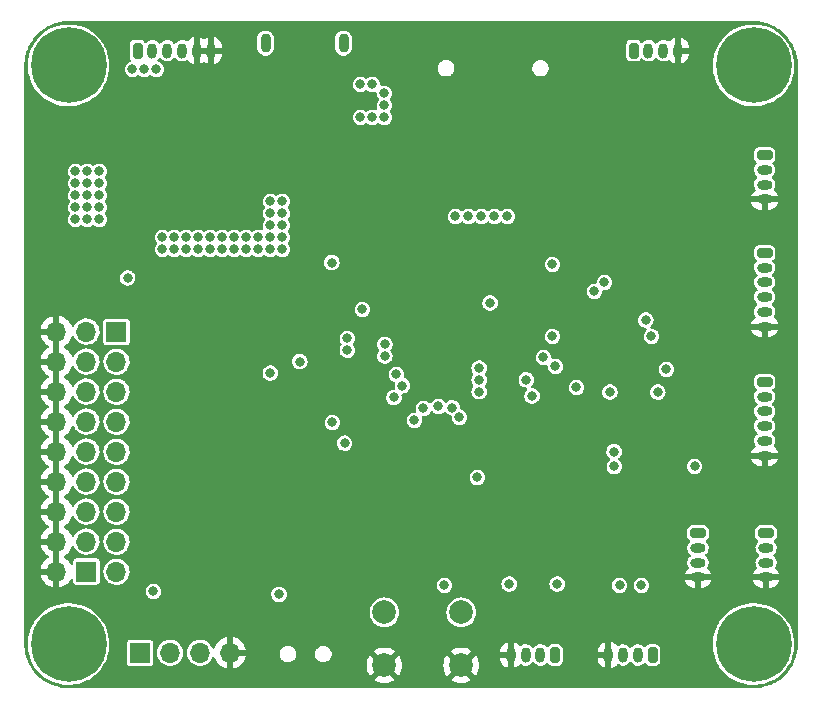
<source format=gbr>
%TF.GenerationSoftware,KiCad,Pcbnew,(6.0.6)*%
%TF.CreationDate,2022-09-02T11:51:31+03:00*%
%TF.ProjectId,FC0,4643302e-6b69-4636-9164-5f7063625858,rev?*%
%TF.SameCoordinates,Original*%
%TF.FileFunction,Copper,L2,Inr*%
%TF.FilePolarity,Positive*%
%FSLAX46Y46*%
G04 Gerber Fmt 4.6, Leading zero omitted, Abs format (unit mm)*
G04 Created by KiCad (PCBNEW (6.0.6)) date 2022-09-02 11:51:31*
%MOMM*%
%LPD*%
G01*
G04 APERTURE LIST*
G04 Aperture macros list*
%AMRoundRect*
0 Rectangle with rounded corners*
0 $1 Rounding radius*
0 $2 $3 $4 $5 $6 $7 $8 $9 X,Y pos of 4 corners*
0 Add a 4 corners polygon primitive as box body*
4,1,4,$2,$3,$4,$5,$6,$7,$8,$9,$2,$3,0*
0 Add four circle primitives for the rounded corners*
1,1,$1+$1,$2,$3*
1,1,$1+$1,$4,$5*
1,1,$1+$1,$6,$7*
1,1,$1+$1,$8,$9*
0 Add four rect primitives between the rounded corners*
20,1,$1+$1,$2,$3,$4,$5,0*
20,1,$1+$1,$4,$5,$6,$7,0*
20,1,$1+$1,$6,$7,$8,$9,0*
20,1,$1+$1,$8,$9,$2,$3,0*%
G04 Aperture macros list end*
%TA.AperFunction,ComponentPad*%
%ADD10C,0.800000*%
%TD*%
%TA.AperFunction,ComponentPad*%
%ADD11C,6.400000*%
%TD*%
%TA.AperFunction,ComponentPad*%
%ADD12C,2.000000*%
%TD*%
%TA.AperFunction,ComponentPad*%
%ADD13RoundRect,0.200000X0.200000X0.450000X-0.200000X0.450000X-0.200000X-0.450000X0.200000X-0.450000X0*%
%TD*%
%TA.AperFunction,ComponentPad*%
%ADD14O,0.800000X1.300000*%
%TD*%
%TA.AperFunction,ComponentPad*%
%ADD15RoundRect,0.200000X-0.450000X0.200000X-0.450000X-0.200000X0.450000X-0.200000X0.450000X0.200000X0*%
%TD*%
%TA.AperFunction,ComponentPad*%
%ADD16O,1.300000X0.800000*%
%TD*%
%TA.AperFunction,ComponentPad*%
%ADD17RoundRect,0.200000X-0.200000X-0.450000X0.200000X-0.450000X0.200000X0.450000X-0.200000X0.450000X0*%
%TD*%
%TA.AperFunction,ComponentPad*%
%ADD18R,1.700000X1.700000*%
%TD*%
%TA.AperFunction,ComponentPad*%
%ADD19O,1.700000X1.700000*%
%TD*%
%TA.AperFunction,ComponentPad*%
%ADD20O,0.900000X1.600000*%
%TD*%
%TA.AperFunction,ViaPad*%
%ADD21C,0.800000*%
%TD*%
G04 APERTURE END LIST*
D10*
%TO.N,N/C*%
%TO.C,H1*%
X160400000Y-149000000D03*
X159697056Y-150697056D03*
X155600000Y-149000000D03*
X158000000Y-146600000D03*
X159697056Y-147302944D03*
X158000000Y-151400000D03*
X156302944Y-150697056D03*
D11*
X158000000Y-149000000D03*
D10*
X156302944Y-147302944D03*
%TD*%
D12*
%TO.N,GND*%
%TO.C,SW1*%
X126746000Y-150804000D03*
X133246000Y-150804000D03*
%TO.N,RESET_MCU*%
X126746000Y-146304000D03*
X133246000Y-146304000D03*
%TD*%
D13*
%TO.N,+5V*%
%TO.C,J4*%
X149449000Y-149918000D03*
D14*
%TO.N,Net-(J4-Pad2)*%
X148199000Y-149918000D03*
%TO.N,Net-(J4-Pad3)*%
X146949000Y-149918000D03*
%TO.N,GND*%
X145699000Y-149918000D03*
%TD*%
D13*
%TO.N,+5V*%
%TO.C,J3*%
X141204000Y-149917750D03*
D14*
%TO.N,Net-(J3-Pad2)*%
X139954000Y-149917750D03*
%TO.N,Net-(J3-Pad3)*%
X138704000Y-149917750D03*
%TO.N,GND*%
X137454000Y-149917750D03*
%TD*%
D15*
%TO.N,+5V*%
%TO.C,J12*%
X153294000Y-139603000D03*
D16*
%TO.N,I2C1_SCL*%
X153294000Y-140853000D03*
%TO.N,I2C1_SDA*%
X153294000Y-142103000D03*
%TO.N,GND*%
X153294000Y-143353000D03*
%TD*%
D15*
%TO.N,+5V*%
%TO.C,J11*%
X159062000Y-139603000D03*
D16*
%TO.N,I2C1_SCL*%
X159062000Y-140853000D03*
%TO.N,I2C1_SDA*%
X159062000Y-142103000D03*
%TO.N,GND*%
X159062000Y-143353000D03*
%TD*%
D15*
%TO.N,+5V*%
%TO.C,J7*%
X158935000Y-115864000D03*
D16*
%TO.N,UART3_TX*%
X158935000Y-117114000D03*
%TO.N,UART3_RX*%
X158935000Y-118364000D03*
%TO.N,UART3_CTS*%
X158935000Y-119614000D03*
%TO.N,UART3_RTS*%
X158935000Y-120864000D03*
%TO.N,GND*%
X158935000Y-122114000D03*
%TD*%
D17*
%TO.N,+5V*%
%TO.C,J9*%
X147848000Y-98748000D03*
D14*
%TO.N,UART1_TX*%
X149098000Y-98748000D03*
%TO.N,UART1_RX*%
X150348000Y-98748000D03*
%TO.N,GND*%
X151598000Y-98748000D03*
%TD*%
D18*
%TO.N,PWM_5V*%
%TO.C,J6*%
X101519000Y-142855000D03*
D19*
%TO.N,GND*%
X98979000Y-142855000D03*
%TO.N,PWM_5V*%
X101519000Y-140315000D03*
%TO.N,GND*%
X98979000Y-140315000D03*
%TO.N,PWM_5V*%
X101519000Y-137775000D03*
%TO.N,GND*%
X98979000Y-137775000D03*
%TO.N,PWM_5V*%
X101519000Y-135235000D03*
%TO.N,GND*%
X98979000Y-135235000D03*
%TO.N,PWM_5V*%
X101519000Y-132695000D03*
%TO.N,GND*%
X98979000Y-132695000D03*
%TO.N,PWM_5V*%
X101519000Y-130155000D03*
%TO.N,GND*%
X98979000Y-130155000D03*
%TO.N,PWM_5V*%
X101519000Y-127615000D03*
%TO.N,GND*%
X98979000Y-127615000D03*
%TO.N,PWM_5V*%
X101519000Y-125075000D03*
%TO.N,GND*%
X98979000Y-125075000D03*
%TO.N,PWM_5V*%
X101519000Y-122535000D03*
%TO.N,GND*%
X98979000Y-122535000D03*
%TD*%
D20*
%TO.N,unconnected-(J14-Pad6)*%
%TO.C,J14*%
X123285000Y-98116000D03*
X116685000Y-98116000D03*
%TD*%
D10*
%TO.N,N/C*%
%TO.C,H2*%
X101697056Y-98302944D03*
X100000000Y-102400000D03*
X100000000Y-97600000D03*
X98302944Y-98302944D03*
X98302944Y-101697056D03*
D11*
X100000000Y-100000000D03*
D10*
X102400000Y-100000000D03*
X97600000Y-100000000D03*
X101697056Y-101697056D03*
%TD*%
D15*
%TO.N,+5V*%
%TO.C,J8*%
X158935000Y-107599000D03*
D16*
%TO.N,UART6_TX*%
X158935000Y-108849000D03*
%TO.N,UART6_RX*%
X158935000Y-110099000D03*
%TO.N,GND*%
X158935000Y-111349000D03*
%TD*%
D11*
%TO.N,N/C*%
%TO.C,H4*%
X100000000Y-149000000D03*
D10*
X100000000Y-151400000D03*
X102400000Y-149000000D03*
X101697056Y-150697056D03*
X98302944Y-150697056D03*
X101697056Y-147302944D03*
X97600000Y-149000000D03*
X100000000Y-146600000D03*
X98302944Y-147302944D03*
%TD*%
D15*
%TO.N,+5V*%
%TO.C,J10*%
X158935000Y-126796000D03*
D16*
%TO.N,UART2_TX*%
X158935000Y-128046000D03*
%TO.N,UART2_RX*%
X158935000Y-129296000D03*
%TO.N,unconnected-(J10-Pad4)*%
X158935000Y-130546000D03*
%TO.N,unconnected-(J10-Pad5)*%
X158935000Y-131796000D03*
%TO.N,GND*%
X158935000Y-133046000D03*
%TD*%
D18*
%TO.N,+3V3*%
%TO.C,J13*%
X106045000Y-149733000D03*
D19*
%TO.N,Net-(J13-Pad2)*%
X108585000Y-149733000D03*
%TO.N,Net-(J13-Pad3)*%
X111125000Y-149733000D03*
%TO.N,GND*%
X113665000Y-149733000D03*
%TD*%
D17*
%TO.N,5V_CONN_INPUT*%
%TO.C,J2*%
X105841000Y-98748000D03*
D14*
X107091000Y-98748000D03*
%TO.N,unconnected-(J2-Pad3)*%
X108341000Y-98748000D03*
%TO.N,unconnected-(J2-Pad4)*%
X109591000Y-98748000D03*
%TO.N,GND*%
X110841000Y-98748000D03*
X112091000Y-98748000D03*
%TD*%
D18*
%TO.N,UART4_RX*%
%TO.C,J5*%
X104059000Y-122555000D03*
D19*
%TO.N,PWM_0*%
X104059000Y-125095000D03*
%TO.N,PWM_1*%
X104059000Y-127635000D03*
%TO.N,PWM_2*%
X104059000Y-130175000D03*
%TO.N,PWM_3*%
X104059000Y-132715000D03*
%TO.N,PWM_4*%
X104059000Y-135255000D03*
%TO.N,PWM_5*%
X104059000Y-137795000D03*
%TO.N,PWM_6*%
X104059000Y-140335000D03*
%TO.N,PWM_7*%
X104059000Y-142875000D03*
%TD*%
D10*
%TO.N,N/C*%
%TO.C,H3*%
X160400000Y-100000000D03*
X155600000Y-100000000D03*
X159697056Y-98302944D03*
X156302944Y-101697056D03*
X158000000Y-97600000D03*
X156302944Y-98302944D03*
X158000000Y-102400000D03*
X159697056Y-101697056D03*
D11*
X158000000Y-100000000D03*
%TD*%
D21*
%TO.N,GND*%
X105867200Y-119253000D03*
X133223000Y-142748000D03*
X150368000Y-135763000D03*
X111506000Y-116840000D03*
X121031000Y-120869500D03*
X112903000Y-127990600D03*
X125984000Y-116967000D03*
X110109000Y-143002000D03*
X115316000Y-135926284D03*
X112903000Y-131749800D03*
X119253000Y-134093856D03*
X105664000Y-107569000D03*
X122347000Y-128506500D03*
X115062000Y-144653000D03*
X154559000Y-126746000D03*
X136652000Y-137160000D03*
X115316000Y-134093856D03*
X113411000Y-144653000D03*
X117856000Y-117094000D03*
X109093000Y-109093000D03*
X112903000Y-129870200D03*
X122428000Y-145034000D03*
X132206000Y-139872000D03*
X119253000Y-135926284D03*
X123370000Y-133703000D03*
X154559000Y-128549400D03*
X150876000Y-122047000D03*
X130917000Y-140888000D03*
X133858000Y-141732000D03*
X108458000Y-116840000D03*
X119634000Y-110907284D03*
X114096800Y-119253000D03*
X135001000Y-141732000D03*
X138254000Y-112776000D03*
X139319000Y-130937000D03*
X119253000Y-132261428D03*
X127985000Y-136073000D03*
X104140000Y-112395000D03*
X139954000Y-118618000D03*
X139065000Y-139573000D03*
X126746000Y-129667000D03*
X154559000Y-135763000D03*
X150138000Y-123860000D03*
X111252000Y-138557000D03*
X122809000Y-110871000D03*
X135509000Y-136017000D03*
X122301000Y-120869500D03*
X124714000Y-116967000D03*
X114808000Y-117094000D03*
X124587000Y-145034000D03*
X118364000Y-104140000D03*
X118872000Y-128270000D03*
X112903000Y-135509000D03*
X142621000Y-143002000D03*
X121920000Y-134493000D03*
X119253000Y-130429000D03*
X120396000Y-118110000D03*
X135382000Y-145669000D03*
X121920000Y-133096000D03*
X121920000Y-131699000D03*
X112903000Y-133629400D03*
X106807000Y-108966000D03*
X148653500Y-135763000D03*
X127127000Y-144018000D03*
X122809000Y-114499568D03*
X119634000Y-116295710D03*
X105029000Y-108712000D03*
X111252000Y-127127000D03*
X113411000Y-101600000D03*
X107061000Y-107569000D03*
X108610400Y-119253000D03*
X123952000Y-147193000D03*
X154559000Y-133959600D03*
X137795000Y-138303000D03*
X154559000Y-130352800D03*
X154559000Y-132156200D03*
X112903000Y-126111000D03*
X108712000Y-104648000D03*
X143510000Y-135763000D03*
X112395000Y-101600000D03*
X123571000Y-120869500D03*
X105410000Y-115443000D03*
X127127000Y-142367000D03*
X123444000Y-116967000D03*
X119634000Y-107315000D03*
X111125000Y-104648000D03*
X139954000Y-129100624D03*
X140208000Y-140716000D03*
X146939000Y-135763000D03*
X109855000Y-104648000D03*
X118283000Y-125476000D03*
X154813000Y-122047000D03*
X115062000Y-146685000D03*
X104140000Y-114300000D03*
X111379000Y-140716000D03*
X123528666Y-145034000D03*
X143129000Y-121539000D03*
X119634000Y-109111142D03*
X122301000Y-146431000D03*
X127889000Y-129667000D03*
X144296000Y-123860000D03*
X120396000Y-119761000D03*
X141478000Y-118618000D03*
X152844500Y-122047000D03*
X113411000Y-103759000D03*
X112395000Y-103759000D03*
X111353600Y-119253000D03*
X115316000Y-130429000D03*
X113411000Y-146685000D03*
X115316000Y-132261428D03*
X122809000Y-112703426D03*
X145224500Y-135763000D03*
X131940500Y-135800500D03*
X119634000Y-112703426D03*
X103124000Y-119253000D03*
X116840000Y-119253000D03*
X112776000Y-138557000D03*
X119634000Y-114499568D03*
X144526000Y-121539000D03*
X139954000Y-120142000D03*
%TO.N,+3V3*%
X117094000Y-112522000D03*
X124887627Y-120650744D03*
X118110000Y-112522000D03*
X118110000Y-114554000D03*
X119577000Y-125077000D03*
X107188000Y-144526000D03*
X134613000Y-134886000D03*
X107950000Y-114554000D03*
X117094000Y-113538000D03*
X109982000Y-115570000D03*
X117081500Y-126042500D03*
X112014000Y-114554000D03*
X123370000Y-131991500D03*
X113030000Y-114554000D03*
X112014000Y-115570000D03*
X108966000Y-114554000D03*
X136054000Y-112776000D03*
X139245000Y-127988000D03*
X149884000Y-127670000D03*
X110998000Y-115570000D03*
X153005000Y-133955000D03*
X116078000Y-115570000D03*
X114046000Y-114554000D03*
X117094000Y-111506000D03*
X148868000Y-121574000D03*
X118110000Y-111506000D03*
X117094000Y-115570000D03*
X122347000Y-130231500D03*
X117823000Y-144780000D03*
X122287000Y-116699000D03*
X110998000Y-114554000D03*
X115062000Y-114554000D03*
X114046000Y-115570000D03*
X116078000Y-114554000D03*
X118110000Y-115570000D03*
X108966000Y-115570000D03*
X135689000Y-120114000D03*
X115062000Y-115570000D03*
X113030000Y-115570000D03*
X109982000Y-114554000D03*
X145836000Y-127654000D03*
X107950000Y-115570000D03*
X118110000Y-113538000D03*
X117094000Y-114554000D03*
%TO.N,RESET_MCU*%
X131826000Y-144018000D03*
X129286000Y-130048000D03*
%TO.N,+5V*%
X101600000Y-113030000D03*
X100584000Y-108966000D03*
X102616000Y-110998000D03*
X105000000Y-118000000D03*
X101600000Y-108966000D03*
X102616000Y-109982000D03*
X101600000Y-110998000D03*
X100584000Y-109982000D03*
X101600000Y-112014000D03*
X100584000Y-113030000D03*
X102616000Y-112014000D03*
X102616000Y-108966000D03*
X100584000Y-110998000D03*
X100584000Y-112014000D03*
X102616000Y-113030000D03*
X101600000Y-109982000D03*
%TO.N,5V_CONN_INPUT*%
X126746000Y-104394000D03*
X126746000Y-102362000D03*
X125730000Y-101600000D03*
X124714000Y-104394000D03*
X126746000Y-103378000D03*
X125730000Y-104394000D03*
X106426000Y-100330000D03*
X107442000Y-100330000D03*
X124714000Y-101600000D03*
X105410000Y-100330000D03*
%TO.N,SDIO_D2*%
X132754000Y-112776000D03*
X123604000Y-123119000D03*
%TO.N,SDIO_D3*%
X133854000Y-112776000D03*
X126779000Y-123619000D03*
%TO.N,SDIO_CMD*%
X134954000Y-112776000D03*
X126779000Y-124619000D03*
%TO.N,SDIO_CK*%
X123604000Y-124119000D03*
X137154000Y-112776000D03*
%TO.N,UART4_RX*%
X127554000Y-128118503D03*
%TO.N,UART3_TX*%
X144526000Y-119126000D03*
%TO.N,UART3_RX*%
X145375500Y-118364000D03*
%TO.N,UART3_RTS*%
X140970000Y-116840000D03*
%TO.N,I2C1_SCL*%
X127762000Y-126171967D03*
%TO.N,I2C1_SDA*%
X128270000Y-127119000D03*
%TO.N,ADC1_11*%
X141374250Y-143914250D03*
X131318000Y-128868003D03*
%TO.N,ADC1_10*%
X137310250Y-143914250D03*
X130048000Y-129032000D03*
%TO.N,ADC1_12*%
X148499000Y-144018000D03*
X132502115Y-128990069D03*
%TO.N,ADC1_13*%
X133096000Y-129794000D03*
X146649000Y-144018000D03*
%TO.N,SPI1_MISO*%
X138757000Y-126619000D03*
X150622000Y-125730000D03*
%TO.N,IMU_INT*%
X140970000Y-122936000D03*
X149352000Y-122936000D03*
%TO.N,SPI1_SCK*%
X146207000Y-133955000D03*
X134763000Y-127619000D03*
X141224000Y-125476000D03*
%TO.N,SPI1_MOSI*%
X134763000Y-126619000D03*
X143002000Y-127254000D03*
X146187000Y-132705000D03*
%TO.N,SPI1_CS1*%
X140208000Y-124714000D03*
X134763000Y-125619000D03*
%TD*%
%TA.AperFunction,Conductor*%
%TO.N,GND*%
G36*
X157987103Y-96256921D02*
G01*
X158000000Y-96259486D01*
X158012169Y-96257066D01*
X158024569Y-96257066D01*
X158035624Y-96256251D01*
X158245747Y-96266573D01*
X158360945Y-96272232D01*
X158373241Y-96273443D01*
X158724595Y-96325562D01*
X158736701Y-96327969D01*
X159081253Y-96414275D01*
X159093085Y-96417864D01*
X159427513Y-96537524D01*
X159438937Y-96542256D01*
X159760021Y-96694118D01*
X159770926Y-96699947D01*
X160075582Y-96882551D01*
X160085863Y-96889421D01*
X160156063Y-96941484D01*
X160371153Y-97101006D01*
X160380691Y-97108832D01*
X160643887Y-97347380D01*
X160652620Y-97356113D01*
X160891168Y-97619309D01*
X160898994Y-97628847D01*
X161037517Y-97815624D01*
X161110579Y-97914137D01*
X161117449Y-97924418D01*
X161300053Y-98229074D01*
X161305882Y-98239979D01*
X161457744Y-98561063D01*
X161462476Y-98572487D01*
X161582136Y-98906915D01*
X161585725Y-98918746D01*
X161672031Y-99263299D01*
X161674438Y-99275405D01*
X161726556Y-99626754D01*
X161727768Y-99639055D01*
X161731220Y-99709337D01*
X161743749Y-99964376D01*
X161742934Y-99975431D01*
X161742934Y-99987831D01*
X161740514Y-100000000D01*
X161743079Y-100012894D01*
X161745500Y-100037476D01*
X161745500Y-148962524D01*
X161743079Y-148987103D01*
X161740514Y-149000000D01*
X161742934Y-149012169D01*
X161742934Y-149024569D01*
X161743749Y-149035624D01*
X161735031Y-149213084D01*
X161728309Y-149349936D01*
X161727768Y-149360940D01*
X161726557Y-149373241D01*
X161676644Y-149709730D01*
X161674440Y-149724586D01*
X161672031Y-149736701D01*
X161604835Y-150004962D01*
X161585725Y-150081253D01*
X161582136Y-150093085D01*
X161462476Y-150427513D01*
X161457744Y-150438937D01*
X161305882Y-150760021D01*
X161300053Y-150770926D01*
X161117449Y-151075582D01*
X161110579Y-151085863D01*
X161090134Y-151113430D01*
X160898994Y-151371153D01*
X160891168Y-151380691D01*
X160668148Y-151626755D01*
X160652625Y-151643882D01*
X160643887Y-151652620D01*
X160380691Y-151891168D01*
X160371153Y-151898994D01*
X160202211Y-152024290D01*
X160085863Y-152110579D01*
X160075582Y-152117449D01*
X159770926Y-152300053D01*
X159760021Y-152305882D01*
X159438937Y-152457744D01*
X159427513Y-152462476D01*
X159093085Y-152582136D01*
X159081254Y-152585725D01*
X158736701Y-152672031D01*
X158724595Y-152674438D01*
X158373241Y-152726557D01*
X158360945Y-152727768D01*
X158245747Y-152733427D01*
X158035624Y-152743749D01*
X158024569Y-152742934D01*
X158012169Y-152742934D01*
X158000000Y-152740514D01*
X157987103Y-152743079D01*
X157962524Y-152745500D01*
X100037476Y-152745500D01*
X100012897Y-152743079D01*
X100000000Y-152740514D01*
X99987831Y-152742934D01*
X99975431Y-152742934D01*
X99964376Y-152743749D01*
X99754253Y-152733427D01*
X99639055Y-152727768D01*
X99626759Y-152726557D01*
X99275405Y-152674438D01*
X99263299Y-152672031D01*
X98918746Y-152585725D01*
X98906915Y-152582136D01*
X98572487Y-152462476D01*
X98561063Y-152457744D01*
X98239979Y-152305882D01*
X98229074Y-152300053D01*
X97924418Y-152117449D01*
X97914137Y-152110579D01*
X97797789Y-152024290D01*
X97628847Y-151898994D01*
X97619309Y-151891168D01*
X97356113Y-151652620D01*
X97347375Y-151643882D01*
X97331852Y-151626755D01*
X97108832Y-151380691D01*
X97101006Y-151371153D01*
X96909866Y-151113430D01*
X96889421Y-151085863D01*
X96882551Y-151075582D01*
X96699947Y-150770926D01*
X96694118Y-150760021D01*
X96542256Y-150438937D01*
X96537524Y-150427513D01*
X96417864Y-150093085D01*
X96414275Y-150081253D01*
X96395165Y-150004962D01*
X96327969Y-149736701D01*
X96325560Y-149724586D01*
X96323357Y-149709730D01*
X96273443Y-149373241D01*
X96272232Y-149360940D01*
X96271692Y-149349936D01*
X96264969Y-149213084D01*
X96256251Y-149035624D01*
X96257066Y-149024569D01*
X96257066Y-149012169D01*
X96259486Y-149000000D01*
X96257084Y-148987924D01*
X96540447Y-148987924D01*
X96540619Y-148991319D01*
X96540619Y-148991320D01*
X96548933Y-149155442D01*
X96559378Y-149361624D01*
X96559915Y-149364979D01*
X96559916Y-149364985D01*
X96596699Y-149594627D01*
X96618557Y-149731094D01*
X96717293Y-150092011D01*
X96854430Y-150440154D01*
X96856016Y-150443174D01*
X96856016Y-150443175D01*
X96901274Y-150529378D01*
X97028365Y-150771450D01*
X97030262Y-150774274D01*
X97030265Y-150774278D01*
X97113685Y-150898420D01*
X97237061Y-151082024D01*
X97239256Y-151084630D01*
X97239260Y-151084636D01*
X97313493Y-151172790D01*
X97478079Y-151368241D01*
X97748598Y-151626755D01*
X98045455Y-151854541D01*
X98365176Y-152048935D01*
X98704021Y-152207661D01*
X98707239Y-152208763D01*
X98707242Y-152208764D01*
X99054803Y-152327761D01*
X99054811Y-152327763D01*
X99058026Y-152328864D01*
X99423051Y-152411126D01*
X99510200Y-152421056D01*
X99791442Y-152453100D01*
X99791450Y-152453100D01*
X99794825Y-152453485D01*
X99798229Y-152453503D01*
X99798232Y-152453503D01*
X100001556Y-152454567D01*
X100168999Y-152455444D01*
X100172385Y-152455094D01*
X100172387Y-152455094D01*
X100537805Y-152417332D01*
X100537814Y-152417331D01*
X100541197Y-152416981D01*
X100544530Y-152416267D01*
X100544533Y-152416266D01*
X100724820Y-152377616D01*
X100907063Y-152338546D01*
X101262318Y-152221056D01*
X101602807Y-152065887D01*
X101652014Y-152036670D01*
X125878160Y-152036670D01*
X125883887Y-152044320D01*
X126055042Y-152149205D01*
X126063837Y-152153687D01*
X126273988Y-152240734D01*
X126283373Y-152243783D01*
X126504554Y-152296885D01*
X126514301Y-152298428D01*
X126741070Y-152316275D01*
X126750930Y-152316275D01*
X126977699Y-152298428D01*
X126987446Y-152296885D01*
X127208627Y-152243783D01*
X127218012Y-152240734D01*
X127428163Y-152153687D01*
X127436958Y-152149205D01*
X127604445Y-152046568D01*
X127613400Y-152036670D01*
X132378160Y-152036670D01*
X132383887Y-152044320D01*
X132555042Y-152149205D01*
X132563837Y-152153687D01*
X132773988Y-152240734D01*
X132783373Y-152243783D01*
X133004554Y-152296885D01*
X133014301Y-152298428D01*
X133241070Y-152316275D01*
X133250930Y-152316275D01*
X133477699Y-152298428D01*
X133487446Y-152296885D01*
X133708627Y-152243783D01*
X133718012Y-152240734D01*
X133928163Y-152153687D01*
X133936958Y-152149205D01*
X134104445Y-152046568D01*
X134113907Y-152036110D01*
X134110124Y-152027334D01*
X133258812Y-151176022D01*
X133244868Y-151168408D01*
X133243035Y-151168539D01*
X133236420Y-151172790D01*
X132384920Y-152024290D01*
X132378160Y-152036670D01*
X127613400Y-152036670D01*
X127613907Y-152036110D01*
X127610124Y-152027334D01*
X126758812Y-151176022D01*
X126744868Y-151168408D01*
X126743035Y-151168539D01*
X126736420Y-151172790D01*
X125884920Y-152024290D01*
X125878160Y-152036670D01*
X101652014Y-152036670D01*
X101700707Y-152007758D01*
X101921601Y-151876601D01*
X101921606Y-151876598D01*
X101924546Y-151874852D01*
X101954354Y-151852472D01*
X102026828Y-151798056D01*
X102223771Y-151650187D01*
X102496983Y-151394521D01*
X102740985Y-151110842D01*
X102762737Y-151079192D01*
X102950992Y-150805280D01*
X102950997Y-150805273D01*
X102952922Y-150802471D01*
X102954534Y-150799477D01*
X102954539Y-150799469D01*
X103128694Y-150476027D01*
X103130316Y-150473015D01*
X103237550Y-150208928D01*
X103269811Y-150129480D01*
X103269813Y-150129475D01*
X103271091Y-150126327D01*
X103273162Y-150119059D01*
X103372667Y-149769741D01*
X103373601Y-149766463D01*
X103405360Y-149580666D01*
X103436075Y-149400981D01*
X103436075Y-149400979D01*
X103436647Y-149397634D01*
X103437144Y-149389522D01*
X103456375Y-149075081D01*
X103459490Y-149024152D01*
X103459528Y-149013149D01*
X103459568Y-149001821D01*
X103459568Y-149001809D01*
X103459574Y-149000000D01*
X103451880Y-148857933D01*
X104940500Y-148857933D01*
X104940501Y-150608066D01*
X104955266Y-150682301D01*
X104962161Y-150692620D01*
X104962162Y-150692622D01*
X105002516Y-150753015D01*
X105011516Y-150766484D01*
X105095699Y-150822734D01*
X105169933Y-150837500D01*
X106044858Y-150837500D01*
X106920066Y-150837499D01*
X106955818Y-150830388D01*
X106982126Y-150825156D01*
X106982128Y-150825155D01*
X106994301Y-150822734D01*
X107004621Y-150815839D01*
X107004622Y-150815838D01*
X107068168Y-150773377D01*
X107078484Y-150766484D01*
X107134734Y-150682301D01*
X107149500Y-150608067D01*
X107149499Y-149703964D01*
X107476148Y-149703964D01*
X107489424Y-149906522D01*
X107490845Y-149912118D01*
X107490846Y-149912123D01*
X107512508Y-149997414D01*
X107539392Y-150103269D01*
X107541809Y-150108512D01*
X107577208Y-150185298D01*
X107624377Y-150287616D01*
X107627710Y-150292332D01*
X107736652Y-150446482D01*
X107741533Y-150453389D01*
X107745675Y-150457424D01*
X107835651Y-150545074D01*
X107886938Y-150595035D01*
X108055720Y-150707812D01*
X108061023Y-150710090D01*
X108061026Y-150710092D01*
X108216946Y-150777080D01*
X108242228Y-150787942D01*
X108300091Y-150801035D01*
X108434579Y-150831467D01*
X108434584Y-150831468D01*
X108440216Y-150832742D01*
X108445987Y-150832969D01*
X108445989Y-150832969D01*
X108505756Y-150835317D01*
X108643053Y-150840712D01*
X108753727Y-150824665D01*
X108838231Y-150812413D01*
X108838236Y-150812412D01*
X108843945Y-150811584D01*
X108849409Y-150809729D01*
X108849414Y-150809728D01*
X109030693Y-150748192D01*
X109030698Y-150748190D01*
X109036165Y-150746334D01*
X109063534Y-150731007D01*
X109121263Y-150698677D01*
X109213276Y-150647147D01*
X109241756Y-150623461D01*
X109343855Y-150538545D01*
X109369345Y-150517345D01*
X109408847Y-150469849D01*
X109495453Y-150365718D01*
X109495455Y-150365715D01*
X109499147Y-150361276D01*
X109563133Y-150247021D01*
X109595510Y-150189208D01*
X109595511Y-150189206D01*
X109598334Y-150184165D01*
X109600190Y-150178698D01*
X109600192Y-150178693D01*
X109661728Y-149997414D01*
X109661729Y-149997409D01*
X109663584Y-149991945D01*
X109664412Y-149986236D01*
X109664413Y-149986231D01*
X109692179Y-149794727D01*
X109692712Y-149791053D01*
X109694232Y-149733000D01*
X109691564Y-149703964D01*
X110016148Y-149703964D01*
X110029424Y-149906522D01*
X110030845Y-149912118D01*
X110030846Y-149912123D01*
X110052508Y-149997414D01*
X110079392Y-150103269D01*
X110081809Y-150108512D01*
X110117208Y-150185298D01*
X110164377Y-150287616D01*
X110167710Y-150292332D01*
X110276652Y-150446482D01*
X110281533Y-150453389D01*
X110285675Y-150457424D01*
X110375651Y-150545074D01*
X110426938Y-150595035D01*
X110595720Y-150707812D01*
X110601023Y-150710090D01*
X110601026Y-150710092D01*
X110756946Y-150777080D01*
X110782228Y-150787942D01*
X110840091Y-150801035D01*
X110974579Y-150831467D01*
X110974584Y-150831468D01*
X110980216Y-150832742D01*
X110985987Y-150832969D01*
X110985989Y-150832969D01*
X111045756Y-150835317D01*
X111183053Y-150840712D01*
X111293727Y-150824665D01*
X111378231Y-150812413D01*
X111378236Y-150812412D01*
X111383945Y-150811584D01*
X111389409Y-150809729D01*
X111389414Y-150809728D01*
X111570693Y-150748192D01*
X111570698Y-150748190D01*
X111576165Y-150746334D01*
X111603534Y-150731007D01*
X111661263Y-150698677D01*
X111753276Y-150647147D01*
X111781756Y-150623461D01*
X111883855Y-150538545D01*
X111909345Y-150517345D01*
X111948847Y-150469849D01*
X112035453Y-150365718D01*
X112035455Y-150365715D01*
X112039147Y-150361276D01*
X112103133Y-150247021D01*
X112135510Y-150189208D01*
X112135511Y-150189206D01*
X112138334Y-150184165D01*
X112140720Y-150177135D01*
X112141170Y-150176496D01*
X112142541Y-150173416D01*
X112143146Y-150173685D01*
X112181553Y-150119059D01*
X112247305Y-150092278D01*
X112317098Y-150105295D01*
X112368773Y-150153980D01*
X112376777Y-150170229D01*
X112446770Y-150342603D01*
X112451413Y-150351794D01*
X112562694Y-150533388D01*
X112568777Y-150541699D01*
X112708213Y-150702667D01*
X112715580Y-150709883D01*
X112879434Y-150845916D01*
X112887881Y-150851831D01*
X113071756Y-150959279D01*
X113081042Y-150963729D01*
X113280001Y-151039703D01*
X113289899Y-151042579D01*
X113393250Y-151063606D01*
X113407299Y-151062410D01*
X113411000Y-151052065D01*
X113411000Y-151051517D01*
X113919000Y-151051517D01*
X113923064Y-151065359D01*
X113936478Y-151067393D01*
X113943184Y-151066534D01*
X113953262Y-151064392D01*
X114157255Y-151003191D01*
X114166842Y-150999433D01*
X114358095Y-150905739D01*
X114366945Y-150900464D01*
X114495272Y-150808930D01*
X125233725Y-150808930D01*
X125251572Y-151035699D01*
X125253115Y-151045446D01*
X125306217Y-151266627D01*
X125309266Y-151276012D01*
X125396313Y-151486163D01*
X125400795Y-151494958D01*
X125503432Y-151662445D01*
X125513890Y-151671907D01*
X125522666Y-151668124D01*
X126373978Y-150816812D01*
X126380356Y-150805132D01*
X127110408Y-150805132D01*
X127110539Y-150806965D01*
X127114790Y-150813580D01*
X127966290Y-151665080D01*
X127978670Y-151671840D01*
X127986320Y-151666113D01*
X128091205Y-151494958D01*
X128095687Y-151486163D01*
X128182734Y-151276012D01*
X128185783Y-151266627D01*
X128238885Y-151045446D01*
X128240428Y-151035699D01*
X128258275Y-150808930D01*
X131733725Y-150808930D01*
X131751572Y-151035699D01*
X131753115Y-151045446D01*
X131806217Y-151266627D01*
X131809266Y-151276012D01*
X131896313Y-151486163D01*
X131900795Y-151494958D01*
X132003432Y-151662445D01*
X132013890Y-151671907D01*
X132022666Y-151668124D01*
X132873978Y-150816812D01*
X132880356Y-150805132D01*
X133610408Y-150805132D01*
X133610539Y-150806965D01*
X133614790Y-150813580D01*
X134466290Y-151665080D01*
X134478670Y-151671840D01*
X134486320Y-151666113D01*
X134591205Y-151494958D01*
X134595687Y-151486163D01*
X134682734Y-151276012D01*
X134685783Y-151266627D01*
X134738885Y-151045446D01*
X134740428Y-151035699D01*
X134758275Y-150808930D01*
X134758275Y-150799070D01*
X134740428Y-150572301D01*
X134738885Y-150562554D01*
X134685783Y-150341373D01*
X134682734Y-150331988D01*
X134633055Y-150212052D01*
X136546000Y-150212052D01*
X136546344Y-150218612D01*
X136560259Y-150351011D01*
X136562989Y-150363852D01*
X136617889Y-150532816D01*
X136623235Y-150544824D01*
X136712062Y-150698677D01*
X136719786Y-150709308D01*
X136838663Y-150841335D01*
X136848426Y-150850126D01*
X136992157Y-150954552D01*
X137003529Y-150961118D01*
X137165839Y-151033383D01*
X137178325Y-151037440D01*
X137182278Y-151038280D01*
X137196341Y-151037207D01*
X137200000Y-151027253D01*
X137200000Y-151023932D01*
X137708000Y-151023932D01*
X137711973Y-151037463D01*
X137722468Y-151038972D01*
X137729675Y-151037440D01*
X137742161Y-151033383D01*
X137904471Y-150961118D01*
X137915843Y-150954552D01*
X138059574Y-150850126D01*
X138069337Y-150841335D01*
X138168676Y-150731007D01*
X138229122Y-150693767D01*
X138300106Y-150695118D01*
X138337659Y-150715531D01*
X138337709Y-150715453D01*
X138338864Y-150716186D01*
X138342628Y-150718232D01*
X138344391Y-150719689D01*
X138350514Y-150724755D01*
X138500141Y-150795164D01*
X138595298Y-150813316D01*
X138654791Y-150824665D01*
X138654793Y-150824665D01*
X138662577Y-150826150D01*
X138827616Y-150815767D01*
X138886455Y-150796649D01*
X138977351Y-150767115D01*
X138977354Y-150767114D01*
X138984887Y-150764666D01*
X138991577Y-150760420D01*
X138991580Y-150760419D01*
X139082582Y-150702667D01*
X139124510Y-150676059D01*
X139130082Y-150670126D01*
X139237710Y-150555513D01*
X139239569Y-150557258D01*
X139285891Y-150521541D01*
X139356627Y-150515467D01*
X139419418Y-150548601D01*
X139433537Y-150564896D01*
X139473098Y-150619347D01*
X139600514Y-150724755D01*
X139750141Y-150795164D01*
X139845298Y-150813316D01*
X139904791Y-150824665D01*
X139904793Y-150824665D01*
X139912577Y-150826150D01*
X140077616Y-150815767D01*
X140136455Y-150796649D01*
X140227351Y-150767115D01*
X140227354Y-150767114D01*
X140234887Y-150764666D01*
X140241577Y-150760420D01*
X140241580Y-150760419D01*
X140332582Y-150702667D01*
X140374510Y-150676059D01*
X140380080Y-150670128D01*
X140434603Y-150612067D01*
X140495816Y-150576101D01*
X140566756Y-150578940D01*
X140627804Y-150623461D01*
X140673395Y-150685186D01*
X140673398Y-150685189D01*
X140678990Y-150692760D01*
X140788924Y-150773959D01*
X140917873Y-150819243D01*
X140925515Y-150819965D01*
X140925518Y-150819966D01*
X140940421Y-150821374D01*
X140949685Y-150822250D01*
X141203828Y-150822250D01*
X141458314Y-150822249D01*
X141461262Y-150821970D01*
X141461271Y-150821970D01*
X141482478Y-150819966D01*
X141482480Y-150819966D01*
X141490127Y-150819243D01*
X141619076Y-150773959D01*
X141729010Y-150692760D01*
X141810209Y-150582826D01*
X141855493Y-150453877D01*
X141856779Y-150440278D01*
X141857985Y-150427513D01*
X141858500Y-150422065D01*
X141858500Y-150212302D01*
X144791000Y-150212302D01*
X144791344Y-150218862D01*
X144805259Y-150351261D01*
X144807989Y-150364102D01*
X144862889Y-150533066D01*
X144868235Y-150545074D01*
X144957062Y-150698927D01*
X144964786Y-150709558D01*
X145083663Y-150841585D01*
X145093426Y-150850376D01*
X145237157Y-150954802D01*
X145248529Y-150961368D01*
X145410839Y-151033633D01*
X145423325Y-151037690D01*
X145427278Y-151038530D01*
X145441341Y-151037457D01*
X145445000Y-151027503D01*
X145445000Y-151024182D01*
X145953000Y-151024182D01*
X145956973Y-151037713D01*
X145967468Y-151039222D01*
X145974675Y-151037690D01*
X145987161Y-151033633D01*
X146149471Y-150961368D01*
X146160843Y-150954802D01*
X146304574Y-150850376D01*
X146314337Y-150841585D01*
X146413676Y-150731257D01*
X146474122Y-150694017D01*
X146545106Y-150695368D01*
X146582659Y-150715781D01*
X146582709Y-150715703D01*
X146583864Y-150716436D01*
X146587628Y-150718482D01*
X146589104Y-150719702D01*
X146595514Y-150725005D01*
X146745141Y-150795414D01*
X146829908Y-150811584D01*
X146899791Y-150824915D01*
X146899793Y-150824915D01*
X146907577Y-150826400D01*
X147072616Y-150816017D01*
X147136025Y-150795414D01*
X147222351Y-150767365D01*
X147222354Y-150767364D01*
X147229887Y-150764916D01*
X147236577Y-150760670D01*
X147236580Y-150760669D01*
X147316276Y-150710092D01*
X147369510Y-150676309D01*
X147375315Y-150670128D01*
X147482710Y-150555763D01*
X147484569Y-150557508D01*
X147530891Y-150521791D01*
X147601627Y-150515717D01*
X147664418Y-150548851D01*
X147678537Y-150565146D01*
X147718098Y-150619597D01*
X147845514Y-150725005D01*
X147995141Y-150795414D01*
X148079908Y-150811584D01*
X148149791Y-150824915D01*
X148149793Y-150824915D01*
X148157577Y-150826400D01*
X148322616Y-150816017D01*
X148386025Y-150795414D01*
X148472351Y-150767365D01*
X148472354Y-150767364D01*
X148479887Y-150764916D01*
X148486577Y-150760670D01*
X148486580Y-150760669D01*
X148566276Y-150710092D01*
X148619510Y-150676309D01*
X148625173Y-150670279D01*
X148679603Y-150612317D01*
X148740816Y-150576351D01*
X148811756Y-150579190D01*
X148872804Y-150623711D01*
X148918395Y-150685436D01*
X148918398Y-150685439D01*
X148923990Y-150693010D01*
X149033924Y-150774209D01*
X149162873Y-150819493D01*
X149170515Y-150820215D01*
X149170518Y-150820216D01*
X149185421Y-150821624D01*
X149194685Y-150822500D01*
X149448828Y-150822500D01*
X149703314Y-150822499D01*
X149706262Y-150822220D01*
X149706271Y-150822220D01*
X149727478Y-150820216D01*
X149727480Y-150820216D01*
X149735127Y-150819493D01*
X149864076Y-150774209D01*
X149974010Y-150693010D01*
X150055209Y-150583076D01*
X150100493Y-150454127D01*
X150101240Y-150446232D01*
X150103221Y-150425265D01*
X150103500Y-150422315D01*
X150103499Y-149413686D01*
X150102008Y-149397900D01*
X150101216Y-149389522D01*
X150101216Y-149389520D01*
X150100493Y-149381873D01*
X150055209Y-149252924D01*
X149974010Y-149142990D01*
X149864076Y-149061791D01*
X149735127Y-149016507D01*
X149727485Y-149015785D01*
X149727482Y-149015784D01*
X149712579Y-149014376D01*
X149703315Y-149013500D01*
X149449172Y-149013500D01*
X149194686Y-149013501D01*
X149191738Y-149013780D01*
X149191729Y-149013780D01*
X149170522Y-149015784D01*
X149170520Y-149015784D01*
X149162873Y-149016507D01*
X149033924Y-149061791D01*
X148923990Y-149142990D01*
X148918398Y-149150561D01*
X148875345Y-149208849D01*
X148818783Y-149251760D01*
X148748002Y-149257279D01*
X148683068Y-149220760D01*
X148679902Y-149216403D01*
X148552486Y-149110995D01*
X148402859Y-149040586D01*
X148289973Y-149019052D01*
X148248209Y-149011085D01*
X148248207Y-149011085D01*
X148240423Y-149009600D01*
X148075384Y-149019983D01*
X148061270Y-149024569D01*
X147925649Y-149068635D01*
X147925646Y-149068636D01*
X147918113Y-149071084D01*
X147911423Y-149075330D01*
X147911420Y-149075331D01*
X147855617Y-149110745D01*
X147778490Y-149159691D01*
X147773063Y-149165470D01*
X147773062Y-149165471D01*
X147719212Y-149222816D01*
X147665290Y-149280237D01*
X147663431Y-149278492D01*
X147617109Y-149314209D01*
X147546373Y-149320283D01*
X147483582Y-149287149D01*
X147469463Y-149270854D01*
X147459600Y-149257279D01*
X147429902Y-149216403D01*
X147302486Y-149110995D01*
X147152859Y-149040586D01*
X147039973Y-149019052D01*
X146998209Y-149011085D01*
X146998207Y-149011085D01*
X146990423Y-149009600D01*
X146825384Y-149019983D01*
X146811270Y-149024569D01*
X146675649Y-149068635D01*
X146675646Y-149068636D01*
X146668113Y-149071084D01*
X146580883Y-149126442D01*
X146576814Y-149129024D01*
X146508580Y-149148637D01*
X146440575Y-149128246D01*
X146415664Y-149106949D01*
X146314343Y-148994420D01*
X146307128Y-148987924D01*
X154540447Y-148987924D01*
X154540619Y-148991319D01*
X154540619Y-148991320D01*
X154548933Y-149155442D01*
X154559378Y-149361624D01*
X154559915Y-149364979D01*
X154559916Y-149364985D01*
X154596699Y-149594627D01*
X154618557Y-149731094D01*
X154717293Y-150092011D01*
X154854430Y-150440154D01*
X154856016Y-150443174D01*
X154856016Y-150443175D01*
X154901274Y-150529378D01*
X155028365Y-150771450D01*
X155030262Y-150774274D01*
X155030265Y-150774278D01*
X155113685Y-150898420D01*
X155237061Y-151082024D01*
X155239256Y-151084630D01*
X155239260Y-151084636D01*
X155313493Y-151172790D01*
X155478079Y-151368241D01*
X155748598Y-151626755D01*
X156045455Y-151854541D01*
X156365176Y-152048935D01*
X156704021Y-152207661D01*
X156707239Y-152208763D01*
X156707242Y-152208764D01*
X157054803Y-152327761D01*
X157054811Y-152327763D01*
X157058026Y-152328864D01*
X157423051Y-152411126D01*
X157510200Y-152421056D01*
X157791442Y-152453100D01*
X157791450Y-152453100D01*
X157794825Y-152453485D01*
X157798229Y-152453503D01*
X157798232Y-152453503D01*
X158001556Y-152454567D01*
X158168999Y-152455444D01*
X158172385Y-152455094D01*
X158172387Y-152455094D01*
X158537805Y-152417332D01*
X158537814Y-152417331D01*
X158541197Y-152416981D01*
X158544530Y-152416267D01*
X158544533Y-152416266D01*
X158724820Y-152377616D01*
X158907063Y-152338546D01*
X159262318Y-152221056D01*
X159602807Y-152065887D01*
X159700707Y-152007758D01*
X159921601Y-151876601D01*
X159921606Y-151876598D01*
X159924546Y-151874852D01*
X159954354Y-151852472D01*
X160026828Y-151798056D01*
X160223771Y-151650187D01*
X160496983Y-151394521D01*
X160740985Y-151110842D01*
X160762737Y-151079192D01*
X160950992Y-150805280D01*
X160950997Y-150805273D01*
X160952922Y-150802471D01*
X160954534Y-150799477D01*
X160954539Y-150799469D01*
X161128694Y-150476027D01*
X161130316Y-150473015D01*
X161237550Y-150208928D01*
X161269811Y-150129480D01*
X161269813Y-150129475D01*
X161271091Y-150126327D01*
X161273162Y-150119059D01*
X161372667Y-149769741D01*
X161373601Y-149766463D01*
X161405360Y-149580666D01*
X161436075Y-149400981D01*
X161436075Y-149400979D01*
X161436647Y-149397634D01*
X161437144Y-149389522D01*
X161456375Y-149075081D01*
X161459490Y-149024152D01*
X161459528Y-149013149D01*
X161459568Y-149001821D01*
X161459568Y-149001809D01*
X161459574Y-149000000D01*
X161439339Y-148626368D01*
X161378870Y-148257107D01*
X161278875Y-147896537D01*
X161275627Y-147888373D01*
X161141783Y-147552039D01*
X161141779Y-147552031D01*
X161140523Y-147548874D01*
X160965434Y-147218188D01*
X160963534Y-147215382D01*
X160963530Y-147215375D01*
X160772784Y-146933646D01*
X160755654Y-146908345D01*
X160513639Y-146622970D01*
X160242219Y-146365402D01*
X160239512Y-146363340D01*
X160239504Y-146363333D01*
X159947281Y-146140720D01*
X159944569Y-146138654D01*
X159624172Y-145945377D01*
X159621082Y-145943943D01*
X159621077Y-145943940D01*
X159287871Y-145789272D01*
X159287869Y-145789271D01*
X159284775Y-145787835D01*
X159281540Y-145786740D01*
X159281535Y-145786738D01*
X158933583Y-145668963D01*
X158930348Y-145667868D01*
X158565038Y-145586881D01*
X158432294Y-145572226D01*
X158196500Y-145546193D01*
X158196495Y-145546193D01*
X158193119Y-145545820D01*
X158189720Y-145545814D01*
X158189719Y-145545814D01*
X158012987Y-145545506D01*
X157818940Y-145545167D01*
X157680079Y-145560007D01*
X157450263Y-145584567D01*
X157450257Y-145584568D01*
X157446879Y-145584929D01*
X157081289Y-145664641D01*
X156726446Y-145783369D01*
X156386501Y-145939727D01*
X156383567Y-145941483D01*
X156383565Y-145941484D01*
X156374110Y-145947143D01*
X156065431Y-146131883D01*
X155766991Y-146357591D01*
X155764509Y-146359930D01*
X155764503Y-146359935D01*
X155513598Y-146596377D01*
X155494674Y-146614210D01*
X155251664Y-146898738D01*
X155249736Y-146901565D01*
X155249734Y-146901567D01*
X155105193Y-147113457D01*
X155040804Y-147207847D01*
X155039197Y-147210857D01*
X155039195Y-147210860D01*
X154942784Y-147391422D01*
X154864561Y-147537921D01*
X154863288Y-147541089D01*
X154863287Y-147541090D01*
X154861368Y-147545865D01*
X154724997Y-147885098D01*
X154623744Y-148245317D01*
X154623182Y-148248674D01*
X154623182Y-148248675D01*
X154584604Y-148479209D01*
X154561986Y-148614365D01*
X154540447Y-148987924D01*
X146307128Y-148987924D01*
X146304574Y-148985624D01*
X146160843Y-148881198D01*
X146149471Y-148874632D01*
X145987161Y-148802367D01*
X145974675Y-148798310D01*
X145970722Y-148797470D01*
X145956659Y-148798543D01*
X145953000Y-148808497D01*
X145953000Y-151024182D01*
X145445000Y-151024182D01*
X145445000Y-150190115D01*
X145440525Y-150174876D01*
X145439135Y-150173671D01*
X145431452Y-150172000D01*
X144809115Y-150172000D01*
X144793876Y-150176475D01*
X144792671Y-150177865D01*
X144791000Y-150185548D01*
X144791000Y-150212302D01*
X141858500Y-150212302D01*
X141858499Y-149645885D01*
X144791000Y-149645885D01*
X144795475Y-149661124D01*
X144796865Y-149662329D01*
X144804548Y-149664000D01*
X145426885Y-149664000D01*
X145442124Y-149659525D01*
X145443329Y-149658135D01*
X145445000Y-149650452D01*
X145445000Y-148811818D01*
X145441027Y-148798287D01*
X145430532Y-148796778D01*
X145423325Y-148798310D01*
X145410839Y-148802367D01*
X145248529Y-148874632D01*
X145237157Y-148881198D01*
X145093426Y-148985624D01*
X145083663Y-148994415D01*
X144964786Y-149126442D01*
X144957062Y-149137073D01*
X144868235Y-149290926D01*
X144862889Y-149302934D01*
X144807989Y-149471898D01*
X144805259Y-149484739D01*
X144791344Y-149617138D01*
X144791000Y-149623698D01*
X144791000Y-149645885D01*
X141858499Y-149645885D01*
X141858499Y-149413436D01*
X141857008Y-149397650D01*
X141856216Y-149389272D01*
X141856216Y-149389270D01*
X141855493Y-149381623D01*
X141810209Y-149252674D01*
X141729010Y-149142740D01*
X141619076Y-149061541D01*
X141490127Y-149016257D01*
X141482485Y-149015535D01*
X141482482Y-149015534D01*
X141467579Y-149014126D01*
X141458315Y-149013250D01*
X141204172Y-149013250D01*
X140949686Y-149013251D01*
X140946738Y-149013530D01*
X140946729Y-149013530D01*
X140925522Y-149015534D01*
X140925520Y-149015534D01*
X140917873Y-149016257D01*
X140788924Y-149061541D01*
X140678990Y-149142740D01*
X140670214Y-149154622D01*
X140630345Y-149208599D01*
X140573783Y-149251510D01*
X140503002Y-149257029D01*
X140438068Y-149220510D01*
X140434902Y-149216153D01*
X140307486Y-149110745D01*
X140157859Y-149040336D01*
X140047243Y-149019235D01*
X140003209Y-149010835D01*
X140003207Y-149010835D01*
X139995423Y-149009350D01*
X139830384Y-149019733D01*
X139792167Y-149032151D01*
X139680649Y-149068385D01*
X139680646Y-149068386D01*
X139673113Y-149070834D01*
X139666423Y-149075080D01*
X139666420Y-149075081D01*
X139596364Y-149119540D01*
X139533490Y-149159441D01*
X139420290Y-149279987D01*
X139418431Y-149278242D01*
X139372109Y-149313959D01*
X139301373Y-149320033D01*
X139238582Y-149286899D01*
X139224463Y-149270604D01*
X139189561Y-149222566D01*
X139184902Y-149216153D01*
X139057486Y-149110745D01*
X138907859Y-149040336D01*
X138797243Y-149019235D01*
X138753209Y-149010835D01*
X138753207Y-149010835D01*
X138745423Y-149009350D01*
X138580384Y-149019733D01*
X138542167Y-149032151D01*
X138430649Y-149068385D01*
X138430646Y-149068386D01*
X138423113Y-149070834D01*
X138335489Y-149126442D01*
X138331814Y-149128774D01*
X138263580Y-149148387D01*
X138195575Y-149127996D01*
X138170664Y-149106699D01*
X138069343Y-148994170D01*
X138059574Y-148985374D01*
X137915843Y-148880948D01*
X137904471Y-148874382D01*
X137742161Y-148802117D01*
X137729675Y-148798060D01*
X137725722Y-148797220D01*
X137711659Y-148798293D01*
X137708000Y-148808247D01*
X137708000Y-151023932D01*
X137200000Y-151023932D01*
X137200000Y-150189865D01*
X137195525Y-150174626D01*
X137194135Y-150173421D01*
X137186452Y-150171750D01*
X136564115Y-150171750D01*
X136548876Y-150176225D01*
X136547671Y-150177615D01*
X136546000Y-150185298D01*
X136546000Y-150212052D01*
X134633055Y-150212052D01*
X134595687Y-150121837D01*
X134591205Y-150113042D01*
X134488568Y-149945555D01*
X134478110Y-149936093D01*
X134469334Y-149939876D01*
X133618022Y-150791188D01*
X133610408Y-150805132D01*
X132880356Y-150805132D01*
X132881592Y-150802868D01*
X132881461Y-150801035D01*
X132877210Y-150794420D01*
X132025710Y-149942920D01*
X132013330Y-149936160D01*
X132005680Y-149941887D01*
X131900795Y-150113042D01*
X131896313Y-150121837D01*
X131809266Y-150331988D01*
X131806217Y-150341373D01*
X131753115Y-150562554D01*
X131751572Y-150572301D01*
X131733725Y-150799070D01*
X131733725Y-150808930D01*
X128258275Y-150808930D01*
X128258275Y-150799070D01*
X128240428Y-150572301D01*
X128238885Y-150562554D01*
X128185783Y-150341373D01*
X128182734Y-150331988D01*
X128095687Y-150121837D01*
X128091205Y-150113042D01*
X127988568Y-149945555D01*
X127978110Y-149936093D01*
X127969334Y-149939876D01*
X127118022Y-150791188D01*
X127110408Y-150805132D01*
X126380356Y-150805132D01*
X126381592Y-150802868D01*
X126381461Y-150801035D01*
X126377210Y-150794420D01*
X125525710Y-149942920D01*
X125513330Y-149936160D01*
X125505680Y-149941887D01*
X125400795Y-150113042D01*
X125396313Y-150121837D01*
X125309266Y-150331988D01*
X125306217Y-150341373D01*
X125253115Y-150562554D01*
X125251572Y-150572301D01*
X125233725Y-150799070D01*
X125233725Y-150808930D01*
X114495272Y-150808930D01*
X114540328Y-150776792D01*
X114548200Y-150770139D01*
X114699052Y-150619812D01*
X114705730Y-150611965D01*
X114830003Y-150439020D01*
X114835313Y-150430183D01*
X114929670Y-150239267D01*
X114933469Y-150229672D01*
X114995377Y-150025910D01*
X114997555Y-150015837D01*
X114998986Y-150004962D01*
X114996775Y-149990778D01*
X114983617Y-149987000D01*
X113937115Y-149987000D01*
X113921876Y-149991475D01*
X113920671Y-149992865D01*
X113919000Y-150000548D01*
X113919000Y-151051517D01*
X113411000Y-151051517D01*
X113411000Y-149923568D01*
X117868029Y-149923568D01*
X117869801Y-149930948D01*
X117869801Y-149930950D01*
X117905886Y-150081253D01*
X117907835Y-150089373D01*
X117951345Y-150173671D01*
X117971284Y-150212302D01*
X117986042Y-150240896D01*
X118098135Y-150369391D01*
X118237643Y-150467438D01*
X118333512Y-150504816D01*
X118389431Y-150526618D01*
X118389434Y-150526619D01*
X118396511Y-150529378D01*
X118404044Y-150530370D01*
X118404045Y-150530370D01*
X118522477Y-150545962D01*
X118522478Y-150545962D01*
X118526564Y-150546500D01*
X118615756Y-150546500D01*
X118742281Y-150531189D01*
X118901789Y-150470916D01*
X118927291Y-150453389D01*
X119036057Y-150378636D01*
X119036058Y-150378635D01*
X119042316Y-150374334D01*
X119047369Y-150368663D01*
X119150695Y-150252693D01*
X119150697Y-150252690D01*
X119155748Y-150247021D01*
X119164934Y-150229672D01*
X119231984Y-150103037D01*
X119231985Y-150103035D01*
X119235538Y-150096324D01*
X119237448Y-150088720D01*
X119275227Y-149938317D01*
X119275227Y-149938313D01*
X119277078Y-149930946D01*
X119277117Y-149923568D01*
X120868029Y-149923568D01*
X120869801Y-149930948D01*
X120869801Y-149930950D01*
X120905886Y-150081253D01*
X120907835Y-150089373D01*
X120951345Y-150173671D01*
X120971284Y-150212302D01*
X120986042Y-150240896D01*
X121098135Y-150369391D01*
X121237643Y-150467438D01*
X121333512Y-150504816D01*
X121389431Y-150526618D01*
X121389434Y-150526619D01*
X121396511Y-150529378D01*
X121404044Y-150530370D01*
X121404045Y-150530370D01*
X121522477Y-150545962D01*
X121522478Y-150545962D01*
X121526564Y-150546500D01*
X121615756Y-150546500D01*
X121742281Y-150531189D01*
X121901789Y-150470916D01*
X121927291Y-150453389D01*
X122036057Y-150378636D01*
X122036058Y-150378635D01*
X122042316Y-150374334D01*
X122047369Y-150368663D01*
X122150695Y-150252693D01*
X122150697Y-150252690D01*
X122155748Y-150247021D01*
X122164934Y-150229672D01*
X122231984Y-150103037D01*
X122231985Y-150103035D01*
X122235538Y-150096324D01*
X122237448Y-150088720D01*
X122275227Y-149938317D01*
X122275227Y-149938313D01*
X122277078Y-149930946D01*
X122277157Y-149915974D01*
X122277791Y-149794727D01*
X122277971Y-149760432D01*
X122272277Y-149736714D01*
X122239937Y-149602006D01*
X122239936Y-149602002D01*
X122238165Y-149594627D01*
X122226430Y-149571890D01*
X125878093Y-149571890D01*
X125881876Y-149580666D01*
X126733188Y-150431978D01*
X126747132Y-150439592D01*
X126748965Y-150439461D01*
X126755580Y-150435210D01*
X127607080Y-149583710D01*
X127613534Y-149571890D01*
X132378093Y-149571890D01*
X132381876Y-149580666D01*
X133233188Y-150431978D01*
X133247132Y-150439592D01*
X133248965Y-150439461D01*
X133255580Y-150435210D01*
X134045155Y-149645635D01*
X136546000Y-149645635D01*
X136550475Y-149660874D01*
X136551865Y-149662079D01*
X136559548Y-149663750D01*
X137181885Y-149663750D01*
X137197124Y-149659275D01*
X137198329Y-149657885D01*
X137200000Y-149650202D01*
X137200000Y-148811568D01*
X137196027Y-148798037D01*
X137185532Y-148796528D01*
X137178325Y-148798060D01*
X137165839Y-148802117D01*
X137003529Y-148874382D01*
X136992157Y-148880948D01*
X136848426Y-148985374D01*
X136838663Y-148994165D01*
X136719786Y-149126192D01*
X136712062Y-149136823D01*
X136623235Y-149290676D01*
X136617889Y-149302684D01*
X136562989Y-149471648D01*
X136560259Y-149484489D01*
X136546344Y-149616888D01*
X136546000Y-149623448D01*
X136546000Y-149645635D01*
X134045155Y-149645635D01*
X134107080Y-149583710D01*
X134113840Y-149571330D01*
X134108113Y-149563680D01*
X133936958Y-149458795D01*
X133928163Y-149454313D01*
X133718012Y-149367266D01*
X133708627Y-149364217D01*
X133487446Y-149311115D01*
X133477699Y-149309572D01*
X133250930Y-149291725D01*
X133241070Y-149291725D01*
X133014301Y-149309572D01*
X133004554Y-149311115D01*
X132783373Y-149364217D01*
X132773988Y-149367266D01*
X132563837Y-149454313D01*
X132555042Y-149458795D01*
X132387555Y-149561432D01*
X132378093Y-149571890D01*
X127613534Y-149571890D01*
X127613840Y-149571330D01*
X127608113Y-149563680D01*
X127436958Y-149458795D01*
X127428163Y-149454313D01*
X127218012Y-149367266D01*
X127208627Y-149364217D01*
X126987446Y-149311115D01*
X126977699Y-149309572D01*
X126750930Y-149291725D01*
X126741070Y-149291725D01*
X126514301Y-149309572D01*
X126504554Y-149311115D01*
X126283373Y-149364217D01*
X126273988Y-149367266D01*
X126063837Y-149454313D01*
X126055042Y-149458795D01*
X125887555Y-149561432D01*
X125878093Y-149571890D01*
X122226430Y-149571890D01*
X122171748Y-149465947D01*
X122163441Y-149449852D01*
X122163441Y-149449851D01*
X122159958Y-149443104D01*
X122136885Y-149416654D01*
X122052861Y-149320336D01*
X122047865Y-149314609D01*
X121908357Y-149216562D01*
X121812488Y-149179184D01*
X121756569Y-149157382D01*
X121756566Y-149157381D01*
X121749489Y-149154622D01*
X121741956Y-149153630D01*
X121741955Y-149153630D01*
X121623523Y-149138038D01*
X121623522Y-149138038D01*
X121619436Y-149137500D01*
X121530244Y-149137500D01*
X121403719Y-149152811D01*
X121244211Y-149213084D01*
X121237953Y-149217385D01*
X121113843Y-149302684D01*
X121103684Y-149309666D01*
X121098632Y-149315336D01*
X121098631Y-149315337D01*
X120995305Y-149431307D01*
X120995303Y-149431310D01*
X120990252Y-149436979D01*
X120986697Y-149443692D01*
X120986697Y-149443693D01*
X120914174Y-149580666D01*
X120910462Y-149587676D01*
X120908612Y-149595041D01*
X120873029Y-149736704D01*
X120868922Y-149753054D01*
X120868882Y-149760653D01*
X120868882Y-149760655D01*
X120868767Y-149782597D01*
X120868029Y-149923568D01*
X119277117Y-149923568D01*
X119277157Y-149915974D01*
X119277791Y-149794727D01*
X119277971Y-149760432D01*
X119272277Y-149736714D01*
X119239937Y-149602006D01*
X119239936Y-149602002D01*
X119238165Y-149594627D01*
X119171748Y-149465947D01*
X119163441Y-149449852D01*
X119163441Y-149449851D01*
X119159958Y-149443104D01*
X119136885Y-149416654D01*
X119052861Y-149320336D01*
X119047865Y-149314609D01*
X118908357Y-149216562D01*
X118812488Y-149179184D01*
X118756569Y-149157382D01*
X118756566Y-149157381D01*
X118749489Y-149154622D01*
X118741956Y-149153630D01*
X118741955Y-149153630D01*
X118623523Y-149138038D01*
X118623522Y-149138038D01*
X118619436Y-149137500D01*
X118530244Y-149137500D01*
X118403719Y-149152811D01*
X118244211Y-149213084D01*
X118237953Y-149217385D01*
X118113843Y-149302684D01*
X118103684Y-149309666D01*
X118098632Y-149315336D01*
X118098631Y-149315337D01*
X117995305Y-149431307D01*
X117995303Y-149431310D01*
X117990252Y-149436979D01*
X117986697Y-149443692D01*
X117986697Y-149443693D01*
X117914174Y-149580666D01*
X117910462Y-149587676D01*
X117908612Y-149595041D01*
X117873029Y-149736704D01*
X117868922Y-149753054D01*
X117868882Y-149760653D01*
X117868882Y-149760655D01*
X117868767Y-149782597D01*
X117868029Y-149923568D01*
X113411000Y-149923568D01*
X113411000Y-149460885D01*
X113919000Y-149460885D01*
X113923475Y-149476124D01*
X113924865Y-149477329D01*
X113932548Y-149479000D01*
X114983344Y-149479000D01*
X114996875Y-149475027D01*
X114998180Y-149465947D01*
X114956214Y-149298875D01*
X114952894Y-149289124D01*
X114867972Y-149093814D01*
X114863105Y-149084739D01*
X114747426Y-148905926D01*
X114741136Y-148897757D01*
X114597806Y-148740240D01*
X114590273Y-148733215D01*
X114423139Y-148601222D01*
X114414552Y-148595517D01*
X114228117Y-148492599D01*
X114218705Y-148488369D01*
X114017959Y-148417280D01*
X114007988Y-148414646D01*
X113936837Y-148401972D01*
X113923540Y-148403432D01*
X113919000Y-148417989D01*
X113919000Y-149460885D01*
X113411000Y-149460885D01*
X113411000Y-148416102D01*
X113407082Y-148402758D01*
X113392806Y-148400771D01*
X113354324Y-148406660D01*
X113344288Y-148409051D01*
X113141868Y-148475212D01*
X113132359Y-148479209D01*
X112943463Y-148577542D01*
X112934738Y-148583036D01*
X112764433Y-148710905D01*
X112756726Y-148717748D01*
X112609590Y-148871717D01*
X112603104Y-148879727D01*
X112483098Y-149055649D01*
X112478000Y-149064623D01*
X112388338Y-149257783D01*
X112384777Y-149267464D01*
X112380291Y-149283640D01*
X112342813Y-149343939D01*
X112278684Y-149374403D01*
X112208266Y-149365360D01*
X112153915Y-149319682D01*
X112145867Y-149305698D01*
X112073331Y-149158609D01*
X112070776Y-149153428D01*
X112067199Y-149148637D01*
X112002347Y-149061791D01*
X111949320Y-148990779D01*
X111800258Y-148852987D01*
X111795375Y-148849906D01*
X111795371Y-148849903D01*
X111633464Y-148747748D01*
X111628581Y-148744667D01*
X111440039Y-148669446D01*
X111434379Y-148668320D01*
X111434375Y-148668319D01*
X111246613Y-148630971D01*
X111246610Y-148630971D01*
X111240946Y-148629844D01*
X111235171Y-148629768D01*
X111235167Y-148629768D01*
X111133793Y-148628441D01*
X111037971Y-148627187D01*
X111032274Y-148628166D01*
X111032273Y-148628166D01*
X110944397Y-148643266D01*
X110837910Y-148661564D01*
X110647463Y-148731824D01*
X110473010Y-148835612D01*
X110468670Y-148839418D01*
X110468666Y-148839421D01*
X110328295Y-148962524D01*
X110320392Y-148969455D01*
X110316817Y-148973990D01*
X110316816Y-148973991D01*
X110288941Y-149009350D01*
X110194720Y-149128869D01*
X110192031Y-149133980D01*
X110192029Y-149133983D01*
X110152772Y-149208599D01*
X110100203Y-149308515D01*
X110040007Y-149502378D01*
X110016148Y-149703964D01*
X109691564Y-149703964D01*
X109682195Y-149602006D01*
X109676187Y-149536613D01*
X109676186Y-149536610D01*
X109675658Y-149530859D01*
X109674090Y-149525299D01*
X109622125Y-149341046D01*
X109622124Y-149341044D01*
X109620557Y-149335487D01*
X109613086Y-149320336D01*
X109533331Y-149158609D01*
X109530776Y-149153428D01*
X109527199Y-149148637D01*
X109462347Y-149061791D01*
X109409320Y-148990779D01*
X109260258Y-148852987D01*
X109255375Y-148849906D01*
X109255371Y-148849903D01*
X109093464Y-148747748D01*
X109088581Y-148744667D01*
X108900039Y-148669446D01*
X108894379Y-148668320D01*
X108894375Y-148668319D01*
X108706613Y-148630971D01*
X108706610Y-148630971D01*
X108700946Y-148629844D01*
X108695171Y-148629768D01*
X108695167Y-148629768D01*
X108593793Y-148628441D01*
X108497971Y-148627187D01*
X108492274Y-148628166D01*
X108492273Y-148628166D01*
X108404397Y-148643266D01*
X108297910Y-148661564D01*
X108107463Y-148731824D01*
X107933010Y-148835612D01*
X107928670Y-148839418D01*
X107928666Y-148839421D01*
X107788295Y-148962524D01*
X107780392Y-148969455D01*
X107776817Y-148973990D01*
X107776816Y-148973991D01*
X107748941Y-149009350D01*
X107654720Y-149128869D01*
X107652031Y-149133980D01*
X107652029Y-149133983D01*
X107612772Y-149208599D01*
X107560203Y-149308515D01*
X107500007Y-149502378D01*
X107476148Y-149703964D01*
X107149499Y-149703964D01*
X107149499Y-148857934D01*
X107139666Y-148808497D01*
X107137156Y-148795874D01*
X107137155Y-148795872D01*
X107134734Y-148783699D01*
X107108654Y-148744667D01*
X107085377Y-148709832D01*
X107078484Y-148699516D01*
X106994301Y-148643266D01*
X106920067Y-148628500D01*
X106045142Y-148628500D01*
X105169934Y-148628501D01*
X105134182Y-148635612D01*
X105107874Y-148640844D01*
X105107872Y-148640845D01*
X105095699Y-148643266D01*
X105085379Y-148650161D01*
X105085378Y-148650162D01*
X105024985Y-148690516D01*
X105011516Y-148699516D01*
X104955266Y-148783699D01*
X104940500Y-148857933D01*
X103451880Y-148857933D01*
X103439339Y-148626368D01*
X103378870Y-148257107D01*
X103278875Y-147896537D01*
X103275627Y-147888373D01*
X103141783Y-147552039D01*
X103141779Y-147552031D01*
X103140523Y-147548874D01*
X102965434Y-147218188D01*
X102963534Y-147215382D01*
X102963530Y-147215375D01*
X102772784Y-146933646D01*
X102755654Y-146908345D01*
X102513639Y-146622970D01*
X102242219Y-146365402D01*
X102239512Y-146363340D01*
X102239504Y-146363333D01*
X102161618Y-146304000D01*
X125486708Y-146304000D01*
X125505839Y-146522674D01*
X125562653Y-146734703D01*
X125564978Y-146739688D01*
X125653095Y-146928659D01*
X125653098Y-146928664D01*
X125655421Y-146933646D01*
X125781326Y-147113457D01*
X125936543Y-147268674D01*
X125941051Y-147271831D01*
X125941054Y-147271833D01*
X126111845Y-147391422D01*
X126116354Y-147394579D01*
X126121336Y-147396902D01*
X126121341Y-147396905D01*
X126222116Y-147443896D01*
X126315297Y-147487347D01*
X126527326Y-147544161D01*
X126746000Y-147563292D01*
X126964674Y-147544161D01*
X127176703Y-147487347D01*
X127269884Y-147443896D01*
X127370659Y-147396905D01*
X127370664Y-147396902D01*
X127375646Y-147394579D01*
X127380155Y-147391422D01*
X127550946Y-147271833D01*
X127550949Y-147271831D01*
X127555457Y-147268674D01*
X127710674Y-147113457D01*
X127836579Y-146933646D01*
X127838902Y-146928664D01*
X127838905Y-146928659D01*
X127927022Y-146739688D01*
X127929347Y-146734703D01*
X127986161Y-146522674D01*
X128005292Y-146304000D01*
X131986708Y-146304000D01*
X132005839Y-146522674D01*
X132062653Y-146734703D01*
X132064978Y-146739688D01*
X132153095Y-146928659D01*
X132153098Y-146928664D01*
X132155421Y-146933646D01*
X132281326Y-147113457D01*
X132436543Y-147268674D01*
X132441051Y-147271831D01*
X132441054Y-147271833D01*
X132611845Y-147391422D01*
X132616354Y-147394579D01*
X132621336Y-147396902D01*
X132621341Y-147396905D01*
X132722116Y-147443896D01*
X132815297Y-147487347D01*
X133027326Y-147544161D01*
X133246000Y-147563292D01*
X133464674Y-147544161D01*
X133676703Y-147487347D01*
X133769884Y-147443896D01*
X133870659Y-147396905D01*
X133870664Y-147396902D01*
X133875646Y-147394579D01*
X133880155Y-147391422D01*
X134050946Y-147271833D01*
X134050949Y-147271831D01*
X134055457Y-147268674D01*
X134210674Y-147113457D01*
X134336579Y-146933646D01*
X134338902Y-146928664D01*
X134338905Y-146928659D01*
X134427022Y-146739688D01*
X134429347Y-146734703D01*
X134486161Y-146522674D01*
X134505292Y-146304000D01*
X134486161Y-146085326D01*
X134429347Y-145873297D01*
X134385896Y-145780116D01*
X134338905Y-145679341D01*
X134338902Y-145679336D01*
X134336579Y-145674354D01*
X134332804Y-145668963D01*
X134213833Y-145499054D01*
X134213831Y-145499051D01*
X134210674Y-145494543D01*
X134055457Y-145339326D01*
X134050949Y-145336169D01*
X134050946Y-145336167D01*
X133880155Y-145216578D01*
X133880153Y-145216577D01*
X133875646Y-145213421D01*
X133870664Y-145211098D01*
X133870659Y-145211095D01*
X133769884Y-145164104D01*
X133676703Y-145120653D01*
X133464674Y-145063839D01*
X133246000Y-145044708D01*
X133027326Y-145063839D01*
X132815297Y-145120653D01*
X132722116Y-145164104D01*
X132621341Y-145211095D01*
X132621336Y-145211098D01*
X132616354Y-145213421D01*
X132611847Y-145216577D01*
X132611845Y-145216578D01*
X132441054Y-145336167D01*
X132441051Y-145336169D01*
X132436543Y-145339326D01*
X132281326Y-145494543D01*
X132278169Y-145499051D01*
X132278167Y-145499054D01*
X132159196Y-145668963D01*
X132155421Y-145674354D01*
X132153098Y-145679336D01*
X132153095Y-145679341D01*
X132106104Y-145780116D01*
X132062653Y-145873297D01*
X132005839Y-146085326D01*
X131986708Y-146304000D01*
X128005292Y-146304000D01*
X127986161Y-146085326D01*
X127929347Y-145873297D01*
X127885896Y-145780116D01*
X127838905Y-145679341D01*
X127838902Y-145679336D01*
X127836579Y-145674354D01*
X127832804Y-145668963D01*
X127713833Y-145499054D01*
X127713831Y-145499051D01*
X127710674Y-145494543D01*
X127555457Y-145339326D01*
X127550949Y-145336169D01*
X127550946Y-145336167D01*
X127380155Y-145216578D01*
X127380153Y-145216577D01*
X127375646Y-145213421D01*
X127370664Y-145211098D01*
X127370659Y-145211095D01*
X127269884Y-145164104D01*
X127176703Y-145120653D01*
X126964674Y-145063839D01*
X126746000Y-145044708D01*
X126527326Y-145063839D01*
X126315297Y-145120653D01*
X126222116Y-145164104D01*
X126121341Y-145211095D01*
X126121336Y-145211098D01*
X126116354Y-145213421D01*
X126111847Y-145216577D01*
X126111845Y-145216578D01*
X125941054Y-145336167D01*
X125941051Y-145336169D01*
X125936543Y-145339326D01*
X125781326Y-145494543D01*
X125778169Y-145499051D01*
X125778167Y-145499054D01*
X125659196Y-145668963D01*
X125655421Y-145674354D01*
X125653098Y-145679336D01*
X125653095Y-145679341D01*
X125606104Y-145780116D01*
X125562653Y-145873297D01*
X125505839Y-146085326D01*
X125486708Y-146304000D01*
X102161618Y-146304000D01*
X101947281Y-146140720D01*
X101944569Y-146138654D01*
X101624172Y-145945377D01*
X101621082Y-145943943D01*
X101621077Y-145943940D01*
X101287871Y-145789272D01*
X101287869Y-145789271D01*
X101284775Y-145787835D01*
X101281540Y-145786740D01*
X101281535Y-145786738D01*
X100933583Y-145668963D01*
X100930348Y-145667868D01*
X100565038Y-145586881D01*
X100432294Y-145572226D01*
X100196500Y-145546193D01*
X100196495Y-145546193D01*
X100193119Y-145545820D01*
X100189720Y-145545814D01*
X100189719Y-145545814D01*
X100012987Y-145545506D01*
X99818940Y-145545167D01*
X99680079Y-145560007D01*
X99450263Y-145584567D01*
X99450257Y-145584568D01*
X99446879Y-145584929D01*
X99081289Y-145664641D01*
X98726446Y-145783369D01*
X98386501Y-145939727D01*
X98383567Y-145941483D01*
X98383565Y-145941484D01*
X98374110Y-145947143D01*
X98065431Y-146131883D01*
X97766991Y-146357591D01*
X97764509Y-146359930D01*
X97764503Y-146359935D01*
X97513598Y-146596377D01*
X97494674Y-146614210D01*
X97251664Y-146898738D01*
X97249736Y-146901565D01*
X97249734Y-146901567D01*
X97105193Y-147113457D01*
X97040804Y-147207847D01*
X97039197Y-147210857D01*
X97039195Y-147210860D01*
X96942784Y-147391422D01*
X96864561Y-147537921D01*
X96863288Y-147541089D01*
X96863287Y-147541090D01*
X96861368Y-147545865D01*
X96724997Y-147885098D01*
X96623744Y-148245317D01*
X96623182Y-148248674D01*
X96623182Y-148248675D01*
X96584604Y-148479209D01*
X96561986Y-148614365D01*
X96540447Y-148987924D01*
X96257084Y-148987924D01*
X96256921Y-148987103D01*
X96254500Y-148962524D01*
X96254500Y-144519096D01*
X106528729Y-144519096D01*
X106534156Y-144568249D01*
X106541085Y-144631008D01*
X106546113Y-144676553D01*
X106548723Y-144683684D01*
X106548723Y-144683686D01*
X106585482Y-144784134D01*
X106600553Y-144825319D01*
X106604789Y-144831622D01*
X106604789Y-144831623D01*
X106679709Y-144943115D01*
X106688908Y-144956805D01*
X106694527Y-144961918D01*
X106694528Y-144961919D01*
X106705903Y-144972269D01*
X106806076Y-145063419D01*
X106945293Y-145139008D01*
X107098522Y-145179207D01*
X107182477Y-145180526D01*
X107249319Y-145181576D01*
X107249322Y-145181576D01*
X107256916Y-145181695D01*
X107411332Y-145146329D01*
X107508172Y-145097624D01*
X107546072Y-145078563D01*
X107546075Y-145078561D01*
X107552855Y-145075151D01*
X107558626Y-145070222D01*
X107558629Y-145070220D01*
X107667536Y-144977204D01*
X107667536Y-144977203D01*
X107673314Y-144972269D01*
X107765755Y-144843624D01*
X107794107Y-144773096D01*
X117163729Y-144773096D01*
X117181113Y-144930553D01*
X117183723Y-144937684D01*
X117183723Y-144937686D01*
X117227865Y-145058309D01*
X117235553Y-145079319D01*
X117239789Y-145085622D01*
X117239789Y-145085623D01*
X117276957Y-145140934D01*
X117323908Y-145210805D01*
X117329527Y-145215918D01*
X117329528Y-145215919D01*
X117340903Y-145226269D01*
X117441076Y-145317419D01*
X117580293Y-145393008D01*
X117733522Y-145433207D01*
X117817477Y-145434526D01*
X117884319Y-145435576D01*
X117884322Y-145435576D01*
X117891916Y-145435695D01*
X118046332Y-145400329D01*
X118159876Y-145343223D01*
X118181072Y-145332563D01*
X118181075Y-145332561D01*
X118187855Y-145329151D01*
X118193626Y-145324222D01*
X118193629Y-145324220D01*
X118302536Y-145231204D01*
X118302536Y-145231203D01*
X118308314Y-145226269D01*
X118400755Y-145097624D01*
X118459842Y-144950641D01*
X118482162Y-144793807D01*
X118482307Y-144780000D01*
X118463276Y-144622733D01*
X118407280Y-144474546D01*
X118394047Y-144455292D01*
X118321855Y-144350251D01*
X118321854Y-144350249D01*
X118317553Y-144343992D01*
X118311670Y-144338750D01*
X118224018Y-144260656D01*
X118199275Y-144238611D01*
X118191889Y-144234700D01*
X118099166Y-144185606D01*
X118059274Y-144164484D01*
X117905633Y-144125892D01*
X117898034Y-144125852D01*
X117898033Y-144125852D01*
X117832181Y-144125507D01*
X117747221Y-144125062D01*
X117739841Y-144126834D01*
X117739839Y-144126834D01*
X117600563Y-144160271D01*
X117600560Y-144160272D01*
X117593184Y-144162043D01*
X117452414Y-144234700D01*
X117333039Y-144338838D01*
X117241950Y-144468444D01*
X117218269Y-144529184D01*
X117202136Y-144570563D01*
X117184406Y-144616037D01*
X117183414Y-144623570D01*
X117183414Y-144623571D01*
X117172866Y-144703695D01*
X117163729Y-144773096D01*
X107794107Y-144773096D01*
X107824842Y-144696641D01*
X107843271Y-144567151D01*
X107846581Y-144543891D01*
X107846581Y-144543888D01*
X107847162Y-144539807D01*
X107847307Y-144526000D01*
X107828276Y-144368733D01*
X107772280Y-144220546D01*
X107748807Y-144186392D01*
X107686855Y-144096251D01*
X107686854Y-144096249D01*
X107682553Y-144089992D01*
X107594001Y-144011096D01*
X131166729Y-144011096D01*
X131171825Y-144057253D01*
X131183199Y-144160271D01*
X131184113Y-144168553D01*
X131186723Y-144175684D01*
X131186723Y-144175686D01*
X131217818Y-144260656D01*
X131238553Y-144317319D01*
X131242789Y-144323622D01*
X131242789Y-144323623D01*
X131256477Y-144343992D01*
X131326908Y-144448805D01*
X131332527Y-144453918D01*
X131332528Y-144453919D01*
X131431407Y-144543891D01*
X131444076Y-144555419D01*
X131583293Y-144631008D01*
X131736522Y-144671207D01*
X131820477Y-144672526D01*
X131887319Y-144673576D01*
X131887322Y-144673576D01*
X131894916Y-144673695D01*
X132049332Y-144638329D01*
X132119742Y-144602917D01*
X132184072Y-144570563D01*
X132184075Y-144570561D01*
X132190855Y-144567151D01*
X132196626Y-144562222D01*
X132196629Y-144562220D01*
X132305536Y-144469204D01*
X132305536Y-144469203D01*
X132311314Y-144464269D01*
X132403755Y-144335624D01*
X132462842Y-144188641D01*
X132475991Y-144096251D01*
X132484581Y-144035891D01*
X132484581Y-144035888D01*
X132485162Y-144031807D01*
X132485307Y-144018000D01*
X132471917Y-143907346D01*
X136650979Y-143907346D01*
X136656604Y-143958291D01*
X136664265Y-144027682D01*
X136668363Y-144064803D01*
X136670973Y-144071934D01*
X136670973Y-144071936D01*
X136713853Y-144189111D01*
X136722803Y-144213569D01*
X136727039Y-144219872D01*
X136727039Y-144219873D01*
X136804821Y-144335624D01*
X136811158Y-144345055D01*
X136816777Y-144350168D01*
X136816778Y-144350169D01*
X136822040Y-144354957D01*
X136928326Y-144451669D01*
X137067543Y-144527258D01*
X137220772Y-144567457D01*
X137304727Y-144568776D01*
X137371569Y-144569826D01*
X137371572Y-144569826D01*
X137379166Y-144569945D01*
X137533582Y-144534579D01*
X137638823Y-144481649D01*
X137668322Y-144466813D01*
X137668325Y-144466811D01*
X137675105Y-144463401D01*
X137680876Y-144458472D01*
X137680879Y-144458470D01*
X137789786Y-144365454D01*
X137789786Y-144365453D01*
X137795564Y-144360519D01*
X137888005Y-144231874D01*
X137947092Y-144084891D01*
X137961210Y-143985689D01*
X137968831Y-143932141D01*
X137968831Y-143932138D01*
X137969412Y-143928057D01*
X137969557Y-143914250D01*
X137968878Y-143908634D01*
X137968722Y-143907346D01*
X140714979Y-143907346D01*
X140720604Y-143958291D01*
X140728265Y-144027682D01*
X140732363Y-144064803D01*
X140734973Y-144071934D01*
X140734973Y-144071936D01*
X140777853Y-144189111D01*
X140786803Y-144213569D01*
X140791039Y-144219872D01*
X140791039Y-144219873D01*
X140868821Y-144335624D01*
X140875158Y-144345055D01*
X140880777Y-144350168D01*
X140880778Y-144350169D01*
X140886040Y-144354957D01*
X140992326Y-144451669D01*
X141131543Y-144527258D01*
X141284772Y-144567457D01*
X141368727Y-144568776D01*
X141435569Y-144569826D01*
X141435572Y-144569826D01*
X141443166Y-144569945D01*
X141597582Y-144534579D01*
X141702823Y-144481649D01*
X141732322Y-144466813D01*
X141732325Y-144466811D01*
X141739105Y-144463401D01*
X141744876Y-144458472D01*
X141744879Y-144458470D01*
X141853786Y-144365454D01*
X141853786Y-144365453D01*
X141859564Y-144360519D01*
X141952005Y-144231874D01*
X142011092Y-144084891D01*
X142021594Y-144011096D01*
X145989729Y-144011096D01*
X145994825Y-144057253D01*
X146006199Y-144160271D01*
X146007113Y-144168553D01*
X146009723Y-144175684D01*
X146009723Y-144175686D01*
X146040818Y-144260656D01*
X146061553Y-144317319D01*
X146065789Y-144323622D01*
X146065789Y-144323623D01*
X146079477Y-144343992D01*
X146149908Y-144448805D01*
X146155527Y-144453918D01*
X146155528Y-144453919D01*
X146254407Y-144543891D01*
X146267076Y-144555419D01*
X146406293Y-144631008D01*
X146559522Y-144671207D01*
X146643477Y-144672526D01*
X146710319Y-144673576D01*
X146710322Y-144673576D01*
X146717916Y-144673695D01*
X146872332Y-144638329D01*
X146942742Y-144602917D01*
X147007072Y-144570563D01*
X147007075Y-144570561D01*
X147013855Y-144567151D01*
X147019626Y-144562222D01*
X147019629Y-144562220D01*
X147128536Y-144469204D01*
X147128536Y-144469203D01*
X147134314Y-144464269D01*
X147226755Y-144335624D01*
X147285842Y-144188641D01*
X147298991Y-144096251D01*
X147307581Y-144035891D01*
X147307581Y-144035888D01*
X147308162Y-144031807D01*
X147308307Y-144018000D01*
X147307472Y-144011096D01*
X147839729Y-144011096D01*
X147844825Y-144057253D01*
X147856199Y-144160271D01*
X147857113Y-144168553D01*
X147859723Y-144175684D01*
X147859723Y-144175686D01*
X147890818Y-144260656D01*
X147911553Y-144317319D01*
X147915789Y-144323622D01*
X147915789Y-144323623D01*
X147929477Y-144343992D01*
X147999908Y-144448805D01*
X148005527Y-144453918D01*
X148005528Y-144453919D01*
X148104407Y-144543891D01*
X148117076Y-144555419D01*
X148256293Y-144631008D01*
X148409522Y-144671207D01*
X148493477Y-144672526D01*
X148560319Y-144673576D01*
X148560322Y-144673576D01*
X148567916Y-144673695D01*
X148722332Y-144638329D01*
X148792742Y-144602917D01*
X148857072Y-144570563D01*
X148857075Y-144570561D01*
X148863855Y-144567151D01*
X148869626Y-144562222D01*
X148869629Y-144562220D01*
X148978536Y-144469204D01*
X148978536Y-144469203D01*
X148984314Y-144464269D01*
X149076755Y-144335624D01*
X149135842Y-144188641D01*
X149148991Y-144096251D01*
X149157581Y-144035891D01*
X149157581Y-144035888D01*
X149158162Y-144031807D01*
X149158307Y-144018000D01*
X149139276Y-143860733D01*
X149083280Y-143712546D01*
X149074814Y-143700228D01*
X149020684Y-143621468D01*
X152172778Y-143621468D01*
X152174310Y-143628675D01*
X152178367Y-143641161D01*
X152250632Y-143803471D01*
X152257198Y-143814843D01*
X152361624Y-143958574D01*
X152370415Y-143968337D01*
X152502442Y-144087214D01*
X152513073Y-144094938D01*
X152666926Y-144183765D01*
X152678934Y-144189111D01*
X152847898Y-144244011D01*
X152860739Y-144246741D01*
X152993138Y-144260656D01*
X152999698Y-144261000D01*
X153021885Y-144261000D01*
X153037124Y-144256525D01*
X153038329Y-144255135D01*
X153040000Y-144247452D01*
X153040000Y-144242885D01*
X153548000Y-144242885D01*
X153552475Y-144258124D01*
X153553865Y-144259329D01*
X153561548Y-144261000D01*
X153588302Y-144261000D01*
X153594862Y-144260656D01*
X153727261Y-144246741D01*
X153740102Y-144244011D01*
X153909066Y-144189111D01*
X153921074Y-144183765D01*
X154074927Y-144094938D01*
X154085558Y-144087214D01*
X154217585Y-143968337D01*
X154226376Y-143958574D01*
X154330802Y-143814843D01*
X154337368Y-143803471D01*
X154409633Y-143641161D01*
X154413690Y-143628675D01*
X154414530Y-143624722D01*
X154414282Y-143621468D01*
X157940778Y-143621468D01*
X157942310Y-143628675D01*
X157946367Y-143641161D01*
X158018632Y-143803471D01*
X158025198Y-143814843D01*
X158129624Y-143958574D01*
X158138415Y-143968337D01*
X158270442Y-144087214D01*
X158281073Y-144094938D01*
X158434926Y-144183765D01*
X158446934Y-144189111D01*
X158615898Y-144244011D01*
X158628739Y-144246741D01*
X158761138Y-144260656D01*
X158767698Y-144261000D01*
X158789885Y-144261000D01*
X158805124Y-144256525D01*
X158806329Y-144255135D01*
X158808000Y-144247452D01*
X158808000Y-144242885D01*
X159316000Y-144242885D01*
X159320475Y-144258124D01*
X159321865Y-144259329D01*
X159329548Y-144261000D01*
X159356302Y-144261000D01*
X159362862Y-144260656D01*
X159495261Y-144246741D01*
X159508102Y-144244011D01*
X159677066Y-144189111D01*
X159689074Y-144183765D01*
X159842927Y-144094938D01*
X159853558Y-144087214D01*
X159985585Y-143968337D01*
X159994376Y-143958574D01*
X160098802Y-143814843D01*
X160105368Y-143803471D01*
X160177633Y-143641161D01*
X160181690Y-143628675D01*
X160182530Y-143624722D01*
X160181457Y-143610659D01*
X160171503Y-143607000D01*
X159334115Y-143607000D01*
X159318876Y-143611475D01*
X159317671Y-143612865D01*
X159316000Y-143620548D01*
X159316000Y-144242885D01*
X158808000Y-144242885D01*
X158808000Y-143625115D01*
X158803525Y-143609876D01*
X158802135Y-143608671D01*
X158794452Y-143607000D01*
X157955818Y-143607000D01*
X157942287Y-143610973D01*
X157940778Y-143621468D01*
X154414282Y-143621468D01*
X154413457Y-143610659D01*
X154403503Y-143607000D01*
X153566115Y-143607000D01*
X153550876Y-143611475D01*
X153549671Y-143612865D01*
X153548000Y-143620548D01*
X153548000Y-144242885D01*
X153040000Y-144242885D01*
X153040000Y-143625115D01*
X153035525Y-143609876D01*
X153034135Y-143608671D01*
X153026452Y-143607000D01*
X152187818Y-143607000D01*
X152174287Y-143610973D01*
X152172778Y-143621468D01*
X149020684Y-143621468D01*
X148997855Y-143588251D01*
X148997854Y-143588249D01*
X148993553Y-143581992D01*
X148875275Y-143476611D01*
X148867889Y-143472700D01*
X148741988Y-143406039D01*
X148741989Y-143406039D01*
X148735274Y-143402484D01*
X148581633Y-143363892D01*
X148574034Y-143363852D01*
X148574033Y-143363852D01*
X148508181Y-143363507D01*
X148423221Y-143363062D01*
X148415841Y-143364834D01*
X148415839Y-143364834D01*
X148276563Y-143398271D01*
X148276560Y-143398272D01*
X148269184Y-143400043D01*
X148128414Y-143472700D01*
X148009039Y-143576838D01*
X147917950Y-143706444D01*
X147898246Y-143756983D01*
X147863305Y-143846602D01*
X147860406Y-143854037D01*
X147859414Y-143861570D01*
X147859414Y-143861571D01*
X147842551Y-143989664D01*
X147839729Y-144011096D01*
X147307472Y-144011096D01*
X147289276Y-143860733D01*
X147233280Y-143712546D01*
X147224814Y-143700228D01*
X147147855Y-143588251D01*
X147147854Y-143588249D01*
X147143553Y-143581992D01*
X147025275Y-143476611D01*
X147017889Y-143472700D01*
X146891988Y-143406039D01*
X146891989Y-143406039D01*
X146885274Y-143402484D01*
X146731633Y-143363892D01*
X146724034Y-143363852D01*
X146724033Y-143363852D01*
X146658181Y-143363507D01*
X146573221Y-143363062D01*
X146565841Y-143364834D01*
X146565839Y-143364834D01*
X146426563Y-143398271D01*
X146426560Y-143398272D01*
X146419184Y-143400043D01*
X146278414Y-143472700D01*
X146159039Y-143576838D01*
X146067950Y-143706444D01*
X146048246Y-143756983D01*
X146013305Y-143846602D01*
X146010406Y-143854037D01*
X146009414Y-143861570D01*
X146009414Y-143861571D01*
X145992551Y-143989664D01*
X145989729Y-144011096D01*
X142021594Y-144011096D01*
X142025210Y-143985689D01*
X142032831Y-143932141D01*
X142032831Y-143932138D01*
X142033412Y-143928057D01*
X142033557Y-143914250D01*
X142032878Y-143908634D01*
X142027081Y-143860733D01*
X142014526Y-143756983D01*
X141958530Y-143608796D01*
X141887969Y-143506129D01*
X141873105Y-143484501D01*
X141873104Y-143484499D01*
X141868803Y-143478242D01*
X141750525Y-143372861D01*
X141743139Y-143368950D01*
X141617238Y-143302289D01*
X141617239Y-143302289D01*
X141610524Y-143298734D01*
X141456883Y-143260142D01*
X141449284Y-143260102D01*
X141449283Y-143260102D01*
X141383431Y-143259757D01*
X141298471Y-143259312D01*
X141291091Y-143261084D01*
X141291089Y-143261084D01*
X141151813Y-143294521D01*
X141151810Y-143294522D01*
X141144434Y-143296293D01*
X141003664Y-143368950D01*
X140884289Y-143473088D01*
X140793200Y-143602694D01*
X140772841Y-143654913D01*
X140740823Y-143737035D01*
X140735656Y-143750287D01*
X140734664Y-143757820D01*
X140734664Y-143757821D01*
X140716555Y-143895377D01*
X140714979Y-143907346D01*
X137968722Y-143907346D01*
X137963081Y-143860733D01*
X137950526Y-143756983D01*
X137894530Y-143608796D01*
X137823969Y-143506129D01*
X137809105Y-143484501D01*
X137809104Y-143484499D01*
X137804803Y-143478242D01*
X137686525Y-143372861D01*
X137679139Y-143368950D01*
X137553238Y-143302289D01*
X137553239Y-143302289D01*
X137546524Y-143298734D01*
X137392883Y-143260142D01*
X137385284Y-143260102D01*
X137385283Y-143260102D01*
X137319431Y-143259757D01*
X137234471Y-143259312D01*
X137227091Y-143261084D01*
X137227089Y-143261084D01*
X137087813Y-143294521D01*
X137087810Y-143294522D01*
X137080434Y-143296293D01*
X136939664Y-143368950D01*
X136820289Y-143473088D01*
X136729200Y-143602694D01*
X136708841Y-143654913D01*
X136676823Y-143737035D01*
X136671656Y-143750287D01*
X136670664Y-143757820D01*
X136670664Y-143757821D01*
X136652555Y-143895377D01*
X136650979Y-143907346D01*
X132471917Y-143907346D01*
X132466276Y-143860733D01*
X132410280Y-143712546D01*
X132401814Y-143700228D01*
X132324855Y-143588251D01*
X132324854Y-143588249D01*
X132320553Y-143581992D01*
X132202275Y-143476611D01*
X132194889Y-143472700D01*
X132068988Y-143406039D01*
X132068989Y-143406039D01*
X132062274Y-143402484D01*
X131908633Y-143363892D01*
X131901034Y-143363852D01*
X131901033Y-143363852D01*
X131835181Y-143363507D01*
X131750221Y-143363062D01*
X131742841Y-143364834D01*
X131742839Y-143364834D01*
X131603563Y-143398271D01*
X131603560Y-143398272D01*
X131596184Y-143400043D01*
X131455414Y-143472700D01*
X131336039Y-143576838D01*
X131244950Y-143706444D01*
X131225246Y-143756983D01*
X131190305Y-143846602D01*
X131187406Y-143854037D01*
X131186414Y-143861570D01*
X131186414Y-143861571D01*
X131169551Y-143989664D01*
X131166729Y-144011096D01*
X107594001Y-144011096D01*
X107564275Y-143984611D01*
X107556889Y-143980700D01*
X107475938Y-143937839D01*
X107424274Y-143910484D01*
X107270633Y-143871892D01*
X107263034Y-143871852D01*
X107263033Y-143871852D01*
X107197181Y-143871507D01*
X107112221Y-143871062D01*
X107104841Y-143872834D01*
X107104839Y-143872834D01*
X106965563Y-143906271D01*
X106965560Y-143906272D01*
X106958184Y-143908043D01*
X106817414Y-143980700D01*
X106698039Y-144084838D01*
X106606950Y-144214444D01*
X106589920Y-144258124D01*
X106558411Y-144338941D01*
X106549406Y-144362037D01*
X106548414Y-144369570D01*
X106548414Y-144369571D01*
X106536216Y-144462228D01*
X106528729Y-144519096D01*
X96254500Y-144519096D01*
X96254500Y-143122966D01*
X97647257Y-143122966D01*
X97677565Y-143257446D01*
X97680645Y-143267275D01*
X97760770Y-143464603D01*
X97765413Y-143473794D01*
X97876694Y-143655388D01*
X97882777Y-143663699D01*
X98022213Y-143824667D01*
X98029580Y-143831883D01*
X98193434Y-143967916D01*
X98201881Y-143973831D01*
X98385756Y-144081279D01*
X98395042Y-144085729D01*
X98594001Y-144161703D01*
X98603899Y-144164579D01*
X98707250Y-144185606D01*
X98721299Y-144184410D01*
X98725000Y-144174065D01*
X98725000Y-144173517D01*
X99233000Y-144173517D01*
X99237064Y-144187359D01*
X99250478Y-144189393D01*
X99257184Y-144188534D01*
X99267262Y-144186392D01*
X99471255Y-144125191D01*
X99480842Y-144121433D01*
X99672095Y-144027739D01*
X99680945Y-144022464D01*
X99854328Y-143898792D01*
X99862200Y-143892139D01*
X100013052Y-143741812D01*
X100019730Y-143733965D01*
X100144003Y-143561020D01*
X100149310Y-143552188D01*
X100175544Y-143499109D01*
X100223658Y-143446903D01*
X100292360Y-143428996D01*
X100359836Y-143451075D01*
X100404664Y-143506129D01*
X100414501Y-143554937D01*
X100414501Y-143730066D01*
X100417115Y-143743207D01*
X100426814Y-143791972D01*
X100429266Y-143804301D01*
X100485516Y-143888484D01*
X100569699Y-143944734D01*
X100643933Y-143959500D01*
X101518858Y-143959500D01*
X102394066Y-143959499D01*
X102433137Y-143951728D01*
X102456126Y-143947156D01*
X102456128Y-143947155D01*
X102468301Y-143944734D01*
X102478621Y-143937839D01*
X102478622Y-143937838D01*
X102542168Y-143895377D01*
X102552484Y-143888484D01*
X102608734Y-143804301D01*
X102623500Y-143730067D01*
X102623499Y-142845964D01*
X102950148Y-142845964D01*
X102963424Y-143048522D01*
X102964845Y-143054118D01*
X102964846Y-143054123D01*
X102985119Y-143133945D01*
X103013392Y-143245269D01*
X103015809Y-143250512D01*
X103053010Y-143331208D01*
X103098377Y-143429616D01*
X103101710Y-143434332D01*
X103202423Y-143576838D01*
X103215533Y-143595389D01*
X103219675Y-143599424D01*
X103232046Y-143611475D01*
X103360938Y-143737035D01*
X103365742Y-143740245D01*
X103433400Y-143785453D01*
X103529720Y-143849812D01*
X103535023Y-143852090D01*
X103535026Y-143852092D01*
X103679704Y-143914250D01*
X103716228Y-143929942D01*
X103789244Y-143946464D01*
X103908579Y-143973467D01*
X103908584Y-143973468D01*
X103914216Y-143974742D01*
X103919987Y-143974969D01*
X103919989Y-143974969D01*
X103977256Y-143977219D01*
X104117053Y-143982712D01*
X104219099Y-143967916D01*
X104312231Y-143954413D01*
X104312236Y-143954412D01*
X104317945Y-143953584D01*
X104323409Y-143951729D01*
X104323414Y-143951728D01*
X104504693Y-143890192D01*
X104504698Y-143890190D01*
X104510165Y-143888334D01*
X104539525Y-143871892D01*
X104610965Y-143831883D01*
X104687276Y-143789147D01*
X104724942Y-143757821D01*
X104838913Y-143663031D01*
X104843345Y-143659345D01*
X104886880Y-143607000D01*
X104969453Y-143507718D01*
X104969455Y-143507715D01*
X104973147Y-143503276D01*
X105046183Y-143372861D01*
X105069510Y-143331208D01*
X105069511Y-143331206D01*
X105072334Y-143326165D01*
X105074190Y-143320698D01*
X105074192Y-143320693D01*
X105135728Y-143139414D01*
X105135729Y-143139409D01*
X105137584Y-143133945D01*
X105138412Y-143128236D01*
X105138413Y-143128231D01*
X105145221Y-143081278D01*
X152173470Y-143081278D01*
X152174543Y-143095341D01*
X152184497Y-143099000D01*
X154400182Y-143099000D01*
X154413713Y-143095027D01*
X154415222Y-143084532D01*
X154414530Y-143081278D01*
X157941470Y-143081278D01*
X157942543Y-143095341D01*
X157952497Y-143099000D01*
X160168182Y-143099000D01*
X160181713Y-143095027D01*
X160183222Y-143084532D01*
X160181690Y-143077325D01*
X160177633Y-143064839D01*
X160105368Y-142902529D01*
X160098802Y-142891157D01*
X159994376Y-142747426D01*
X159985585Y-142737663D01*
X159875257Y-142638324D01*
X159838017Y-142577878D01*
X159839368Y-142506894D01*
X159859781Y-142469341D01*
X159859703Y-142469291D01*
X159860436Y-142468136D01*
X159862482Y-142464372D01*
X159863952Y-142462594D01*
X159869005Y-142456486D01*
X159939414Y-142306859D01*
X159970400Y-142144423D01*
X159960017Y-141979384D01*
X159932722Y-141895380D01*
X159911365Y-141829649D01*
X159911364Y-141829646D01*
X159908916Y-141822113D01*
X159901432Y-141810319D01*
X159831130Y-141699542D01*
X159820309Y-141682490D01*
X159798164Y-141661694D01*
X159699763Y-141569290D01*
X159701508Y-141567431D01*
X159665791Y-141521109D01*
X159659717Y-141450373D01*
X159692851Y-141387582D01*
X159709146Y-141373463D01*
X159738496Y-141352139D01*
X159763597Y-141333902D01*
X159869005Y-141206486D01*
X159939414Y-141056859D01*
X159970400Y-140894423D01*
X159960017Y-140729384D01*
X159914153Y-140588231D01*
X159911365Y-140579649D01*
X159911364Y-140579646D01*
X159908916Y-140572113D01*
X159820309Y-140432490D01*
X159814529Y-140427062D01*
X159756317Y-140372397D01*
X159720351Y-140311184D01*
X159723190Y-140240244D01*
X159767711Y-140179196D01*
X159829436Y-140133605D01*
X159829439Y-140133602D01*
X159837010Y-140128010D01*
X159918209Y-140018076D01*
X159963493Y-139889127D01*
X159966500Y-139857315D01*
X159966499Y-139348686D01*
X159964419Y-139326667D01*
X159964216Y-139324522D01*
X159964215Y-139324518D01*
X159963493Y-139316873D01*
X159918209Y-139187924D01*
X159837010Y-139077990D01*
X159727076Y-138996791D01*
X159598127Y-138951507D01*
X159590485Y-138950785D01*
X159590482Y-138950784D01*
X159575579Y-138949376D01*
X159566315Y-138948500D01*
X159062341Y-138948500D01*
X158557686Y-138948501D01*
X158554738Y-138948780D01*
X158554729Y-138948780D01*
X158533522Y-138950784D01*
X158533520Y-138950784D01*
X158525873Y-138951507D01*
X158396924Y-138996791D01*
X158286990Y-139077990D01*
X158205791Y-139187924D01*
X158160507Y-139316873D01*
X158159785Y-139324515D01*
X158159784Y-139324518D01*
X158158905Y-139333824D01*
X158157500Y-139348685D01*
X158157501Y-139857314D01*
X158157780Y-139860262D01*
X158157780Y-139860271D01*
X158159784Y-139881478D01*
X158160507Y-139889127D01*
X158205791Y-140018076D01*
X158286990Y-140128010D01*
X158294561Y-140133602D01*
X158352849Y-140176655D01*
X158395760Y-140233217D01*
X158401279Y-140303998D01*
X158364760Y-140368932D01*
X158360403Y-140372098D01*
X158254995Y-140499514D01*
X158184586Y-140649141D01*
X158169681Y-140727275D01*
X158157486Y-140791208D01*
X158153600Y-140811577D01*
X158163983Y-140976616D01*
X158166434Y-140984159D01*
X158211774Y-141123699D01*
X158215084Y-141133887D01*
X158219330Y-141140577D01*
X158219331Y-141140580D01*
X158252599Y-141193002D01*
X158303691Y-141273510D01*
X158309470Y-141278937D01*
X158309471Y-141278938D01*
X158424237Y-141386710D01*
X158422492Y-141388569D01*
X158458209Y-141434891D01*
X158464283Y-141505627D01*
X158431149Y-141568418D01*
X158414854Y-141582537D01*
X158360403Y-141622098D01*
X158254995Y-141749514D01*
X158184586Y-141899141D01*
X158167769Y-141987301D01*
X158161578Y-142019757D01*
X158153600Y-142061577D01*
X158163983Y-142226616D01*
X158176401Y-142264833D01*
X158178915Y-142272570D01*
X158215084Y-142383887D01*
X158269315Y-142469341D01*
X158273024Y-142475186D01*
X158292637Y-142543420D01*
X158272246Y-142611425D01*
X158250949Y-142636336D01*
X158138420Y-142737657D01*
X158129624Y-142747426D01*
X158025198Y-142891157D01*
X158018632Y-142902529D01*
X157946367Y-143064839D01*
X157942310Y-143077325D01*
X157941470Y-143081278D01*
X154414530Y-143081278D01*
X154413690Y-143077325D01*
X154409633Y-143064839D01*
X154337368Y-142902529D01*
X154330802Y-142891157D01*
X154226376Y-142747426D01*
X154217585Y-142737663D01*
X154107257Y-142638324D01*
X154070017Y-142577878D01*
X154071368Y-142506894D01*
X154091781Y-142469341D01*
X154091703Y-142469291D01*
X154092436Y-142468136D01*
X154094482Y-142464372D01*
X154095952Y-142462594D01*
X154101005Y-142456486D01*
X154171414Y-142306859D01*
X154202400Y-142144423D01*
X154192017Y-141979384D01*
X154164722Y-141895380D01*
X154143365Y-141829649D01*
X154143364Y-141829646D01*
X154140916Y-141822113D01*
X154133432Y-141810319D01*
X154063130Y-141699542D01*
X154052309Y-141682490D01*
X154030164Y-141661694D01*
X153931763Y-141569290D01*
X153933508Y-141567431D01*
X153897791Y-141521109D01*
X153891717Y-141450373D01*
X153924851Y-141387582D01*
X153941146Y-141373463D01*
X153970496Y-141352139D01*
X153995597Y-141333902D01*
X154101005Y-141206486D01*
X154171414Y-141056859D01*
X154202400Y-140894423D01*
X154192017Y-140729384D01*
X154146153Y-140588231D01*
X154143365Y-140579649D01*
X154143364Y-140579646D01*
X154140916Y-140572113D01*
X154052309Y-140432490D01*
X154046529Y-140427062D01*
X153988317Y-140372397D01*
X153952351Y-140311184D01*
X153955190Y-140240244D01*
X153999711Y-140179196D01*
X154061436Y-140133605D01*
X154061439Y-140133602D01*
X154069010Y-140128010D01*
X154150209Y-140018076D01*
X154195493Y-139889127D01*
X154198500Y-139857315D01*
X154198499Y-139348686D01*
X154196419Y-139326667D01*
X154196216Y-139324522D01*
X154196215Y-139324518D01*
X154195493Y-139316873D01*
X154150209Y-139187924D01*
X154069010Y-139077990D01*
X153959076Y-138996791D01*
X153830127Y-138951507D01*
X153822485Y-138950785D01*
X153822482Y-138950784D01*
X153807579Y-138949376D01*
X153798315Y-138948500D01*
X153294341Y-138948500D01*
X152789686Y-138948501D01*
X152786738Y-138948780D01*
X152786729Y-138948780D01*
X152765522Y-138950784D01*
X152765520Y-138950784D01*
X152757873Y-138951507D01*
X152628924Y-138996791D01*
X152518990Y-139077990D01*
X152437791Y-139187924D01*
X152392507Y-139316873D01*
X152391785Y-139324515D01*
X152391784Y-139324518D01*
X152390905Y-139333824D01*
X152389500Y-139348685D01*
X152389501Y-139857314D01*
X152389780Y-139860262D01*
X152389780Y-139860271D01*
X152391784Y-139881478D01*
X152392507Y-139889127D01*
X152437791Y-140018076D01*
X152518990Y-140128010D01*
X152526561Y-140133602D01*
X152584849Y-140176655D01*
X152627760Y-140233217D01*
X152633279Y-140303998D01*
X152596760Y-140368932D01*
X152592403Y-140372098D01*
X152486995Y-140499514D01*
X152416586Y-140649141D01*
X152401681Y-140727275D01*
X152389486Y-140791208D01*
X152385600Y-140811577D01*
X152395983Y-140976616D01*
X152398434Y-140984159D01*
X152443774Y-141123699D01*
X152447084Y-141133887D01*
X152451330Y-141140577D01*
X152451331Y-141140580D01*
X152484599Y-141193002D01*
X152535691Y-141273510D01*
X152541470Y-141278937D01*
X152541471Y-141278938D01*
X152656237Y-141386710D01*
X152654492Y-141388569D01*
X152690209Y-141434891D01*
X152696283Y-141505627D01*
X152663149Y-141568418D01*
X152646854Y-141582537D01*
X152592403Y-141622098D01*
X152486995Y-141749514D01*
X152416586Y-141899141D01*
X152399769Y-141987301D01*
X152393578Y-142019757D01*
X152385600Y-142061577D01*
X152395983Y-142226616D01*
X152408401Y-142264833D01*
X152410915Y-142272570D01*
X152447084Y-142383887D01*
X152501315Y-142469341D01*
X152505024Y-142475186D01*
X152524637Y-142543420D01*
X152504246Y-142611425D01*
X152482949Y-142636336D01*
X152370420Y-142737657D01*
X152361624Y-142747426D01*
X152257198Y-142891157D01*
X152250632Y-142902529D01*
X152178367Y-143064839D01*
X152174310Y-143077325D01*
X152173470Y-143081278D01*
X105145221Y-143081278D01*
X105166179Y-142936727D01*
X105166712Y-142933053D01*
X105168232Y-142875000D01*
X105153657Y-142716375D01*
X105150187Y-142678613D01*
X105150186Y-142678610D01*
X105149658Y-142672859D01*
X105148090Y-142667299D01*
X105096125Y-142483046D01*
X105096124Y-142483044D01*
X105094557Y-142477487D01*
X105090516Y-142469291D01*
X105007331Y-142300609D01*
X105004776Y-142295428D01*
X104883320Y-142132779D01*
X104734258Y-141994987D01*
X104729375Y-141991906D01*
X104729371Y-141991903D01*
X104567464Y-141889748D01*
X104562581Y-141886667D01*
X104374039Y-141811446D01*
X104368379Y-141810320D01*
X104368375Y-141810319D01*
X104180613Y-141772971D01*
X104180610Y-141772971D01*
X104174946Y-141771844D01*
X104169171Y-141771768D01*
X104169167Y-141771768D01*
X104067793Y-141770441D01*
X103971971Y-141769187D01*
X103966274Y-141770166D01*
X103966273Y-141770166D01*
X103777607Y-141802585D01*
X103771910Y-141803564D01*
X103581463Y-141873824D01*
X103407010Y-141977612D01*
X103402670Y-141981418D01*
X103402666Y-141981421D01*
X103302246Y-142069488D01*
X103254392Y-142111455D01*
X103128720Y-142270869D01*
X103126031Y-142275980D01*
X103126029Y-142275983D01*
X103078128Y-142367027D01*
X103034203Y-142450515D01*
X102974007Y-142644378D01*
X102950148Y-142845964D01*
X102623499Y-142845964D01*
X102623499Y-141979934D01*
X102608734Y-141905699D01*
X102586101Y-141871826D01*
X102559377Y-141831832D01*
X102552484Y-141821516D01*
X102468301Y-141765266D01*
X102394067Y-141750500D01*
X101519142Y-141750500D01*
X100643934Y-141750501D01*
X100608182Y-141757612D01*
X100581874Y-141762844D01*
X100581872Y-141762845D01*
X100569699Y-141765266D01*
X100559379Y-141772161D01*
X100559378Y-141772162D01*
X100513848Y-141802585D01*
X100485516Y-141821516D01*
X100478623Y-141831832D01*
X100451900Y-141871826D01*
X100429266Y-141905699D01*
X100414500Y-141979933D01*
X100414500Y-142147852D01*
X100394498Y-142215973D01*
X100340842Y-142262466D01*
X100270568Y-142272570D01*
X100205988Y-142243076D01*
X100180235Y-142210868D01*
X100179912Y-142211077D01*
X100177836Y-142207868D01*
X100177453Y-142207389D01*
X100177099Y-142206729D01*
X100061426Y-142027926D01*
X100055136Y-142019757D01*
X99911806Y-141862240D01*
X99904273Y-141855215D01*
X99737139Y-141723222D01*
X99728552Y-141717517D01*
X99691116Y-141696851D01*
X99641146Y-141646419D01*
X99626374Y-141576976D01*
X99651490Y-141510571D01*
X99678842Y-141483964D01*
X99854327Y-141358792D01*
X99862200Y-141352139D01*
X100013052Y-141201812D01*
X100019730Y-141193965D01*
X100144003Y-141021020D01*
X100149313Y-141012183D01*
X100243670Y-140821267D01*
X100247469Y-140811672D01*
X100264066Y-140757047D01*
X100303007Y-140697683D01*
X100367862Y-140668796D01*
X100438038Y-140679558D01*
X100491256Y-140726551D01*
X100499048Y-140740922D01*
X100558377Y-140869616D01*
X100561710Y-140874332D01*
X100633997Y-140976616D01*
X100675533Y-141035389D01*
X100679675Y-141039424D01*
X100696064Y-141055389D01*
X100820938Y-141177035D01*
X100989720Y-141289812D01*
X100995023Y-141292090D01*
X100995026Y-141292092D01*
X101170921Y-141367662D01*
X101176228Y-141369942D01*
X101249244Y-141386464D01*
X101368579Y-141413467D01*
X101368584Y-141413468D01*
X101374216Y-141414742D01*
X101379987Y-141414969D01*
X101379989Y-141414969D01*
X101439756Y-141417317D01*
X101577053Y-141422712D01*
X101677499Y-141408148D01*
X101772231Y-141394413D01*
X101772236Y-141394412D01*
X101777945Y-141393584D01*
X101783409Y-141391729D01*
X101783414Y-141391728D01*
X101964693Y-141330192D01*
X101964698Y-141330190D01*
X101970165Y-141328334D01*
X102003239Y-141309812D01*
X102111563Y-141249147D01*
X102147276Y-141229147D01*
X102185887Y-141197035D01*
X102279298Y-141119345D01*
X102303345Y-141099345D01*
X102399145Y-140984159D01*
X102429453Y-140947718D01*
X102429455Y-140947715D01*
X102433147Y-140943276D01*
X102506902Y-140811577D01*
X102529510Y-140771208D01*
X102529511Y-140771206D01*
X102532334Y-140766165D01*
X102534190Y-140760698D01*
X102534192Y-140760693D01*
X102595728Y-140579414D01*
X102595729Y-140579409D01*
X102597584Y-140573945D01*
X102598412Y-140568236D01*
X102598413Y-140568231D01*
X102626179Y-140376727D01*
X102626712Y-140373053D01*
X102628232Y-140315000D01*
X102627402Y-140305964D01*
X102950148Y-140305964D01*
X102963424Y-140508522D01*
X102964845Y-140514118D01*
X102964846Y-140514123D01*
X102985119Y-140593945D01*
X103013392Y-140705269D01*
X103015809Y-140710512D01*
X103053010Y-140791208D01*
X103098377Y-140889616D01*
X103101710Y-140894332D01*
X103211069Y-141049072D01*
X103215533Y-141055389D01*
X103219675Y-141059424D01*
X103264439Y-141103031D01*
X103360938Y-141197035D01*
X103529720Y-141309812D01*
X103535023Y-141312090D01*
X103535026Y-141312092D01*
X103672644Y-141371217D01*
X103716228Y-141389942D01*
X103789244Y-141406464D01*
X103908579Y-141433467D01*
X103908584Y-141433468D01*
X103914216Y-141434742D01*
X103919987Y-141434969D01*
X103919989Y-141434969D01*
X103979756Y-141437317D01*
X104117053Y-141442712D01*
X104219099Y-141427916D01*
X104312231Y-141414413D01*
X104312236Y-141414412D01*
X104317945Y-141413584D01*
X104323409Y-141411729D01*
X104323414Y-141411728D01*
X104504693Y-141350192D01*
X104504698Y-141350190D01*
X104510165Y-141348334D01*
X104687276Y-141249147D01*
X104711324Y-141229147D01*
X104838913Y-141123031D01*
X104843345Y-141119345D01*
X104913171Y-141035389D01*
X104969453Y-140967718D01*
X104969455Y-140967715D01*
X104973147Y-140963276D01*
X105053672Y-140819488D01*
X105069510Y-140791208D01*
X105069511Y-140791206D01*
X105072334Y-140786165D01*
X105074190Y-140780698D01*
X105074192Y-140780693D01*
X105135728Y-140599414D01*
X105135729Y-140599409D01*
X105137584Y-140593945D01*
X105138412Y-140588236D01*
X105138413Y-140588231D01*
X105166179Y-140396727D01*
X105166712Y-140393053D01*
X105168232Y-140335000D01*
X105149658Y-140132859D01*
X105144017Y-140112859D01*
X105096125Y-139943046D01*
X105096124Y-139943044D01*
X105094557Y-139937487D01*
X105090538Y-139929336D01*
X105007331Y-139760609D01*
X105004776Y-139755428D01*
X104883320Y-139592779D01*
X104734258Y-139454987D01*
X104729375Y-139451906D01*
X104729371Y-139451903D01*
X104567464Y-139349748D01*
X104562581Y-139346667D01*
X104374039Y-139271446D01*
X104368379Y-139270320D01*
X104368375Y-139270319D01*
X104180613Y-139232971D01*
X104180610Y-139232971D01*
X104174946Y-139231844D01*
X104169171Y-139231768D01*
X104169167Y-139231768D01*
X104067793Y-139230441D01*
X103971971Y-139229187D01*
X103966274Y-139230166D01*
X103966273Y-139230166D01*
X103842432Y-139251446D01*
X103771910Y-139263564D01*
X103581463Y-139333824D01*
X103407010Y-139437612D01*
X103402670Y-139441418D01*
X103402666Y-139441421D01*
X103272025Y-139555991D01*
X103254392Y-139571455D01*
X103128720Y-139730869D01*
X103126031Y-139735980D01*
X103126029Y-139735983D01*
X103113073Y-139760609D01*
X103034203Y-139910515D01*
X102974007Y-140104378D01*
X102950148Y-140305964D01*
X102627402Y-140305964D01*
X102616797Y-140190551D01*
X102610187Y-140118613D01*
X102610186Y-140118610D01*
X102609658Y-140112859D01*
X102605710Y-140098861D01*
X102556125Y-139923046D01*
X102556124Y-139923044D01*
X102554557Y-139917487D01*
X102544146Y-139896374D01*
X102467331Y-139740609D01*
X102464776Y-139735428D01*
X102343320Y-139572779D01*
X102194258Y-139434987D01*
X102189375Y-139431906D01*
X102189371Y-139431903D01*
X102033924Y-139333824D01*
X102022581Y-139326667D01*
X101834039Y-139251446D01*
X101828379Y-139250320D01*
X101828375Y-139250319D01*
X101640613Y-139212971D01*
X101640610Y-139212971D01*
X101634946Y-139211844D01*
X101629171Y-139211768D01*
X101629167Y-139211768D01*
X101527793Y-139210441D01*
X101431971Y-139209187D01*
X101426274Y-139210166D01*
X101426273Y-139210166D01*
X101293557Y-139232971D01*
X101231910Y-139243564D01*
X101041463Y-139313824D01*
X100867010Y-139417612D01*
X100862670Y-139421418D01*
X100862666Y-139421421D01*
X100718733Y-139547648D01*
X100714392Y-139551455D01*
X100588720Y-139710869D01*
X100586031Y-139715980D01*
X100586029Y-139715983D01*
X100496589Y-139885980D01*
X100447170Y-139936952D01*
X100378037Y-139953115D01*
X100311141Y-139929336D01*
X100271003Y-139874973D01*
X100268955Y-139875863D01*
X100181972Y-139675814D01*
X100177105Y-139666739D01*
X100061426Y-139487926D01*
X100055136Y-139479757D01*
X99911806Y-139322240D01*
X99904273Y-139315215D01*
X99737139Y-139183222D01*
X99728552Y-139177517D01*
X99691116Y-139156851D01*
X99641146Y-139106419D01*
X99626374Y-139036976D01*
X99651490Y-138970571D01*
X99678842Y-138943964D01*
X99854327Y-138818792D01*
X99862200Y-138812139D01*
X100013052Y-138661812D01*
X100019730Y-138653965D01*
X100144003Y-138481020D01*
X100149313Y-138472183D01*
X100243670Y-138281267D01*
X100247469Y-138271672D01*
X100264066Y-138217047D01*
X100303007Y-138157683D01*
X100367862Y-138128796D01*
X100438038Y-138139558D01*
X100491256Y-138186551D01*
X100499048Y-138200922D01*
X100558377Y-138329616D01*
X100675533Y-138495389D01*
X100679675Y-138499424D01*
X100696064Y-138515389D01*
X100820938Y-138637035D01*
X100989720Y-138749812D01*
X100995023Y-138752090D01*
X100995026Y-138752092D01*
X101170921Y-138827662D01*
X101176228Y-138829942D01*
X101249244Y-138846464D01*
X101368579Y-138873467D01*
X101368584Y-138873468D01*
X101374216Y-138874742D01*
X101379987Y-138874969D01*
X101379989Y-138874969D01*
X101439756Y-138877317D01*
X101577053Y-138882712D01*
X101677499Y-138868148D01*
X101772231Y-138854413D01*
X101772236Y-138854412D01*
X101777945Y-138853584D01*
X101783409Y-138851729D01*
X101783414Y-138851728D01*
X101964693Y-138790192D01*
X101964698Y-138790190D01*
X101970165Y-138788334D01*
X102003239Y-138769812D01*
X102111563Y-138709147D01*
X102147276Y-138689147D01*
X102185887Y-138657035D01*
X102279298Y-138579345D01*
X102303345Y-138559345D01*
X102433147Y-138403276D01*
X102518309Y-138251208D01*
X102529510Y-138231208D01*
X102529511Y-138231206D01*
X102532334Y-138226165D01*
X102534190Y-138220698D01*
X102534192Y-138220693D01*
X102595728Y-138039414D01*
X102595729Y-138039409D01*
X102597584Y-138033945D01*
X102598412Y-138028236D01*
X102598413Y-138028231D01*
X102626179Y-137836727D01*
X102626712Y-137833053D01*
X102628232Y-137775000D01*
X102627402Y-137765964D01*
X102950148Y-137765964D01*
X102963424Y-137968522D01*
X102964845Y-137974118D01*
X102964846Y-137974123D01*
X102985119Y-138053945D01*
X103013392Y-138165269D01*
X103015809Y-138170512D01*
X103053010Y-138251208D01*
X103098377Y-138349616D01*
X103101710Y-138354332D01*
X103191244Y-138481020D01*
X103215533Y-138515389D01*
X103219675Y-138519424D01*
X103264439Y-138563031D01*
X103360938Y-138657035D01*
X103529720Y-138769812D01*
X103535023Y-138772090D01*
X103535026Y-138772092D01*
X103672644Y-138831217D01*
X103716228Y-138849942D01*
X103789244Y-138866464D01*
X103908579Y-138893467D01*
X103908584Y-138893468D01*
X103914216Y-138894742D01*
X103919987Y-138894969D01*
X103919989Y-138894969D01*
X103979756Y-138897317D01*
X104117053Y-138902712D01*
X104219099Y-138887916D01*
X104312231Y-138874413D01*
X104312236Y-138874412D01*
X104317945Y-138873584D01*
X104323409Y-138871729D01*
X104323414Y-138871728D01*
X104504693Y-138810192D01*
X104504698Y-138810190D01*
X104510165Y-138808334D01*
X104687276Y-138709147D01*
X104711324Y-138689147D01*
X104838913Y-138583031D01*
X104843345Y-138579345D01*
X104913171Y-138495389D01*
X104969453Y-138427718D01*
X104969455Y-138427715D01*
X104973147Y-138423276D01*
X105052676Y-138281267D01*
X105069510Y-138251208D01*
X105069511Y-138251206D01*
X105072334Y-138246165D01*
X105074190Y-138240698D01*
X105074192Y-138240693D01*
X105135728Y-138059414D01*
X105135729Y-138059409D01*
X105137584Y-138053945D01*
X105138412Y-138048236D01*
X105138413Y-138048231D01*
X105166179Y-137856727D01*
X105166712Y-137853053D01*
X105168232Y-137795000D01*
X105149658Y-137592859D01*
X105144017Y-137572859D01*
X105096125Y-137403046D01*
X105096124Y-137403044D01*
X105094557Y-137397487D01*
X105090538Y-137389336D01*
X105007331Y-137220609D01*
X105004776Y-137215428D01*
X104883320Y-137052779D01*
X104734258Y-136914987D01*
X104729375Y-136911906D01*
X104729371Y-136911903D01*
X104567464Y-136809748D01*
X104562581Y-136806667D01*
X104374039Y-136731446D01*
X104368379Y-136730320D01*
X104368375Y-136730319D01*
X104180613Y-136692971D01*
X104180610Y-136692971D01*
X104174946Y-136691844D01*
X104169171Y-136691768D01*
X104169167Y-136691768D01*
X104067793Y-136690441D01*
X103971971Y-136689187D01*
X103966274Y-136690166D01*
X103966273Y-136690166D01*
X103842432Y-136711446D01*
X103771910Y-136723564D01*
X103581463Y-136793824D01*
X103407010Y-136897612D01*
X103402670Y-136901418D01*
X103402666Y-136901421D01*
X103272025Y-137015991D01*
X103254392Y-137031455D01*
X103128720Y-137190869D01*
X103126031Y-137195980D01*
X103126029Y-137195983D01*
X103113073Y-137220609D01*
X103034203Y-137370515D01*
X102974007Y-137564378D01*
X102950148Y-137765964D01*
X102627402Y-137765964D01*
X102616797Y-137650551D01*
X102610187Y-137578613D01*
X102610186Y-137578610D01*
X102609658Y-137572859D01*
X102605710Y-137558861D01*
X102556125Y-137383046D01*
X102556124Y-137383044D01*
X102554557Y-137377487D01*
X102534031Y-137335863D01*
X102467331Y-137200609D01*
X102464776Y-137195428D01*
X102343320Y-137032779D01*
X102194258Y-136894987D01*
X102189375Y-136891906D01*
X102189371Y-136891903D01*
X102033924Y-136793824D01*
X102022581Y-136786667D01*
X101834039Y-136711446D01*
X101828379Y-136710320D01*
X101828375Y-136710319D01*
X101640613Y-136672971D01*
X101640610Y-136672971D01*
X101634946Y-136671844D01*
X101629171Y-136671768D01*
X101629167Y-136671768D01*
X101527793Y-136670441D01*
X101431971Y-136669187D01*
X101426274Y-136670166D01*
X101426273Y-136670166D01*
X101293557Y-136692971D01*
X101231910Y-136703564D01*
X101041463Y-136773824D01*
X100867010Y-136877612D01*
X100862670Y-136881418D01*
X100862666Y-136881421D01*
X100718733Y-137007648D01*
X100714392Y-137011455D01*
X100588720Y-137170869D01*
X100586031Y-137175980D01*
X100586029Y-137175983D01*
X100496589Y-137345980D01*
X100447170Y-137396952D01*
X100378037Y-137413115D01*
X100311141Y-137389336D01*
X100271003Y-137334973D01*
X100268955Y-137335863D01*
X100181972Y-137135814D01*
X100177105Y-137126739D01*
X100061426Y-136947926D01*
X100055136Y-136939757D01*
X99911806Y-136782240D01*
X99904273Y-136775215D01*
X99737139Y-136643222D01*
X99728552Y-136637517D01*
X99691116Y-136616851D01*
X99641146Y-136566419D01*
X99626374Y-136496976D01*
X99651490Y-136430571D01*
X99678842Y-136403964D01*
X99854327Y-136278792D01*
X99862200Y-136272139D01*
X100013052Y-136121812D01*
X100019730Y-136113965D01*
X100144003Y-135941020D01*
X100149313Y-135932183D01*
X100243670Y-135741267D01*
X100247469Y-135731672D01*
X100264066Y-135677047D01*
X100303007Y-135617683D01*
X100367862Y-135588796D01*
X100438038Y-135599558D01*
X100491256Y-135646551D01*
X100499048Y-135660922D01*
X100558377Y-135789616D01*
X100675533Y-135955389D01*
X100679675Y-135959424D01*
X100696064Y-135975389D01*
X100820938Y-136097035D01*
X100989720Y-136209812D01*
X100995023Y-136212090D01*
X100995026Y-136212092D01*
X101170921Y-136287662D01*
X101176228Y-136289942D01*
X101249244Y-136306464D01*
X101368579Y-136333467D01*
X101368584Y-136333468D01*
X101374216Y-136334742D01*
X101379987Y-136334969D01*
X101379989Y-136334969D01*
X101439756Y-136337317D01*
X101577053Y-136342712D01*
X101677499Y-136328148D01*
X101772231Y-136314413D01*
X101772236Y-136314412D01*
X101777945Y-136313584D01*
X101783409Y-136311729D01*
X101783414Y-136311728D01*
X101964693Y-136250192D01*
X101964698Y-136250190D01*
X101970165Y-136248334D01*
X102003239Y-136229812D01*
X102111563Y-136169147D01*
X102147276Y-136149147D01*
X102185887Y-136117035D01*
X102279298Y-136039345D01*
X102303345Y-136019345D01*
X102433147Y-135863276D01*
X102518309Y-135711208D01*
X102529510Y-135691208D01*
X102529511Y-135691206D01*
X102532334Y-135686165D01*
X102534190Y-135680698D01*
X102534192Y-135680693D01*
X102595728Y-135499414D01*
X102595729Y-135499409D01*
X102597584Y-135493945D01*
X102598412Y-135488236D01*
X102598413Y-135488231D01*
X102621921Y-135326095D01*
X102626712Y-135293053D01*
X102628232Y-135235000D01*
X102627402Y-135225964D01*
X102950148Y-135225964D01*
X102963424Y-135428522D01*
X102964845Y-135434118D01*
X102964846Y-135434123D01*
X103004129Y-135588796D01*
X103013392Y-135625269D01*
X103015809Y-135630512D01*
X103053010Y-135711208D01*
X103098377Y-135809616D01*
X103101710Y-135814332D01*
X103191244Y-135941020D01*
X103215533Y-135975389D01*
X103219675Y-135979424D01*
X103264439Y-136023031D01*
X103360938Y-136117035D01*
X103529720Y-136229812D01*
X103535023Y-136232090D01*
X103535026Y-136232092D01*
X103672644Y-136291217D01*
X103716228Y-136309942D01*
X103789244Y-136326464D01*
X103908579Y-136353467D01*
X103908584Y-136353468D01*
X103914216Y-136354742D01*
X103919987Y-136354969D01*
X103919989Y-136354969D01*
X103979756Y-136357317D01*
X104117053Y-136362712D01*
X104219099Y-136347916D01*
X104312231Y-136334413D01*
X104312236Y-136334412D01*
X104317945Y-136333584D01*
X104323409Y-136331729D01*
X104323414Y-136331728D01*
X104504693Y-136270192D01*
X104504698Y-136270190D01*
X104510165Y-136268334D01*
X104687276Y-136169147D01*
X104711324Y-136149147D01*
X104838913Y-136043031D01*
X104843345Y-136039345D01*
X104913171Y-135955389D01*
X104969453Y-135887718D01*
X104969455Y-135887715D01*
X104973147Y-135883276D01*
X105052676Y-135741267D01*
X105069510Y-135711208D01*
X105069511Y-135711206D01*
X105072334Y-135706165D01*
X105074190Y-135700698D01*
X105074192Y-135700693D01*
X105135728Y-135519414D01*
X105135729Y-135519409D01*
X105137584Y-135513945D01*
X105138412Y-135508236D01*
X105138413Y-135508231D01*
X105166179Y-135316727D01*
X105166712Y-135313053D01*
X105168232Y-135255000D01*
X105149658Y-135052859D01*
X105144017Y-135032859D01*
X105100652Y-134879096D01*
X133953729Y-134879096D01*
X133962421Y-134957824D01*
X133969769Y-135024378D01*
X133971113Y-135036553D01*
X133973723Y-135043684D01*
X133973723Y-135043686D01*
X133979186Y-135058613D01*
X134025553Y-135185319D01*
X134029789Y-135191622D01*
X134029789Y-135191623D01*
X134049012Y-135220229D01*
X134113908Y-135316805D01*
X134119527Y-135321918D01*
X134119528Y-135321919D01*
X134130903Y-135332269D01*
X134231076Y-135423419D01*
X134370293Y-135499008D01*
X134523522Y-135539207D01*
X134607477Y-135540526D01*
X134674319Y-135541576D01*
X134674322Y-135541576D01*
X134681916Y-135541695D01*
X134836332Y-135506329D01*
X134906742Y-135470917D01*
X134971072Y-135438563D01*
X134971075Y-135438561D01*
X134977855Y-135435151D01*
X134983626Y-135430222D01*
X134983629Y-135430220D01*
X135092536Y-135337204D01*
X135092536Y-135337203D01*
X135098314Y-135332269D01*
X135190755Y-135203624D01*
X135249842Y-135056641D01*
X135272162Y-134899807D01*
X135272307Y-134886000D01*
X135253276Y-134728733D01*
X135197280Y-134580546D01*
X135148008Y-134508855D01*
X135111855Y-134456251D01*
X135111854Y-134456249D01*
X135107553Y-134449992D01*
X134989275Y-134344611D01*
X134981889Y-134340700D01*
X134855988Y-134274039D01*
X134855989Y-134274039D01*
X134849274Y-134270484D01*
X134695633Y-134231892D01*
X134688034Y-134231852D01*
X134688033Y-134231852D01*
X134622181Y-134231507D01*
X134537221Y-134231062D01*
X134529841Y-134232834D01*
X134529839Y-134232834D01*
X134390563Y-134266271D01*
X134390560Y-134266272D01*
X134383184Y-134268043D01*
X134242414Y-134340700D01*
X134123039Y-134444838D01*
X134031950Y-134574444D01*
X133974406Y-134722037D01*
X133973414Y-134729570D01*
X133973414Y-134729571D01*
X133956574Y-134857487D01*
X133953729Y-134879096D01*
X105100652Y-134879096D01*
X105096125Y-134863046D01*
X105096124Y-134863044D01*
X105094557Y-134857487D01*
X105090538Y-134849336D01*
X105007331Y-134680609D01*
X105004776Y-134675428D01*
X104883320Y-134512779D01*
X104734258Y-134374987D01*
X104729375Y-134371906D01*
X104729371Y-134371903D01*
X104570279Y-134271524D01*
X104562581Y-134266667D01*
X104374039Y-134191446D01*
X104368379Y-134190320D01*
X104368375Y-134190319D01*
X104180613Y-134152971D01*
X104180610Y-134152971D01*
X104174946Y-134151844D01*
X104169171Y-134151768D01*
X104169167Y-134151768D01*
X104067793Y-134150441D01*
X103971971Y-134149187D01*
X103966274Y-134150166D01*
X103966273Y-134150166D01*
X103842432Y-134171446D01*
X103771910Y-134183564D01*
X103581463Y-134253824D01*
X103407010Y-134357612D01*
X103402670Y-134361418D01*
X103402666Y-134361421D01*
X103272025Y-134475991D01*
X103254392Y-134491455D01*
X103250817Y-134495990D01*
X103250816Y-134495991D01*
X103244383Y-134504151D01*
X103128720Y-134650869D01*
X103126031Y-134655980D01*
X103126029Y-134655983D01*
X103113073Y-134680609D01*
X103034203Y-134830515D01*
X102974007Y-135024378D01*
X102950148Y-135225964D01*
X102627402Y-135225964D01*
X102616797Y-135110551D01*
X102610187Y-135038613D01*
X102610186Y-135038610D01*
X102609658Y-135032859D01*
X102605710Y-135018861D01*
X102556125Y-134843046D01*
X102556124Y-134843044D01*
X102554557Y-134837487D01*
X102534031Y-134795863D01*
X102467331Y-134660609D01*
X102464776Y-134655428D01*
X102343320Y-134492779D01*
X102194258Y-134354987D01*
X102189375Y-134351906D01*
X102189371Y-134351903D01*
X102033924Y-134253824D01*
X102022581Y-134246667D01*
X101834039Y-134171446D01*
X101828379Y-134170320D01*
X101828375Y-134170319D01*
X101640613Y-134132971D01*
X101640610Y-134132971D01*
X101634946Y-134131844D01*
X101629171Y-134131768D01*
X101629167Y-134131768D01*
X101527793Y-134130441D01*
X101431971Y-134129187D01*
X101426274Y-134130166D01*
X101426273Y-134130166D01*
X101293557Y-134152971D01*
X101231910Y-134163564D01*
X101041463Y-134233824D01*
X100867010Y-134337612D01*
X100862670Y-134341418D01*
X100862666Y-134341421D01*
X100750435Y-134439846D01*
X100714392Y-134471455D01*
X100710817Y-134475990D01*
X100710816Y-134475991D01*
X100685927Y-134507563D01*
X100588720Y-134630869D01*
X100586031Y-134635980D01*
X100586029Y-134635983D01*
X100496589Y-134805980D01*
X100447170Y-134856952D01*
X100378037Y-134873115D01*
X100311141Y-134849336D01*
X100271003Y-134794973D01*
X100268955Y-134795863D01*
X100181972Y-134595814D01*
X100177105Y-134586739D01*
X100061426Y-134407926D01*
X100055136Y-134399757D01*
X99911806Y-134242240D01*
X99904273Y-134235215D01*
X99737139Y-134103222D01*
X99728552Y-134097517D01*
X99691116Y-134076851D01*
X99641146Y-134026419D01*
X99626374Y-133956976D01*
X99651490Y-133890571D01*
X99678842Y-133863964D01*
X99854327Y-133738792D01*
X99862200Y-133732139D01*
X100013052Y-133581812D01*
X100019730Y-133573965D01*
X100144003Y-133401020D01*
X100149313Y-133392183D01*
X100243670Y-133201267D01*
X100247469Y-133191672D01*
X100264066Y-133137047D01*
X100303007Y-133077683D01*
X100367862Y-133048796D01*
X100438038Y-133059558D01*
X100491256Y-133106551D01*
X100499048Y-133120922D01*
X100558377Y-133249616D01*
X100588574Y-133292344D01*
X100638518Y-133363013D01*
X100675533Y-133415389D01*
X100679675Y-133419424D01*
X100694884Y-133434240D01*
X100820938Y-133557035D01*
X100989720Y-133669812D01*
X100995023Y-133672090D01*
X100995026Y-133672092D01*
X101170921Y-133747662D01*
X101176228Y-133749942D01*
X101249244Y-133766464D01*
X101368579Y-133793467D01*
X101368584Y-133793468D01*
X101374216Y-133794742D01*
X101379987Y-133794969D01*
X101379989Y-133794969D01*
X101439756Y-133797317D01*
X101577053Y-133802712D01*
X101678947Y-133787938D01*
X101772231Y-133774413D01*
X101772236Y-133774412D01*
X101777945Y-133773584D01*
X101783409Y-133771729D01*
X101783414Y-133771728D01*
X101964693Y-133710192D01*
X101964698Y-133710190D01*
X101970165Y-133708334D01*
X102003239Y-133689812D01*
X102086313Y-133643288D01*
X102147276Y-133609147D01*
X102185887Y-133577035D01*
X102282753Y-133496471D01*
X102303345Y-133479345D01*
X102357119Y-133414689D01*
X102429453Y-133327718D01*
X102429455Y-133327715D01*
X102433147Y-133323276D01*
X102518309Y-133171208D01*
X102529510Y-133151208D01*
X102529511Y-133151206D01*
X102532334Y-133146165D01*
X102534190Y-133140698D01*
X102534192Y-133140693D01*
X102595728Y-132959414D01*
X102595729Y-132959409D01*
X102597584Y-132953945D01*
X102598412Y-132948236D01*
X102598413Y-132948231D01*
X102623279Y-132776727D01*
X102626712Y-132753053D01*
X102628232Y-132695000D01*
X102627402Y-132685964D01*
X102950148Y-132685964D01*
X102963424Y-132888522D01*
X102964845Y-132894118D01*
X102964846Y-132894123D01*
X102985119Y-132973945D01*
X103013392Y-133085269D01*
X103015809Y-133090512D01*
X103053010Y-133171208D01*
X103098377Y-133269616D01*
X103119850Y-133300000D01*
X103209004Y-133426150D01*
X103215533Y-133435389D01*
X103219675Y-133439424D01*
X103264439Y-133483031D01*
X103360938Y-133577035D01*
X103529720Y-133689812D01*
X103535023Y-133692090D01*
X103535026Y-133692092D01*
X103672644Y-133751217D01*
X103716228Y-133769942D01*
X103761624Y-133780214D01*
X103908579Y-133813467D01*
X103908584Y-133813468D01*
X103914216Y-133814742D01*
X103919987Y-133814969D01*
X103919989Y-133814969D01*
X103979756Y-133817317D01*
X104117053Y-133822712D01*
X104219099Y-133807916D01*
X104312231Y-133794413D01*
X104312236Y-133794412D01*
X104317945Y-133793584D01*
X104323409Y-133791729D01*
X104323414Y-133791728D01*
X104504693Y-133730192D01*
X104504698Y-133730190D01*
X104510165Y-133728334D01*
X104687276Y-133629147D01*
X104711324Y-133609147D01*
X104838913Y-133503031D01*
X104843345Y-133499345D01*
X104913753Y-133414689D01*
X104969453Y-133347718D01*
X104969455Y-133347715D01*
X104973147Y-133343276D01*
X105052676Y-133201267D01*
X105069510Y-133171208D01*
X105069511Y-133171206D01*
X105072334Y-133166165D01*
X105074190Y-133160698D01*
X105074192Y-133160693D01*
X105135728Y-132979414D01*
X105135729Y-132979409D01*
X105137584Y-132973945D01*
X105138412Y-132968236D01*
X105138413Y-132968231D01*
X105164541Y-132788027D01*
X105166712Y-132773053D01*
X105168232Y-132715000D01*
X105166679Y-132698096D01*
X145527729Y-132698096D01*
X145545113Y-132855553D01*
X145547723Y-132862684D01*
X145547723Y-132862686D01*
X145588438Y-132973945D01*
X145599553Y-133004319D01*
X145603789Y-133010622D01*
X145603789Y-133010623D01*
X145668737Y-133107275D01*
X145687908Y-133135805D01*
X145693527Y-133140918D01*
X145693528Y-133140919D01*
X145805076Y-133242419D01*
X145803984Y-133243620D01*
X145842380Y-133292344D01*
X145849200Y-133363013D01*
X145816731Y-133426150D01*
X145808283Y-133434240D01*
X145717039Y-133513838D01*
X145625950Y-133643444D01*
X145599926Y-133710192D01*
X145572626Y-133780214D01*
X145568406Y-133791037D01*
X145567414Y-133798570D01*
X145567414Y-133798571D01*
X145548829Y-133939741D01*
X145547729Y-133948096D01*
X145556376Y-134026419D01*
X145564226Y-134097517D01*
X145565113Y-134105553D01*
X145567723Y-134112684D01*
X145567723Y-134112686D01*
X145616753Y-134246667D01*
X145619553Y-134254319D01*
X145623789Y-134260622D01*
X145623789Y-134260623D01*
X145700639Y-134374987D01*
X145707908Y-134385805D01*
X145713527Y-134390918D01*
X145713528Y-134390919D01*
X145797853Y-134467648D01*
X145825076Y-134492419D01*
X145964293Y-134568008D01*
X146117522Y-134608207D01*
X146201477Y-134609526D01*
X146268319Y-134610576D01*
X146268322Y-134610576D01*
X146275916Y-134610695D01*
X146430332Y-134575329D01*
X146500742Y-134539917D01*
X146565072Y-134507563D01*
X146565075Y-134507561D01*
X146571855Y-134504151D01*
X146577626Y-134499222D01*
X146577629Y-134499220D01*
X146686536Y-134406204D01*
X146686536Y-134406203D01*
X146692314Y-134401269D01*
X146784755Y-134272624D01*
X146843842Y-134125641D01*
X146850786Y-134076851D01*
X146865581Y-133972891D01*
X146865581Y-133972888D01*
X146866162Y-133968807D01*
X146866307Y-133955000D01*
X146865645Y-133949525D01*
X146865472Y-133948096D01*
X152345729Y-133948096D01*
X152354376Y-134026419D01*
X152362226Y-134097517D01*
X152363113Y-134105553D01*
X152365723Y-134112684D01*
X152365723Y-134112686D01*
X152414753Y-134246667D01*
X152417553Y-134254319D01*
X152421789Y-134260622D01*
X152421789Y-134260623D01*
X152498639Y-134374987D01*
X152505908Y-134385805D01*
X152511527Y-134390918D01*
X152511528Y-134390919D01*
X152595853Y-134467648D01*
X152623076Y-134492419D01*
X152762293Y-134568008D01*
X152915522Y-134608207D01*
X152999477Y-134609526D01*
X153066319Y-134610576D01*
X153066322Y-134610576D01*
X153073916Y-134610695D01*
X153228332Y-134575329D01*
X153298742Y-134539917D01*
X153363072Y-134507563D01*
X153363075Y-134507561D01*
X153369855Y-134504151D01*
X153375626Y-134499222D01*
X153375629Y-134499220D01*
X153484536Y-134406204D01*
X153484536Y-134406203D01*
X153490314Y-134401269D01*
X153582755Y-134272624D01*
X153641842Y-134125641D01*
X153648786Y-134076851D01*
X153663581Y-133972891D01*
X153663581Y-133972888D01*
X153664162Y-133968807D01*
X153664307Y-133955000D01*
X153663645Y-133949525D01*
X153654840Y-133876765D01*
X153645276Y-133797733D01*
X153589280Y-133649546D01*
X153536673Y-133573002D01*
X153503855Y-133525251D01*
X153503854Y-133525249D01*
X153499553Y-133518992D01*
X153381275Y-133413611D01*
X153373889Y-133409700D01*
X153247988Y-133343039D01*
X153247989Y-133343039D01*
X153241274Y-133339484D01*
X153141681Y-133314468D01*
X157813778Y-133314468D01*
X157815310Y-133321675D01*
X157819367Y-133334161D01*
X157891632Y-133496471D01*
X157898198Y-133507843D01*
X158002624Y-133651574D01*
X158011415Y-133661337D01*
X158143442Y-133780214D01*
X158154073Y-133787938D01*
X158307926Y-133876765D01*
X158319934Y-133882111D01*
X158488898Y-133937011D01*
X158501739Y-133939741D01*
X158634138Y-133953656D01*
X158640698Y-133954000D01*
X158662885Y-133954000D01*
X158678124Y-133949525D01*
X158679329Y-133948135D01*
X158681000Y-133940452D01*
X158681000Y-133935885D01*
X159189000Y-133935885D01*
X159193475Y-133951124D01*
X159194865Y-133952329D01*
X159202548Y-133954000D01*
X159229302Y-133954000D01*
X159235862Y-133953656D01*
X159368261Y-133939741D01*
X159381102Y-133937011D01*
X159550066Y-133882111D01*
X159562074Y-133876765D01*
X159715927Y-133787938D01*
X159726558Y-133780214D01*
X159858585Y-133661337D01*
X159867376Y-133651574D01*
X159971802Y-133507843D01*
X159978368Y-133496471D01*
X160050633Y-133334161D01*
X160054690Y-133321675D01*
X160055530Y-133317722D01*
X160054457Y-133303659D01*
X160044503Y-133300000D01*
X159207115Y-133300000D01*
X159191876Y-133304475D01*
X159190671Y-133305865D01*
X159189000Y-133313548D01*
X159189000Y-133935885D01*
X158681000Y-133935885D01*
X158681000Y-133318115D01*
X158676525Y-133302876D01*
X158675135Y-133301671D01*
X158667452Y-133300000D01*
X157828818Y-133300000D01*
X157815287Y-133303973D01*
X157813778Y-133314468D01*
X153141681Y-133314468D01*
X153087633Y-133300892D01*
X153080034Y-133300852D01*
X153080033Y-133300852D01*
X153014181Y-133300507D01*
X152929221Y-133300062D01*
X152921841Y-133301834D01*
X152921839Y-133301834D01*
X152782563Y-133335271D01*
X152782560Y-133335272D01*
X152775184Y-133337043D01*
X152634414Y-133409700D01*
X152515039Y-133513838D01*
X152423950Y-133643444D01*
X152397926Y-133710192D01*
X152370626Y-133780214D01*
X152366406Y-133791037D01*
X152365414Y-133798570D01*
X152365414Y-133798571D01*
X152346829Y-133939741D01*
X152345729Y-133948096D01*
X146865472Y-133948096D01*
X146856840Y-133876765D01*
X146847276Y-133797733D01*
X146791280Y-133649546D01*
X146738673Y-133573002D01*
X146705855Y-133525251D01*
X146705854Y-133525249D01*
X146701553Y-133518992D01*
X146689040Y-133507843D01*
X146584361Y-133414578D01*
X146546805Y-133354327D01*
X146547785Y-133283337D01*
X146586350Y-133224690D01*
X146666532Y-133156208D01*
X146666535Y-133156205D01*
X146672314Y-133151269D01*
X146764755Y-133022624D01*
X146823842Y-132875641D01*
X146829965Y-132832615D01*
X146838268Y-132774278D01*
X157814470Y-132774278D01*
X157815543Y-132788341D01*
X157825497Y-132792000D01*
X160041182Y-132792000D01*
X160054713Y-132788027D01*
X160056222Y-132777532D01*
X160054690Y-132770325D01*
X160050633Y-132757839D01*
X159978368Y-132595529D01*
X159971802Y-132584157D01*
X159867376Y-132440426D01*
X159858585Y-132430663D01*
X159748257Y-132331324D01*
X159711017Y-132270878D01*
X159712368Y-132199894D01*
X159732781Y-132162341D01*
X159732703Y-132162291D01*
X159733436Y-132161136D01*
X159735482Y-132157372D01*
X159736952Y-132155594D01*
X159742005Y-132149486D01*
X159812414Y-131999859D01*
X159843400Y-131837423D01*
X159833017Y-131672384D01*
X159813346Y-131611844D01*
X159784365Y-131522649D01*
X159784364Y-131522646D01*
X159781916Y-131515113D01*
X159773401Y-131501694D01*
X159697558Y-131382186D01*
X159693309Y-131375490D01*
X159651898Y-131336602D01*
X159572763Y-131262290D01*
X159574508Y-131260431D01*
X159538791Y-131214109D01*
X159532717Y-131143373D01*
X159565851Y-131080582D01*
X159582146Y-131066463D01*
X159622650Y-131037035D01*
X159636597Y-131026902D01*
X159742005Y-130899486D01*
X159812414Y-130749859D01*
X159836010Y-130626165D01*
X159841915Y-130595209D01*
X159841915Y-130595207D01*
X159843400Y-130587423D01*
X159833017Y-130422384D01*
X159812283Y-130358571D01*
X159784365Y-130272649D01*
X159784364Y-130272646D01*
X159781916Y-130265113D01*
X159769282Y-130245204D01*
X159714387Y-130158704D01*
X159693309Y-130125490D01*
X159671033Y-130104571D01*
X159572763Y-130012290D01*
X159574508Y-130010431D01*
X159538791Y-129964109D01*
X159532717Y-129893373D01*
X159565851Y-129830582D01*
X159582146Y-129816463D01*
X159602395Y-129801751D01*
X159636597Y-129776902D01*
X159742005Y-129649486D01*
X159812414Y-129499859D01*
X159839629Y-129357193D01*
X159841915Y-129345209D01*
X159841915Y-129345207D01*
X159843400Y-129337423D01*
X159833017Y-129172384D01*
X159806944Y-129092141D01*
X159784365Y-129022649D01*
X159784364Y-129022646D01*
X159781916Y-129015113D01*
X159777374Y-129007955D01*
X159697558Y-128882186D01*
X159693309Y-128875490D01*
X159685373Y-128868037D01*
X159572763Y-128762290D01*
X159574508Y-128760431D01*
X159538791Y-128714109D01*
X159532717Y-128643373D01*
X159565851Y-128580582D01*
X159582146Y-128566463D01*
X159606310Y-128548907D01*
X159636597Y-128526902D01*
X159742005Y-128399486D01*
X159812414Y-128249859D01*
X159834058Y-128136394D01*
X159841915Y-128095209D01*
X159841915Y-128095207D01*
X159843400Y-128087423D01*
X159833017Y-127922384D01*
X159806457Y-127840641D01*
X159784365Y-127772649D01*
X159784364Y-127772646D01*
X159781916Y-127765113D01*
X159693309Y-127625490D01*
X159686083Y-127618704D01*
X159629317Y-127565397D01*
X159593351Y-127504184D01*
X159596190Y-127433244D01*
X159640711Y-127372196D01*
X159702436Y-127326605D01*
X159702439Y-127326602D01*
X159710010Y-127321010D01*
X159791209Y-127211076D01*
X159836493Y-127082127D01*
X159838087Y-127065269D01*
X159839106Y-127054484D01*
X159839500Y-127050315D01*
X159839499Y-126541686D01*
X159838411Y-126530166D01*
X159837216Y-126517522D01*
X159837215Y-126517518D01*
X159836493Y-126509873D01*
X159791209Y-126380924D01*
X159710010Y-126270990D01*
X159600076Y-126189791D01*
X159471127Y-126144507D01*
X159463485Y-126143785D01*
X159463482Y-126143784D01*
X159448579Y-126142376D01*
X159439315Y-126141500D01*
X158935341Y-126141500D01*
X158430686Y-126141501D01*
X158427738Y-126141780D01*
X158427729Y-126141780D01*
X158406522Y-126143784D01*
X158406520Y-126143784D01*
X158398873Y-126144507D01*
X158391623Y-126147053D01*
X158379766Y-126151217D01*
X158269924Y-126189791D01*
X158159990Y-126270990D01*
X158078791Y-126380924D01*
X158033507Y-126509873D01*
X158030500Y-126541685D01*
X158030501Y-127050314D01*
X158030780Y-127053262D01*
X158030780Y-127053271D01*
X158032784Y-127074478D01*
X158033507Y-127082127D01*
X158078791Y-127211076D01*
X158159990Y-127321010D01*
X158167561Y-127326602D01*
X158225849Y-127369655D01*
X158268760Y-127426217D01*
X158274279Y-127496998D01*
X158237760Y-127561932D01*
X158233403Y-127565098D01*
X158127995Y-127692514D01*
X158057586Y-127842141D01*
X158042279Y-127922384D01*
X158028974Y-127992134D01*
X158026600Y-128004577D01*
X158036983Y-128169616D01*
X158046277Y-128198220D01*
X158081690Y-128307207D01*
X158088084Y-128326887D01*
X158092330Y-128333577D01*
X158092331Y-128333580D01*
X158121050Y-128378834D01*
X158176691Y-128466510D01*
X158182470Y-128471937D01*
X158182471Y-128471938D01*
X158297237Y-128579710D01*
X158295492Y-128581569D01*
X158331209Y-128627891D01*
X158337283Y-128698627D01*
X158304149Y-128761418D01*
X158287854Y-128775537D01*
X158233403Y-128815098D01*
X158127995Y-128942514D01*
X158057586Y-129092141D01*
X158026600Y-129254577D01*
X158036983Y-129419616D01*
X158039434Y-129427159D01*
X158081292Y-129555983D01*
X158088084Y-129576887D01*
X158092330Y-129583577D01*
X158092331Y-129583580D01*
X158130643Y-129643950D01*
X158176691Y-129716510D01*
X158182470Y-129721937D01*
X158182471Y-129721938D01*
X158297237Y-129829710D01*
X158295492Y-129831569D01*
X158331209Y-129877891D01*
X158337283Y-129948627D01*
X158304149Y-130011418D01*
X158287854Y-130025537D01*
X158233403Y-130065098D01*
X158127995Y-130192514D01*
X158057586Y-130342141D01*
X158044074Y-130412973D01*
X158030541Y-130483919D01*
X158026600Y-130504577D01*
X158036983Y-130669616D01*
X158039434Y-130677159D01*
X158081856Y-130807718D01*
X158088084Y-130826887D01*
X158092330Y-130833577D01*
X158092331Y-130833580D01*
X158124853Y-130884826D01*
X158176691Y-130966510D01*
X158182470Y-130971937D01*
X158182471Y-130971938D01*
X158297237Y-131079710D01*
X158295492Y-131081569D01*
X158331209Y-131127891D01*
X158337283Y-131198627D01*
X158304149Y-131261418D01*
X158287854Y-131275537D01*
X158233403Y-131315098D01*
X158127995Y-131442514D01*
X158057586Y-131592141D01*
X158026600Y-131754577D01*
X158036983Y-131919616D01*
X158039434Y-131927159D01*
X158079944Y-132051834D01*
X158088084Y-132076887D01*
X158143121Y-132163611D01*
X158146024Y-132168186D01*
X158165637Y-132236420D01*
X158145246Y-132304425D01*
X158123949Y-132329336D01*
X158011420Y-132430657D01*
X158002624Y-132440426D01*
X157898198Y-132584157D01*
X157891632Y-132595529D01*
X157819367Y-132757839D01*
X157815310Y-132770325D01*
X157814470Y-132774278D01*
X146838268Y-132774278D01*
X146845581Y-132722891D01*
X146845581Y-132722888D01*
X146846162Y-132718807D01*
X146846307Y-132705000D01*
X146827276Y-132547733D01*
X146771280Y-132399546D01*
X146753792Y-132374101D01*
X146685855Y-132275251D01*
X146685854Y-132275249D01*
X146681553Y-132268992D01*
X146563275Y-132163611D01*
X146555889Y-132159700D01*
X146473322Y-132115983D01*
X146423274Y-132089484D01*
X146269633Y-132050892D01*
X146262034Y-132050852D01*
X146262033Y-132050852D01*
X146196181Y-132050507D01*
X146111221Y-132050062D01*
X146103841Y-132051834D01*
X146103839Y-132051834D01*
X145964563Y-132085271D01*
X145964560Y-132085272D01*
X145957184Y-132087043D01*
X145816414Y-132159700D01*
X145697039Y-132263838D01*
X145605950Y-132393444D01*
X145583705Y-132450500D01*
X145553131Y-132528919D01*
X145548406Y-132541037D01*
X145547414Y-132548570D01*
X145547414Y-132548571D01*
X145534446Y-132647076D01*
X145527729Y-132698096D01*
X105166679Y-132698096D01*
X105153555Y-132555273D01*
X105150187Y-132518613D01*
X105150186Y-132518610D01*
X105149658Y-132512859D01*
X105144017Y-132492859D01*
X105096125Y-132323046D01*
X105096124Y-132323044D01*
X105094557Y-132317487D01*
X105090538Y-132309336D01*
X105007331Y-132140609D01*
X105004776Y-132135428D01*
X104892144Y-131984596D01*
X122710729Y-131984596D01*
X122714378Y-132017649D01*
X122726871Y-132130801D01*
X122728113Y-132142053D01*
X122730723Y-132149184D01*
X122730723Y-132149186D01*
X122775256Y-132270878D01*
X122782553Y-132290819D01*
X122786789Y-132297122D01*
X122786789Y-132297123D01*
X122860388Y-132406649D01*
X122870908Y-132422305D01*
X122876527Y-132427418D01*
X122876528Y-132427419D01*
X122939126Y-132484378D01*
X122988076Y-132528919D01*
X123127293Y-132604508D01*
X123280522Y-132644707D01*
X123364477Y-132646026D01*
X123431319Y-132647076D01*
X123431322Y-132647076D01*
X123438916Y-132647195D01*
X123593332Y-132611829D01*
X123663742Y-132576417D01*
X123728072Y-132544063D01*
X123728075Y-132544061D01*
X123734855Y-132540651D01*
X123740626Y-132535722D01*
X123740629Y-132535720D01*
X123849536Y-132442704D01*
X123849536Y-132442703D01*
X123855314Y-132437769D01*
X123947755Y-132309124D01*
X124006842Y-132162141D01*
X124022411Y-132052743D01*
X124028581Y-132009391D01*
X124028581Y-132009388D01*
X124029162Y-132005307D01*
X124029307Y-131991500D01*
X124010276Y-131834233D01*
X123954280Y-131686046D01*
X123912713Y-131625565D01*
X123868855Y-131561751D01*
X123868854Y-131561749D01*
X123864553Y-131555492D01*
X123746275Y-131450111D01*
X123738889Y-131446200D01*
X123612988Y-131379539D01*
X123612989Y-131379539D01*
X123606274Y-131375984D01*
X123452633Y-131337392D01*
X123445034Y-131337352D01*
X123445033Y-131337352D01*
X123379181Y-131337007D01*
X123294221Y-131336562D01*
X123286841Y-131338334D01*
X123286839Y-131338334D01*
X123147563Y-131371771D01*
X123147560Y-131371772D01*
X123140184Y-131373543D01*
X122999414Y-131446200D01*
X122880039Y-131550338D01*
X122788950Y-131679944D01*
X122760178Y-131753741D01*
X122735276Y-131817612D01*
X122731406Y-131827537D01*
X122730414Y-131835070D01*
X122730414Y-131835071D01*
X122712285Y-131972779D01*
X122710729Y-131984596D01*
X104892144Y-131984596D01*
X104883320Y-131972779D01*
X104734258Y-131834987D01*
X104729375Y-131831906D01*
X104729371Y-131831903D01*
X104567464Y-131729748D01*
X104562581Y-131726667D01*
X104374039Y-131651446D01*
X104368379Y-131650320D01*
X104368375Y-131650319D01*
X104180613Y-131612971D01*
X104180610Y-131612971D01*
X104174946Y-131611844D01*
X104169171Y-131611768D01*
X104169167Y-131611768D01*
X104067793Y-131610441D01*
X103971971Y-131609187D01*
X103966274Y-131610166D01*
X103966273Y-131610166D01*
X103842432Y-131631446D01*
X103771910Y-131643564D01*
X103581463Y-131713824D01*
X103407010Y-131817612D01*
X103402670Y-131821418D01*
X103402666Y-131821421D01*
X103272025Y-131935991D01*
X103254392Y-131951455D01*
X103128720Y-132110869D01*
X103126031Y-132115980D01*
X103126029Y-132115983D01*
X103102842Y-132160055D01*
X103034203Y-132290515D01*
X102974007Y-132484378D01*
X102950148Y-132685964D01*
X102627402Y-132685964D01*
X102614085Y-132541037D01*
X102610187Y-132498613D01*
X102610186Y-132498610D01*
X102609658Y-132492859D01*
X102605710Y-132478861D01*
X102556125Y-132303046D01*
X102556124Y-132303044D01*
X102554557Y-132297487D01*
X102543592Y-132275251D01*
X102467331Y-132120609D01*
X102464776Y-132115428D01*
X102343320Y-131952779D01*
X102209971Y-131829512D01*
X102198503Y-131818911D01*
X102194258Y-131814987D01*
X102189375Y-131811906D01*
X102189371Y-131811903D01*
X102033924Y-131713824D01*
X102022581Y-131706667D01*
X101834039Y-131631446D01*
X101828379Y-131630320D01*
X101828375Y-131630319D01*
X101640613Y-131592971D01*
X101640610Y-131592971D01*
X101634946Y-131591844D01*
X101629171Y-131591768D01*
X101629167Y-131591768D01*
X101527793Y-131590441D01*
X101431971Y-131589187D01*
X101426274Y-131590166D01*
X101426273Y-131590166D01*
X101293557Y-131612971D01*
X101231910Y-131623564D01*
X101041463Y-131693824D01*
X100867010Y-131797612D01*
X100862670Y-131801418D01*
X100862666Y-131801421D01*
X100736919Y-131911699D01*
X100714392Y-131931455D01*
X100588720Y-132090869D01*
X100586031Y-132095980D01*
X100586029Y-132095983D01*
X100496589Y-132265980D01*
X100447170Y-132316952D01*
X100378037Y-132333115D01*
X100311141Y-132309336D01*
X100271003Y-132254973D01*
X100268955Y-132255863D01*
X100181972Y-132055814D01*
X100177105Y-132046739D01*
X100061426Y-131867926D01*
X100055136Y-131859757D01*
X99911806Y-131702240D01*
X99904273Y-131695215D01*
X99737139Y-131563222D01*
X99728552Y-131557517D01*
X99691116Y-131536851D01*
X99641146Y-131486419D01*
X99626374Y-131416976D01*
X99651490Y-131350571D01*
X99678842Y-131323964D01*
X99854327Y-131198792D01*
X99862200Y-131192139D01*
X100013052Y-131041812D01*
X100019730Y-131033965D01*
X100144003Y-130861020D01*
X100149313Y-130852183D01*
X100243670Y-130661267D01*
X100247469Y-130651672D01*
X100264066Y-130597047D01*
X100303007Y-130537683D01*
X100367862Y-130508796D01*
X100438038Y-130519558D01*
X100491256Y-130566551D01*
X100499048Y-130580922D01*
X100533660Y-130656000D01*
X100555593Y-130703576D01*
X100558377Y-130709616D01*
X100586818Y-130749859D01*
X100658883Y-130851829D01*
X100675533Y-130875389D01*
X100679675Y-130879424D01*
X100692908Y-130892315D01*
X100820938Y-131017035D01*
X100989720Y-131129812D01*
X100995023Y-131132090D01*
X100995026Y-131132092D01*
X101170921Y-131207662D01*
X101176228Y-131209942D01*
X101249244Y-131226464D01*
X101368579Y-131253467D01*
X101368584Y-131253468D01*
X101374216Y-131254742D01*
X101379987Y-131254969D01*
X101379989Y-131254969D01*
X101439756Y-131257317D01*
X101577053Y-131262712D01*
X101677499Y-131248148D01*
X101772231Y-131234413D01*
X101772236Y-131234412D01*
X101777945Y-131233584D01*
X101783409Y-131231729D01*
X101783414Y-131231728D01*
X101964693Y-131170192D01*
X101964698Y-131170190D01*
X101970165Y-131168334D01*
X101986163Y-131159375D01*
X102111563Y-131089147D01*
X102147276Y-131069147D01*
X102185887Y-131037035D01*
X102279298Y-130959345D01*
X102303345Y-130939345D01*
X102376132Y-130851829D01*
X102429453Y-130787718D01*
X102429455Y-130787715D01*
X102433147Y-130783276D01*
X102518309Y-130631208D01*
X102529510Y-130611208D01*
X102529511Y-130611206D01*
X102532334Y-130606165D01*
X102534190Y-130600698D01*
X102534192Y-130600693D01*
X102595728Y-130419414D01*
X102595729Y-130419409D01*
X102597584Y-130413945D01*
X102598412Y-130408236D01*
X102598413Y-130408231D01*
X102623812Y-130233053D01*
X102626712Y-130213053D01*
X102628232Y-130155000D01*
X102627402Y-130145964D01*
X102950148Y-130145964D01*
X102963424Y-130348522D01*
X102964845Y-130354118D01*
X102964846Y-130354123D01*
X103006862Y-130519558D01*
X103013392Y-130545269D01*
X103015809Y-130550512D01*
X103053010Y-130631208D01*
X103098377Y-130729616D01*
X103101710Y-130734332D01*
X103191244Y-130861020D01*
X103215533Y-130895389D01*
X103219675Y-130899424D01*
X103264439Y-130943031D01*
X103360938Y-131037035D01*
X103529720Y-131149812D01*
X103535023Y-131152090D01*
X103535026Y-131152092D01*
X103688197Y-131217899D01*
X103716228Y-131229942D01*
X103789244Y-131246464D01*
X103908579Y-131273467D01*
X103908584Y-131273468D01*
X103914216Y-131274742D01*
X103919987Y-131274969D01*
X103919989Y-131274969D01*
X103979756Y-131277317D01*
X104117053Y-131282712D01*
X104219099Y-131267916D01*
X104312231Y-131254413D01*
X104312236Y-131254412D01*
X104317945Y-131253584D01*
X104323409Y-131251729D01*
X104323414Y-131251728D01*
X104504693Y-131190192D01*
X104504698Y-131190190D01*
X104510165Y-131188334D01*
X104520360Y-131182625D01*
X104614663Y-131129812D01*
X104687276Y-131089147D01*
X104696388Y-131081569D01*
X104838913Y-130963031D01*
X104843345Y-130959345D01*
X104903451Y-130887076D01*
X104969453Y-130807718D01*
X104969455Y-130807715D01*
X104973147Y-130803276D01*
X105055626Y-130656000D01*
X105069510Y-130631208D01*
X105069511Y-130631206D01*
X105072334Y-130626165D01*
X105074190Y-130620698D01*
X105074192Y-130620693D01*
X105135728Y-130439414D01*
X105135729Y-130439409D01*
X105137584Y-130433945D01*
X105138412Y-130428236D01*
X105138413Y-130428231D01*
X105160971Y-130272649D01*
X105166712Y-130233053D01*
X105166933Y-130224596D01*
X121687729Y-130224596D01*
X121693034Y-130272649D01*
X121703981Y-130371798D01*
X121705113Y-130382053D01*
X121707723Y-130389184D01*
X121707723Y-130389186D01*
X121751494Y-130508796D01*
X121759553Y-130530819D01*
X121763789Y-130537122D01*
X121763789Y-130537123D01*
X121827012Y-130631208D01*
X121847908Y-130662305D01*
X121853527Y-130667418D01*
X121853528Y-130667419D01*
X121893395Y-130703695D01*
X121965076Y-130768919D01*
X122104293Y-130844508D01*
X122257522Y-130884707D01*
X122341477Y-130886026D01*
X122408319Y-130887076D01*
X122408322Y-130887076D01*
X122415916Y-130887195D01*
X122570332Y-130851829D01*
X122676901Y-130798231D01*
X122705072Y-130784063D01*
X122705075Y-130784061D01*
X122711855Y-130780651D01*
X122717626Y-130775722D01*
X122717629Y-130775720D01*
X122826536Y-130682704D01*
X122826536Y-130682703D01*
X122832314Y-130677769D01*
X122924755Y-130549124D01*
X122983842Y-130402141D01*
X123006162Y-130245307D01*
X123006307Y-130231500D01*
X122987276Y-130074233D01*
X122974754Y-130041096D01*
X128626729Y-130041096D01*
X128630480Y-130075071D01*
X128641922Y-130178704D01*
X128644113Y-130198553D01*
X128646723Y-130205684D01*
X128646723Y-130205686D01*
X128690865Y-130326309D01*
X128698553Y-130347319D01*
X128702789Y-130353622D01*
X128702789Y-130353623D01*
X128754315Y-130430301D01*
X128786908Y-130478805D01*
X128792527Y-130483918D01*
X128792528Y-130483919D01*
X128856437Y-130542071D01*
X128904076Y-130585419D01*
X129043293Y-130661008D01*
X129196522Y-130701207D01*
X129280477Y-130702526D01*
X129347319Y-130703576D01*
X129347322Y-130703576D01*
X129354916Y-130703695D01*
X129509332Y-130668329D01*
X129622906Y-130611208D01*
X129644072Y-130600563D01*
X129644075Y-130600561D01*
X129650855Y-130597151D01*
X129656626Y-130592222D01*
X129656629Y-130592220D01*
X129765536Y-130499204D01*
X129765536Y-130499203D01*
X129771314Y-130494269D01*
X129863755Y-130365624D01*
X129922842Y-130218641D01*
X129935146Y-130132186D01*
X129944581Y-130065891D01*
X129944581Y-130065888D01*
X129945162Y-130061807D01*
X129945307Y-130048000D01*
X129926276Y-129890733D01*
X129913493Y-129856904D01*
X129908125Y-129786111D01*
X129941882Y-129723653D01*
X130004048Y-129689361D01*
X130033336Y-129686382D01*
X130060545Y-129686810D01*
X130109319Y-129687576D01*
X130109322Y-129687576D01*
X130116916Y-129687695D01*
X130271332Y-129652329D01*
X130349426Y-129613052D01*
X130406072Y-129584563D01*
X130406075Y-129584561D01*
X130412855Y-129581151D01*
X130418626Y-129576222D01*
X130418629Y-129576220D01*
X130527536Y-129483204D01*
X130527536Y-129483203D01*
X130533314Y-129478269D01*
X130593945Y-129393892D01*
X130621321Y-129355795D01*
X130621322Y-129355793D01*
X130625755Y-129349624D01*
X130628588Y-129342578D01*
X130631090Y-129338026D01*
X130681437Y-129287969D01*
X130750855Y-129273078D01*
X130817303Y-129298080D01*
X130826302Y-129305536D01*
X130923405Y-129393892D01*
X130936076Y-129405422D01*
X131075293Y-129481011D01*
X131228522Y-129521210D01*
X131312477Y-129522529D01*
X131379319Y-129523579D01*
X131379322Y-129523579D01*
X131386916Y-129523698D01*
X131541332Y-129488332D01*
X131642147Y-129437628D01*
X131676072Y-129420566D01*
X131676075Y-129420564D01*
X131682855Y-129417154D01*
X131688628Y-129412223D01*
X131688633Y-129412220D01*
X131777152Y-129336618D01*
X131841942Y-129307587D01*
X131912142Y-129318192D01*
X131963563Y-129362153D01*
X131998782Y-129414564D01*
X131998786Y-129414568D01*
X132003023Y-129420874D01*
X132008642Y-129425987D01*
X132008643Y-129425988D01*
X132113422Y-129521329D01*
X132120191Y-129527488D01*
X132259408Y-129603077D01*
X132297430Y-129613052D01*
X132346779Y-129625999D01*
X132407594Y-129662633D01*
X132438949Y-129726331D01*
X132439727Y-129764319D01*
X132437720Y-129779562D01*
X132437720Y-129779569D01*
X132436729Y-129787096D01*
X132441434Y-129829710D01*
X132452178Y-129927024D01*
X132454113Y-129944553D01*
X132456723Y-129951684D01*
X132456723Y-129951686D01*
X132504328Y-130081773D01*
X132508553Y-130093319D01*
X132512789Y-130099622D01*
X132512789Y-130099623D01*
X132587709Y-130211115D01*
X132596908Y-130224805D01*
X132602527Y-130229918D01*
X132602528Y-130229919D01*
X132641206Y-130265113D01*
X132714076Y-130331419D01*
X132853293Y-130407008D01*
X133006522Y-130447207D01*
X133090477Y-130448526D01*
X133157319Y-130449576D01*
X133157322Y-130449576D01*
X133164916Y-130449695D01*
X133319332Y-130414329D01*
X133416172Y-130365624D01*
X133454072Y-130346563D01*
X133454075Y-130346561D01*
X133460855Y-130343151D01*
X133466626Y-130338222D01*
X133466629Y-130338220D01*
X133575536Y-130245204D01*
X133575536Y-130245203D01*
X133581314Y-130240269D01*
X133673755Y-130111624D01*
X133732842Y-129964641D01*
X133755162Y-129807807D01*
X133755307Y-129794000D01*
X133753982Y-129783046D01*
X133749199Y-129743524D01*
X133736276Y-129636733D01*
X133680280Y-129488546D01*
X133637285Y-129425988D01*
X133594855Y-129364251D01*
X133594854Y-129364249D01*
X133590553Y-129357992D01*
X133568144Y-129338026D01*
X133504611Y-129281421D01*
X133472275Y-129252611D01*
X133332274Y-129178484D01*
X133324911Y-129176635D01*
X133324907Y-129176633D01*
X133253220Y-129158627D01*
X133192024Y-129122632D01*
X133160003Y-129059267D01*
X133159171Y-129018674D01*
X133160696Y-129007955D01*
X133161277Y-129003876D01*
X133161422Y-128990069D01*
X133142391Y-128832802D01*
X133086395Y-128684615D01*
X133047410Y-128627891D01*
X133000970Y-128560320D01*
X133000969Y-128560318D01*
X132996668Y-128554061D01*
X132977689Y-128537151D01*
X132958785Y-128520309D01*
X132878390Y-128448680D01*
X132871004Y-128444769D01*
X132745103Y-128378108D01*
X132745104Y-128378108D01*
X132738389Y-128374553D01*
X132584748Y-128335961D01*
X132577149Y-128335921D01*
X132577148Y-128335921D01*
X132511296Y-128335576D01*
X132426336Y-128335131D01*
X132418956Y-128336903D01*
X132418954Y-128336903D01*
X132279678Y-128370340D01*
X132279675Y-128370341D01*
X132272299Y-128372112D01*
X132131529Y-128444769D01*
X132044937Y-128520309D01*
X132044171Y-128520977D01*
X131979689Y-128550685D01*
X131909381Y-128540816D01*
X131857501Y-128497395D01*
X131816855Y-128438254D01*
X131816854Y-128438252D01*
X131812553Y-128431995D01*
X131796646Y-128417822D01*
X131748081Y-128374553D01*
X131694275Y-128326614D01*
X131686889Y-128322703D01*
X131581699Y-128267008D01*
X131554274Y-128252487D01*
X131400633Y-128213895D01*
X131393034Y-128213855D01*
X131393033Y-128213855D01*
X131327181Y-128213510D01*
X131242221Y-128213065D01*
X131234841Y-128214837D01*
X131234839Y-128214837D01*
X131095563Y-128248274D01*
X131095560Y-128248275D01*
X131088184Y-128250046D01*
X130947414Y-128322703D01*
X130828039Y-128426841D01*
X130736950Y-128556447D01*
X130735174Y-128561003D01*
X130686164Y-128610764D01*
X130616907Y-128626383D01*
X130550200Y-128602079D01*
X130541120Y-128594715D01*
X130429951Y-128495667D01*
X130429945Y-128495663D01*
X130424275Y-128490611D01*
X130416889Y-128486700D01*
X130296639Y-128423031D01*
X130284274Y-128416484D01*
X130130633Y-128377892D01*
X130123034Y-128377852D01*
X130123033Y-128377852D01*
X130057181Y-128377507D01*
X129972221Y-128377062D01*
X129964841Y-128378834D01*
X129964839Y-128378834D01*
X129825563Y-128412271D01*
X129825560Y-128412272D01*
X129818184Y-128414043D01*
X129677414Y-128486700D01*
X129558039Y-128590838D01*
X129466950Y-128720444D01*
X129446039Y-128774079D01*
X129423144Y-128832802D01*
X129409406Y-128868037D01*
X129408414Y-128875570D01*
X129408414Y-128875571D01*
X129389727Y-129017517D01*
X129388729Y-129025096D01*
X129389563Y-129032646D01*
X129404929Y-129171826D01*
X129406113Y-129182553D01*
X129408723Y-129189686D01*
X129408724Y-129189689D01*
X129421370Y-129224247D01*
X129425996Y-129295093D01*
X129391586Y-129357193D01*
X129329064Y-129390831D01*
X129302385Y-129393545D01*
X129210221Y-129393062D01*
X129202841Y-129394834D01*
X129202839Y-129394834D01*
X129063563Y-129428271D01*
X129063560Y-129428272D01*
X129056184Y-129430043D01*
X128915414Y-129502700D01*
X128796039Y-129606838D01*
X128704950Y-129736444D01*
X128682855Y-129793115D01*
X128657985Y-129856904D01*
X128647406Y-129884037D01*
X128646414Y-129891570D01*
X128646414Y-129891571D01*
X128635866Y-129971695D01*
X128626729Y-130041096D01*
X122974754Y-130041096D01*
X122931280Y-129926046D01*
X122912192Y-129898273D01*
X122845855Y-129801751D01*
X122845854Y-129801749D01*
X122841553Y-129795492D01*
X122832130Y-129787096D01*
X122793083Y-129752307D01*
X122723275Y-129690111D01*
X122715889Y-129686200D01*
X122645471Y-129648916D01*
X122583274Y-129615984D01*
X122429633Y-129577392D01*
X122422034Y-129577352D01*
X122422033Y-129577352D01*
X122356181Y-129577007D01*
X122271221Y-129576562D01*
X122263841Y-129578334D01*
X122263839Y-129578334D01*
X122124563Y-129611771D01*
X122124560Y-129611772D01*
X122117184Y-129613543D01*
X121976414Y-129686200D01*
X121857039Y-129790338D01*
X121765950Y-129919944D01*
X121708406Y-130067537D01*
X121707414Y-130075070D01*
X121707414Y-130075071D01*
X121688765Y-130216727D01*
X121687729Y-130224596D01*
X105166933Y-130224596D01*
X105168232Y-130175000D01*
X105153201Y-130011418D01*
X105150187Y-129978613D01*
X105150186Y-129978610D01*
X105149658Y-129972859D01*
X105143687Y-129951686D01*
X105096125Y-129783046D01*
X105096124Y-129783044D01*
X105094557Y-129777487D01*
X105091258Y-129770796D01*
X105007331Y-129600609D01*
X105004776Y-129595428D01*
X104883320Y-129432779D01*
X104734258Y-129294987D01*
X104729375Y-129291906D01*
X104729371Y-129291903D01*
X104567464Y-129189748D01*
X104562581Y-129186667D01*
X104374039Y-129111446D01*
X104368379Y-129110320D01*
X104368375Y-129110319D01*
X104180613Y-129072971D01*
X104180610Y-129072971D01*
X104174946Y-129071844D01*
X104169171Y-129071768D01*
X104169167Y-129071768D01*
X104067793Y-129070441D01*
X103971971Y-129069187D01*
X103966274Y-129070166D01*
X103966273Y-129070166D01*
X103842432Y-129091446D01*
X103771910Y-129103564D01*
X103581463Y-129173824D01*
X103407010Y-129277612D01*
X103402670Y-129281418D01*
X103402666Y-129281421D01*
X103272025Y-129395991D01*
X103254392Y-129411455D01*
X103128720Y-129570869D01*
X103126031Y-129575980D01*
X103126029Y-129575983D01*
X103084970Y-129654024D01*
X103034203Y-129750515D01*
X102974007Y-129944378D01*
X102950148Y-130145964D01*
X102627402Y-130145964D01*
X102614948Y-130010431D01*
X102610187Y-129958613D01*
X102610186Y-129958610D01*
X102609658Y-129952859D01*
X102608090Y-129947299D01*
X102556125Y-129763046D01*
X102556124Y-129763044D01*
X102554557Y-129757487D01*
X102547672Y-129743524D01*
X102467331Y-129580609D01*
X102464776Y-129575428D01*
X102343320Y-129412779D01*
X102219240Y-129298080D01*
X102198503Y-129278911D01*
X102194258Y-129274987D01*
X102189375Y-129271906D01*
X102189371Y-129271903D01*
X102031642Y-129172384D01*
X102022581Y-129166667D01*
X101834039Y-129091446D01*
X101828379Y-129090320D01*
X101828375Y-129090319D01*
X101640613Y-129052971D01*
X101640610Y-129052971D01*
X101634946Y-129051844D01*
X101629171Y-129051768D01*
X101629167Y-129051768D01*
X101527793Y-129050441D01*
X101431971Y-129049187D01*
X101426274Y-129050166D01*
X101426273Y-129050166D01*
X101293557Y-129072971D01*
X101231910Y-129083564D01*
X101041463Y-129153824D01*
X100867010Y-129257612D01*
X100862670Y-129261418D01*
X100862666Y-129261421D01*
X100755054Y-129355795D01*
X100714392Y-129391455D01*
X100710817Y-129395990D01*
X100710816Y-129395991D01*
X100693931Y-129417409D01*
X100588720Y-129550869D01*
X100586031Y-129555980D01*
X100586029Y-129555983D01*
X100496589Y-129725980D01*
X100447170Y-129776952D01*
X100378037Y-129793115D01*
X100311141Y-129769336D01*
X100271003Y-129714973D01*
X100268955Y-129715863D01*
X100181972Y-129515814D01*
X100177105Y-129506739D01*
X100061426Y-129327926D01*
X100055136Y-129319757D01*
X99911806Y-129162240D01*
X99904273Y-129155215D01*
X99737139Y-129023222D01*
X99728552Y-129017517D01*
X99691116Y-128996851D01*
X99641146Y-128946419D01*
X99626374Y-128876976D01*
X99651490Y-128810571D01*
X99678842Y-128783964D01*
X99854327Y-128658792D01*
X99862200Y-128652139D01*
X100013052Y-128501812D01*
X100019730Y-128493965D01*
X100144003Y-128321020D01*
X100149313Y-128312183D01*
X100243670Y-128121267D01*
X100247469Y-128111672D01*
X100264066Y-128057047D01*
X100303007Y-127997683D01*
X100367862Y-127968796D01*
X100438038Y-127979558D01*
X100491256Y-128026551D01*
X100499048Y-128040922D01*
X100558377Y-128169616D01*
X100561710Y-128174332D01*
X100666924Y-128323207D01*
X100675533Y-128335389D01*
X100679675Y-128339424D01*
X100713231Y-128372112D01*
X100820938Y-128477035D01*
X100989720Y-128589812D01*
X100995023Y-128592090D01*
X100995026Y-128592092D01*
X101170921Y-128667662D01*
X101176228Y-128669942D01*
X101249244Y-128686464D01*
X101368579Y-128713467D01*
X101368584Y-128713468D01*
X101374216Y-128714742D01*
X101379987Y-128714969D01*
X101379989Y-128714969D01*
X101439756Y-128717317D01*
X101577053Y-128722712D01*
X101677499Y-128708148D01*
X101772231Y-128694413D01*
X101772236Y-128694412D01*
X101777945Y-128693584D01*
X101783409Y-128691729D01*
X101783414Y-128691728D01*
X101964693Y-128630192D01*
X101964698Y-128630190D01*
X101970165Y-128628334D01*
X102001539Y-128610764D01*
X102074851Y-128569707D01*
X102147276Y-128529147D01*
X102151759Y-128525419D01*
X102282738Y-128416484D01*
X102303345Y-128399345D01*
X102363835Y-128326614D01*
X102429453Y-128247718D01*
X102429455Y-128247715D01*
X102433147Y-128243276D01*
X102516466Y-128094500D01*
X102529510Y-128071208D01*
X102529511Y-128071206D01*
X102532334Y-128066165D01*
X102534190Y-128060698D01*
X102534192Y-128060693D01*
X102595728Y-127879414D01*
X102595729Y-127879409D01*
X102597584Y-127873945D01*
X102598412Y-127868236D01*
X102598413Y-127868231D01*
X102622766Y-127700269D01*
X102626712Y-127673053D01*
X102628232Y-127615000D01*
X102627402Y-127605964D01*
X102950148Y-127605964D01*
X102954469Y-127671891D01*
X102962187Y-127789641D01*
X102963424Y-127808522D01*
X102964845Y-127814118D01*
X102964846Y-127814123D01*
X102998386Y-127946185D01*
X103013392Y-128005269D01*
X103015809Y-128010512D01*
X103089157Y-128169616D01*
X103098377Y-128189616D01*
X103123103Y-128224603D01*
X103191427Y-128321279D01*
X103215533Y-128355389D01*
X103219675Y-128359424D01*
X103274160Y-128412500D01*
X103360938Y-128497035D01*
X103529720Y-128609812D01*
X103535023Y-128612090D01*
X103535026Y-128612092D01*
X103671492Y-128670722D01*
X103716228Y-128689942D01*
X103789244Y-128706464D01*
X103908579Y-128733467D01*
X103908584Y-128733468D01*
X103914216Y-128734742D01*
X103919987Y-128734969D01*
X103919989Y-128734969D01*
X103979756Y-128737317D01*
X104117053Y-128742712D01*
X104228548Y-128726546D01*
X104312231Y-128714413D01*
X104312236Y-128714412D01*
X104317945Y-128713584D01*
X104323409Y-128711729D01*
X104323414Y-128711728D01*
X104504693Y-128650192D01*
X104504698Y-128650190D01*
X104510165Y-128648334D01*
X104519024Y-128643373D01*
X104601141Y-128597385D01*
X104687276Y-128549147D01*
X104694664Y-128543003D01*
X104834332Y-128426841D01*
X104843345Y-128419345D01*
X104912695Y-128335961D01*
X104969453Y-128267718D01*
X104969455Y-128267715D01*
X104973147Y-128263276D01*
X105046492Y-128132310D01*
X105058091Y-128111599D01*
X126894729Y-128111599D01*
X126900973Y-128168151D01*
X126910918Y-128258231D01*
X126912113Y-128269056D01*
X126914723Y-128276187D01*
X126914723Y-128276189D01*
X126962077Y-128405590D01*
X126966553Y-128417822D01*
X126970789Y-128424125D01*
X126970789Y-128424126D01*
X127049202Y-128540816D01*
X127054908Y-128549308D01*
X127060527Y-128554421D01*
X127060528Y-128554422D01*
X127160633Y-128645510D01*
X127172076Y-128655922D01*
X127311293Y-128731511D01*
X127464522Y-128771710D01*
X127548477Y-128773029D01*
X127615319Y-128774079D01*
X127615322Y-128774079D01*
X127622916Y-128774198D01*
X127777332Y-128738832D01*
X127847742Y-128703420D01*
X127912072Y-128671066D01*
X127912075Y-128671064D01*
X127918855Y-128667654D01*
X127924626Y-128662725D01*
X127924629Y-128662723D01*
X128033536Y-128569707D01*
X128033536Y-128569706D01*
X128039314Y-128564772D01*
X128131755Y-128436127D01*
X128190842Y-128289144D01*
X128204750Y-128191419D01*
X128212581Y-128136394D01*
X128212581Y-128136391D01*
X128213162Y-128132310D01*
X128213307Y-128118503D01*
X128211101Y-128100269D01*
X128207462Y-128070204D01*
X128194276Y-127961236D01*
X128191591Y-127954130D01*
X128188039Y-127944729D01*
X128182671Y-127873936D01*
X128216429Y-127811479D01*
X128278595Y-127777187D01*
X128307882Y-127774208D01*
X128331317Y-127774576D01*
X128331320Y-127774576D01*
X128338916Y-127774695D01*
X128493332Y-127739329D01*
X128572156Y-127699685D01*
X128628072Y-127671563D01*
X128628075Y-127671561D01*
X128634855Y-127668151D01*
X128640626Y-127663222D01*
X128640629Y-127663220D01*
X128700487Y-127612096D01*
X134103729Y-127612096D01*
X134110331Y-127671891D01*
X134119884Y-127758420D01*
X134121113Y-127769553D01*
X134123723Y-127776684D01*
X134123723Y-127776686D01*
X134172354Y-127909576D01*
X134175553Y-127918319D01*
X134179789Y-127924622D01*
X134179789Y-127924623D01*
X134242164Y-128017446D01*
X134263908Y-128049805D01*
X134269527Y-128054918D01*
X134269528Y-128054919D01*
X134375247Y-128151115D01*
X134381076Y-128156419D01*
X134520293Y-128232008D01*
X134673522Y-128272207D01*
X134757477Y-128273526D01*
X134824319Y-128274576D01*
X134824322Y-128274576D01*
X134831916Y-128274695D01*
X134986332Y-128239329D01*
X135074388Y-128195042D01*
X135121072Y-128171563D01*
X135121075Y-128171561D01*
X135127855Y-128168151D01*
X135133626Y-128163222D01*
X135133629Y-128163220D01*
X135242536Y-128070204D01*
X135242536Y-128070203D01*
X135248314Y-128065269D01*
X135340755Y-127936624D01*
X135399842Y-127789641D01*
X135414034Y-127689919D01*
X135421581Y-127636891D01*
X135421581Y-127636888D01*
X135422162Y-127632807D01*
X135422307Y-127619000D01*
X135403276Y-127461733D01*
X135347280Y-127313546D01*
X135288751Y-127228385D01*
X135261839Y-127189228D01*
X135239739Y-127121759D01*
X135257625Y-127053052D01*
X135263349Y-127044345D01*
X135340755Y-126936624D01*
X135399842Y-126789641D01*
X135409551Y-126721421D01*
X135421581Y-126636891D01*
X135421581Y-126636888D01*
X135422162Y-126632807D01*
X135422307Y-126619000D01*
X135421472Y-126612096D01*
X138097729Y-126612096D01*
X138103330Y-126662829D01*
X138113505Y-126754987D01*
X138115113Y-126769553D01*
X138117723Y-126776684D01*
X138117723Y-126776686D01*
X138160207Y-126892779D01*
X138169553Y-126918319D01*
X138173789Y-126924622D01*
X138173789Y-126924623D01*
X138251729Y-127040609D01*
X138257908Y-127049805D01*
X138263527Y-127054918D01*
X138263528Y-127054919D01*
X138350068Y-127133664D01*
X138375076Y-127156419D01*
X138514293Y-127232008D01*
X138667522Y-127272207D01*
X138705949Y-127272811D01*
X138734537Y-127273260D01*
X138802335Y-127294329D01*
X138847979Y-127348709D01*
X138856977Y-127419133D01*
X138826473Y-127483242D01*
X138815386Y-127494193D01*
X138760765Y-127541842D01*
X138760761Y-127541846D01*
X138755039Y-127546838D01*
X138663950Y-127676444D01*
X138657068Y-127694095D01*
X138610309Y-127814027D01*
X138606406Y-127824037D01*
X138605414Y-127831570D01*
X138605414Y-127831571D01*
X138587351Y-127968776D01*
X138585729Y-127981096D01*
X138592619Y-128043500D01*
X138601356Y-128122637D01*
X138603113Y-128138553D01*
X138605723Y-128145684D01*
X138605723Y-128145686D01*
X138654650Y-128279385D01*
X138657553Y-128287319D01*
X138661789Y-128293622D01*
X138661789Y-128293623D01*
X138740454Y-128410688D01*
X138745908Y-128418805D01*
X138751527Y-128423918D01*
X138751528Y-128423919D01*
X138820524Y-128486700D01*
X138863076Y-128525419D01*
X139002293Y-128601008D01*
X139155522Y-128641207D01*
X139239477Y-128642526D01*
X139306319Y-128643576D01*
X139306322Y-128643576D01*
X139313916Y-128643695D01*
X139468332Y-128608329D01*
X139551574Y-128566463D01*
X139603072Y-128540563D01*
X139603075Y-128540561D01*
X139609855Y-128537151D01*
X139615626Y-128532222D01*
X139615629Y-128532220D01*
X139724536Y-128439204D01*
X139724536Y-128439203D01*
X139730314Y-128434269D01*
X139822755Y-128305624D01*
X139881842Y-128158641D01*
X139891622Y-128089919D01*
X139903581Y-128005891D01*
X139903581Y-128005888D01*
X139904162Y-128001807D01*
X139904307Y-127988000D01*
X139903286Y-127979558D01*
X139895454Y-127914841D01*
X139885276Y-127830733D01*
X139829280Y-127682546D01*
X139796603Y-127635000D01*
X139743855Y-127558251D01*
X139743854Y-127558249D01*
X139739553Y-127551992D01*
X139621275Y-127446611D01*
X139613889Y-127442700D01*
X139547028Y-127407299D01*
X139481274Y-127372484D01*
X139327633Y-127333892D01*
X139320034Y-127333852D01*
X139320033Y-127333852D01*
X139278325Y-127333634D01*
X139269032Y-127333585D01*
X139201017Y-127313227D01*
X139154806Y-127259328D01*
X139153113Y-127247096D01*
X142342729Y-127247096D01*
X142349392Y-127307444D01*
X142357886Y-127384378D01*
X142360113Y-127404553D01*
X142362723Y-127411684D01*
X142362723Y-127411686D01*
X142399701Y-127512733D01*
X142414553Y-127553319D01*
X142418789Y-127559622D01*
X142418789Y-127559623D01*
X142497290Y-127676444D01*
X142502908Y-127684805D01*
X142508527Y-127689918D01*
X142508528Y-127689919D01*
X142604435Y-127777187D01*
X142620076Y-127791419D01*
X142759293Y-127867008D01*
X142912522Y-127907207D01*
X142996477Y-127908526D01*
X143063319Y-127909576D01*
X143063322Y-127909576D01*
X143070916Y-127909695D01*
X143225332Y-127874329D01*
X143312014Y-127830733D01*
X143360072Y-127806563D01*
X143360075Y-127806561D01*
X143366855Y-127803151D01*
X143372626Y-127798222D01*
X143372629Y-127798220D01*
X143481536Y-127705204D01*
X143481536Y-127705203D01*
X143487314Y-127700269D01*
X143525523Y-127647096D01*
X145176729Y-127647096D01*
X145185421Y-127725825D01*
X145192467Y-127789641D01*
X145194113Y-127804553D01*
X145196723Y-127811684D01*
X145196723Y-127811686D01*
X145245410Y-127944729D01*
X145248553Y-127953319D01*
X145252789Y-127959622D01*
X145252789Y-127959623D01*
X145327097Y-128070204D01*
X145336908Y-128084805D01*
X145342527Y-128089918D01*
X145342528Y-128089919D01*
X145438404Y-128177159D01*
X145454076Y-128191419D01*
X145593293Y-128267008D01*
X145746522Y-128307207D01*
X145830477Y-128308526D01*
X145897319Y-128309576D01*
X145897322Y-128309576D01*
X145904916Y-128309695D01*
X146059332Y-128274329D01*
X146131106Y-128238231D01*
X146194072Y-128206563D01*
X146194075Y-128206561D01*
X146200855Y-128203151D01*
X146206626Y-128198222D01*
X146206629Y-128198220D01*
X146315536Y-128105204D01*
X146315536Y-128105203D01*
X146321314Y-128100269D01*
X146413755Y-127971624D01*
X146472842Y-127824641D01*
X146480019Y-127774208D01*
X146494581Y-127671891D01*
X146494581Y-127671888D01*
X146495162Y-127667807D01*
X146495211Y-127663096D01*
X149224729Y-127663096D01*
X149233333Y-127741024D01*
X149240785Y-127808522D01*
X149242113Y-127820553D01*
X149244723Y-127827684D01*
X149244723Y-127827686D01*
X149293902Y-127962074D01*
X149296553Y-127969319D01*
X149300789Y-127975622D01*
X149300789Y-127975623D01*
X149375916Y-128087423D01*
X149384908Y-128100805D01*
X149390527Y-128105918D01*
X149390528Y-128105919D01*
X149484492Y-128191419D01*
X149502076Y-128207419D01*
X149641293Y-128283008D01*
X149794522Y-128323207D01*
X149878477Y-128324526D01*
X149945319Y-128325576D01*
X149945322Y-128325576D01*
X149952916Y-128325695D01*
X150107332Y-128290329D01*
X150182573Y-128252487D01*
X150242072Y-128222563D01*
X150242075Y-128222561D01*
X150248855Y-128219151D01*
X150254626Y-128214222D01*
X150254629Y-128214220D01*
X150363536Y-128121204D01*
X150363536Y-128121203D01*
X150369314Y-128116269D01*
X150461755Y-127987624D01*
X150520842Y-127840641D01*
X150530244Y-127774576D01*
X150542581Y-127687891D01*
X150542581Y-127687888D01*
X150543162Y-127683807D01*
X150543307Y-127670000D01*
X150542543Y-127663682D01*
X150532197Y-127578192D01*
X150524276Y-127512733D01*
X150468280Y-127364546D01*
X150424763Y-127301228D01*
X150382855Y-127240251D01*
X150382854Y-127240249D01*
X150378553Y-127233992D01*
X150366268Y-127223046D01*
X150321311Y-127182992D01*
X150260275Y-127128611D01*
X150252889Y-127124700D01*
X150172482Y-127082127D01*
X150120274Y-127054484D01*
X149966633Y-127015892D01*
X149959034Y-127015852D01*
X149959033Y-127015852D01*
X149893181Y-127015507D01*
X149808221Y-127015062D01*
X149800841Y-127016834D01*
X149800839Y-127016834D01*
X149661563Y-127050271D01*
X149661560Y-127050272D01*
X149654184Y-127052043D01*
X149513414Y-127124700D01*
X149394039Y-127228838D01*
X149302950Y-127358444D01*
X149297476Y-127372484D01*
X149248238Y-127498774D01*
X149245406Y-127506037D01*
X149244414Y-127513570D01*
X149244414Y-127513571D01*
X149227827Y-127639565D01*
X149224729Y-127663096D01*
X146495211Y-127663096D01*
X146495307Y-127654000D01*
X146476276Y-127496733D01*
X146420280Y-127348546D01*
X146396006Y-127313227D01*
X146334855Y-127224251D01*
X146334854Y-127224249D01*
X146330553Y-127217992D01*
X146302192Y-127192723D01*
X146239526Y-127136891D01*
X146212275Y-127112611D01*
X146204889Y-127108700D01*
X146104457Y-127055524D01*
X146072274Y-127038484D01*
X145918633Y-126999892D01*
X145911034Y-126999852D01*
X145911033Y-126999852D01*
X145845181Y-126999507D01*
X145760221Y-126999062D01*
X145752841Y-127000834D01*
X145752839Y-127000834D01*
X145613563Y-127034271D01*
X145613560Y-127034272D01*
X145606184Y-127036043D01*
X145465414Y-127108700D01*
X145346039Y-127212838D01*
X145254950Y-127342444D01*
X145243350Y-127372196D01*
X145205502Y-127469273D01*
X145197406Y-127490037D01*
X145196414Y-127497570D01*
X145196414Y-127497571D01*
X145177834Y-127638704D01*
X145176729Y-127647096D01*
X143525523Y-127647096D01*
X143579755Y-127571624D01*
X143638842Y-127424641D01*
X143647284Y-127365324D01*
X143660581Y-127271891D01*
X143660581Y-127271888D01*
X143661162Y-127267807D01*
X143661307Y-127254000D01*
X143659982Y-127243046D01*
X143653469Y-127189228D01*
X143642276Y-127096733D01*
X143586280Y-126948546D01*
X143537389Y-126877409D01*
X143500855Y-126824251D01*
X143500854Y-126824249D01*
X143496553Y-126817992D01*
X143378275Y-126712611D01*
X143370889Y-126708700D01*
X143287455Y-126664524D01*
X143238274Y-126638484D01*
X143084633Y-126599892D01*
X143077034Y-126599852D01*
X143077033Y-126599852D01*
X143011181Y-126599507D01*
X142926221Y-126599062D01*
X142918841Y-126600834D01*
X142918839Y-126600834D01*
X142779563Y-126634271D01*
X142779560Y-126634272D01*
X142772184Y-126636043D01*
X142631414Y-126708700D01*
X142512039Y-126812838D01*
X142420950Y-126942444D01*
X142415802Y-126955649D01*
X142369471Y-127074482D01*
X142363406Y-127090037D01*
X142362414Y-127097570D01*
X142362414Y-127097571D01*
X142343752Y-127239329D01*
X142342729Y-127247096D01*
X139153113Y-127247096D01*
X139145070Y-127189002D01*
X139174901Y-127124577D01*
X139187862Y-127111776D01*
X139236532Y-127070208D01*
X139236535Y-127070205D01*
X139242314Y-127065269D01*
X139334755Y-126936624D01*
X139393842Y-126789641D01*
X139403551Y-126721421D01*
X139415581Y-126636891D01*
X139415581Y-126636888D01*
X139416162Y-126632807D01*
X139416307Y-126619000D01*
X139412998Y-126591651D01*
X139407996Y-126550319D01*
X139397276Y-126461733D01*
X139341280Y-126313546D01*
X139272274Y-126213141D01*
X139255855Y-126189251D01*
X139255854Y-126189249D01*
X139251553Y-126182992D01*
X139238911Y-126171728D01*
X139211216Y-126147053D01*
X139133275Y-126077611D01*
X139125889Y-126073700D01*
X139024883Y-126020220D01*
X138993274Y-126003484D01*
X138839633Y-125964892D01*
X138832034Y-125964852D01*
X138832033Y-125964852D01*
X138766181Y-125964507D01*
X138681221Y-125964062D01*
X138673841Y-125965834D01*
X138673839Y-125965834D01*
X138534563Y-125999271D01*
X138534560Y-125999272D01*
X138527184Y-126001043D01*
X138386414Y-126073700D01*
X138267039Y-126177838D01*
X138175950Y-126307444D01*
X138164436Y-126336976D01*
X138146103Y-126383999D01*
X138118406Y-126455037D01*
X138117414Y-126462570D01*
X138117414Y-126462571D01*
X138098957Y-126602772D01*
X138097729Y-126612096D01*
X135421472Y-126612096D01*
X135418998Y-126591651D01*
X135413996Y-126550319D01*
X135403276Y-126461733D01*
X135347280Y-126313546D01*
X135265629Y-126194742D01*
X135261839Y-126189228D01*
X135239739Y-126121759D01*
X135257625Y-126053052D01*
X135263349Y-126044345D01*
X135340755Y-125936624D01*
X135399842Y-125789641D01*
X135408238Y-125730646D01*
X135421581Y-125636891D01*
X135421581Y-125636888D01*
X135422162Y-125632807D01*
X135422307Y-125619000D01*
X135403276Y-125461733D01*
X135347280Y-125313546D01*
X135312645Y-125263151D01*
X135261855Y-125189251D01*
X135261854Y-125189249D01*
X135257553Y-125182992D01*
X135139275Y-125077611D01*
X135131889Y-125073700D01*
X135005988Y-125007039D01*
X135005989Y-125007039D01*
X134999274Y-125003484D01*
X134845633Y-124964892D01*
X134838034Y-124964852D01*
X134838033Y-124964852D01*
X134772181Y-124964507D01*
X134687221Y-124964062D01*
X134679841Y-124965834D01*
X134679839Y-124965834D01*
X134540563Y-124999271D01*
X134540560Y-124999272D01*
X134533184Y-125001043D01*
X134392414Y-125073700D01*
X134273039Y-125177838D01*
X134181950Y-125307444D01*
X134158603Y-125367326D01*
X134133525Y-125431649D01*
X134124406Y-125455037D01*
X134123414Y-125462570D01*
X134123414Y-125462571D01*
X134105132Y-125601441D01*
X134103729Y-125612096D01*
X134108322Y-125653695D01*
X134118271Y-125743807D01*
X134121113Y-125769553D01*
X134123723Y-125776684D01*
X134123723Y-125776686D01*
X134171340Y-125906805D01*
X134175553Y-125918319D01*
X134179789Y-125924622D01*
X134179789Y-125924623D01*
X134263908Y-126049805D01*
X134261109Y-126051686D01*
X134284235Y-126102528D01*
X134274026Y-126172787D01*
X134262580Y-126192720D01*
X134181950Y-126307444D01*
X134170436Y-126336976D01*
X134152103Y-126383999D01*
X134124406Y-126455037D01*
X134123414Y-126462570D01*
X134123414Y-126462571D01*
X134104957Y-126602772D01*
X134103729Y-126612096D01*
X134109330Y-126662829D01*
X134119505Y-126754987D01*
X134121113Y-126769553D01*
X134123723Y-126776684D01*
X134123723Y-126776686D01*
X134166207Y-126892779D01*
X134175553Y-126918319D01*
X134179789Y-126924622D01*
X134179789Y-126924623D01*
X134263908Y-127049805D01*
X134261109Y-127051686D01*
X134284235Y-127102528D01*
X134274026Y-127172787D01*
X134262580Y-127192720D01*
X134181950Y-127307444D01*
X134159687Y-127364546D01*
X134129078Y-127443055D01*
X134124406Y-127455037D01*
X134123414Y-127462570D01*
X134123414Y-127462571D01*
X134108193Y-127578192D01*
X134103729Y-127612096D01*
X128700487Y-127612096D01*
X128749536Y-127570204D01*
X128749536Y-127570203D01*
X128755314Y-127565269D01*
X128847755Y-127436624D01*
X128906842Y-127289641D01*
X128914264Y-127237487D01*
X128928581Y-127136891D01*
X128928581Y-127136888D01*
X128929162Y-127132807D01*
X128929231Y-127126265D01*
X128929264Y-127123134D01*
X128929264Y-127123128D01*
X128929307Y-127119000D01*
X128910276Y-126961733D01*
X128854280Y-126813546D01*
X128800061Y-126734657D01*
X128768855Y-126689251D01*
X128768854Y-126689249D01*
X128764553Y-126682992D01*
X128646275Y-126577611D01*
X128506274Y-126503484D01*
X128498908Y-126501634D01*
X128498906Y-126501633D01*
X128488483Y-126499015D01*
X128427287Y-126463022D01*
X128395265Y-126399657D01*
X128397391Y-126346218D01*
X128398842Y-126342608D01*
X128418338Y-126205615D01*
X128420581Y-126189858D01*
X128420581Y-126189855D01*
X128421162Y-126185774D01*
X128421244Y-126177941D01*
X128421264Y-126176101D01*
X128421264Y-126176095D01*
X128421307Y-126171967D01*
X128419083Y-126153584D01*
X128416228Y-126129999D01*
X128402276Y-126014700D01*
X128346280Y-125866513D01*
X128287937Y-125781623D01*
X128260855Y-125742218D01*
X128260854Y-125742216D01*
X128256553Y-125735959D01*
X128247304Y-125727718D01*
X128153756Y-125644371D01*
X128138275Y-125630578D01*
X128130889Y-125626667D01*
X128004988Y-125560006D01*
X128004989Y-125560006D01*
X127998274Y-125556451D01*
X127844633Y-125517859D01*
X127837034Y-125517819D01*
X127837033Y-125517819D01*
X127771181Y-125517474D01*
X127686221Y-125517029D01*
X127678841Y-125518801D01*
X127678839Y-125518801D01*
X127539563Y-125552238D01*
X127539560Y-125552239D01*
X127532184Y-125554010D01*
X127391414Y-125626667D01*
X127272039Y-125730805D01*
X127180950Y-125860411D01*
X127170946Y-125886071D01*
X127126811Y-125999271D01*
X127123406Y-126008004D01*
X127122414Y-126015537D01*
X127122414Y-126015538D01*
X127104120Y-126154500D01*
X127102729Y-126165063D01*
X127105865Y-126193467D01*
X127118449Y-126307444D01*
X127120113Y-126322520D01*
X127122723Y-126329651D01*
X127122723Y-126329653D01*
X127171529Y-126463022D01*
X127174553Y-126471286D01*
X127178789Y-126477589D01*
X127178789Y-126477590D01*
X127256278Y-126592905D01*
X127262908Y-126602772D01*
X127268527Y-126607885D01*
X127268528Y-126607886D01*
X127302155Y-126638484D01*
X127380076Y-126709386D01*
X127519293Y-126784975D01*
X127526634Y-126786901D01*
X127526642Y-126786904D01*
X127544885Y-126791690D01*
X127605700Y-126828324D01*
X127637055Y-126892022D01*
X127634951Y-126944902D01*
X127634167Y-126947956D01*
X127631406Y-126955037D01*
X127630414Y-126962570D01*
X127630414Y-126962571D01*
X127611759Y-127104273D01*
X127610729Y-127112096D01*
X127616918Y-127168151D01*
X127626396Y-127254000D01*
X127628113Y-127269553D01*
X127630723Y-127276685D01*
X127637234Y-127294478D01*
X127641859Y-127365324D01*
X127607448Y-127427424D01*
X127544926Y-127461061D01*
X127518249Y-127463775D01*
X127478221Y-127463565D01*
X127470841Y-127465337D01*
X127470839Y-127465337D01*
X127331563Y-127498774D01*
X127331560Y-127498775D01*
X127324184Y-127500546D01*
X127183414Y-127573203D01*
X127064039Y-127677341D01*
X126972950Y-127806947D01*
X126950946Y-127863385D01*
X126933552Y-127907999D01*
X126915406Y-127954540D01*
X126914414Y-127962073D01*
X126914414Y-127962074D01*
X126896221Y-128100269D01*
X126894729Y-128111599D01*
X105058091Y-128111599D01*
X105069510Y-128091208D01*
X105069511Y-128091206D01*
X105072334Y-128086165D01*
X105074190Y-128080698D01*
X105074192Y-128080693D01*
X105135728Y-127899414D01*
X105135729Y-127899409D01*
X105137584Y-127893945D01*
X105138412Y-127888236D01*
X105138413Y-127888231D01*
X105158498Y-127749703D01*
X105166712Y-127693053D01*
X105168232Y-127635000D01*
X105155604Y-127497571D01*
X105150187Y-127438613D01*
X105150186Y-127438610D01*
X105149658Y-127432859D01*
X105143687Y-127411686D01*
X105096125Y-127243046D01*
X105096124Y-127243044D01*
X105094557Y-127237487D01*
X105091856Y-127232008D01*
X105007331Y-127060609D01*
X105004776Y-127055428D01*
X104996493Y-127044335D01*
X104929507Y-126954631D01*
X104883320Y-126892779D01*
X104769891Y-126787926D01*
X104738503Y-126758911D01*
X104734258Y-126754987D01*
X104729375Y-126751906D01*
X104729371Y-126751903D01*
X104567464Y-126649748D01*
X104562581Y-126646667D01*
X104374039Y-126571446D01*
X104368379Y-126570320D01*
X104368375Y-126570319D01*
X104180613Y-126532971D01*
X104180610Y-126532971D01*
X104174946Y-126531844D01*
X104169171Y-126531768D01*
X104169167Y-126531768D01*
X104067793Y-126530441D01*
X103971971Y-126529187D01*
X103966274Y-126530166D01*
X103966273Y-126530166D01*
X103842432Y-126551446D01*
X103771910Y-126563564D01*
X103581463Y-126633824D01*
X103407010Y-126737612D01*
X103402670Y-126741418D01*
X103402666Y-126741421D01*
X103272025Y-126855991D01*
X103254392Y-126871455D01*
X103128720Y-127030869D01*
X103126031Y-127035980D01*
X103126029Y-127035983D01*
X103097590Y-127090037D01*
X103034203Y-127210515D01*
X102974007Y-127404378D01*
X102950148Y-127605964D01*
X102627402Y-127605964D01*
X102614842Y-127469273D01*
X102610187Y-127418613D01*
X102610186Y-127418610D01*
X102609658Y-127412859D01*
X102608090Y-127407299D01*
X102556125Y-127223046D01*
X102556124Y-127223044D01*
X102554557Y-127217487D01*
X102551396Y-127211076D01*
X102467331Y-127040609D01*
X102464776Y-127035428D01*
X102343320Y-126872779D01*
X102194258Y-126734987D01*
X102189375Y-126731906D01*
X102189371Y-126731903D01*
X102032312Y-126632807D01*
X102022581Y-126626667D01*
X101834039Y-126551446D01*
X101828379Y-126550320D01*
X101828375Y-126550319D01*
X101640613Y-126512971D01*
X101640610Y-126512971D01*
X101634946Y-126511844D01*
X101629171Y-126511768D01*
X101629167Y-126511768D01*
X101527793Y-126510441D01*
X101431971Y-126509187D01*
X101426274Y-126510166D01*
X101426273Y-126510166D01*
X101260013Y-126538735D01*
X101231910Y-126543564D01*
X101041463Y-126613824D01*
X100867010Y-126717612D01*
X100862670Y-126721418D01*
X100862666Y-126721421D01*
X100744190Y-126825323D01*
X100714392Y-126851455D01*
X100588720Y-127010869D01*
X100586031Y-127015980D01*
X100586029Y-127015983D01*
X100496589Y-127185980D01*
X100447170Y-127236952D01*
X100378037Y-127253115D01*
X100311141Y-127229336D01*
X100271003Y-127174973D01*
X100268955Y-127175863D01*
X100181972Y-126975814D01*
X100177105Y-126966739D01*
X100061426Y-126787926D01*
X100055136Y-126779757D01*
X99911806Y-126622240D01*
X99904273Y-126615215D01*
X99737139Y-126483222D01*
X99728552Y-126477517D01*
X99691116Y-126456851D01*
X99641146Y-126406419D01*
X99626374Y-126336976D01*
X99651490Y-126270571D01*
X99678842Y-126243964D01*
X99854327Y-126118792D01*
X99862200Y-126112139D01*
X100013052Y-125961812D01*
X100019730Y-125953965D01*
X100144003Y-125781020D01*
X100149313Y-125772183D01*
X100243670Y-125581267D01*
X100247469Y-125571672D01*
X100264066Y-125517047D01*
X100303007Y-125457683D01*
X100367862Y-125428796D01*
X100438038Y-125439558D01*
X100491256Y-125486551D01*
X100499048Y-125500922D01*
X100558377Y-125629616D01*
X100565090Y-125639115D01*
X100671471Y-125789641D01*
X100675533Y-125795389D01*
X100679675Y-125799424D01*
X100696064Y-125815389D01*
X100820938Y-125937035D01*
X100989720Y-126049812D01*
X100995023Y-126052090D01*
X100995026Y-126052092D01*
X101170030Y-126127279D01*
X101176228Y-126129942D01*
X101228545Y-126141780D01*
X101368579Y-126173467D01*
X101368584Y-126173468D01*
X101374216Y-126174742D01*
X101379987Y-126174969D01*
X101379989Y-126174969D01*
X101439756Y-126177317D01*
X101577053Y-126182712D01*
X101679492Y-126167859D01*
X101772231Y-126154413D01*
X101772236Y-126154412D01*
X101777945Y-126153584D01*
X101783409Y-126151729D01*
X101783414Y-126151728D01*
X101964693Y-126090192D01*
X101964698Y-126090190D01*
X101970165Y-126088334D01*
X101987388Y-126078689D01*
X102097466Y-126017042D01*
X102147276Y-125989147D01*
X102176440Y-125964892D01*
X102280757Y-125878131D01*
X102303345Y-125859345D01*
X102378025Y-125769553D01*
X102429453Y-125707718D01*
X102429455Y-125707715D01*
X102433147Y-125703276D01*
X102516740Y-125554010D01*
X102529510Y-125531208D01*
X102529511Y-125531206D01*
X102532334Y-125526165D01*
X102534190Y-125520698D01*
X102534192Y-125520693D01*
X102595728Y-125339414D01*
X102595729Y-125339409D01*
X102597584Y-125333945D01*
X102598412Y-125328236D01*
X102598413Y-125328231D01*
X102619172Y-125185055D01*
X102626712Y-125133053D01*
X102628232Y-125075000D01*
X102627402Y-125065964D01*
X102950148Y-125065964D01*
X102963424Y-125268522D01*
X102964845Y-125274118D01*
X102964846Y-125274123D01*
X103006862Y-125439558D01*
X103013392Y-125465269D01*
X103015809Y-125470512D01*
X103087745Y-125626553D01*
X103098377Y-125649616D01*
X103101710Y-125654332D01*
X103195167Y-125786571D01*
X103215533Y-125815389D01*
X103219675Y-125819424D01*
X103288091Y-125886071D01*
X103360938Y-125957035D01*
X103529720Y-126069812D01*
X103535023Y-126072090D01*
X103535026Y-126072092D01*
X103709501Y-126147052D01*
X103716228Y-126149942D01*
X103764236Y-126160805D01*
X103908579Y-126193467D01*
X103908584Y-126193468D01*
X103914216Y-126194742D01*
X103919987Y-126194969D01*
X103919989Y-126194969D01*
X103979756Y-126197317D01*
X104117053Y-126202712D01*
X104227693Y-126186670D01*
X104312231Y-126174413D01*
X104312236Y-126174412D01*
X104317945Y-126173584D01*
X104323409Y-126171729D01*
X104323414Y-126171728D01*
X104504693Y-126110192D01*
X104504698Y-126110190D01*
X104510165Y-126108334D01*
X104520533Y-126102528D01*
X104608878Y-126053052D01*
X104640048Y-126035596D01*
X116422229Y-126035596D01*
X116428934Y-126096329D01*
X116438380Y-126181883D01*
X116439613Y-126193053D01*
X116442223Y-126200184D01*
X116442223Y-126200186D01*
X116486991Y-126322520D01*
X116494053Y-126341819D01*
X116498289Y-126348122D01*
X116498289Y-126348123D01*
X116576755Y-126464892D01*
X116582408Y-126473305D01*
X116588027Y-126478418D01*
X116588028Y-126478419D01*
X116693960Y-126574809D01*
X116699576Y-126579919D01*
X116838793Y-126655508D01*
X116992022Y-126695707D01*
X117075977Y-126697026D01*
X117142819Y-126698076D01*
X117142822Y-126698076D01*
X117150416Y-126698195D01*
X117304832Y-126662829D01*
X117380988Y-126624527D01*
X117439572Y-126595063D01*
X117439575Y-126595061D01*
X117446355Y-126591651D01*
X117452126Y-126586722D01*
X117452129Y-126586720D01*
X117561036Y-126493704D01*
X117561036Y-126493703D01*
X117566814Y-126488769D01*
X117659255Y-126360124D01*
X117718342Y-126213141D01*
X117730001Y-126131217D01*
X117740081Y-126060391D01*
X117740081Y-126060388D01*
X117740662Y-126056307D01*
X117740807Y-126042500D01*
X117739121Y-126028563D01*
X117733904Y-125985453D01*
X117721776Y-125885233D01*
X117665780Y-125737046D01*
X117651017Y-125715565D01*
X117580355Y-125612751D01*
X117580354Y-125612749D01*
X117576053Y-125606492D01*
X117457775Y-125501111D01*
X117450389Y-125497200D01*
X117397309Y-125469096D01*
X117317774Y-125426984D01*
X117164133Y-125388392D01*
X117156534Y-125388352D01*
X117156533Y-125388352D01*
X117090681Y-125388007D01*
X117005721Y-125387562D01*
X116998341Y-125389334D01*
X116998339Y-125389334D01*
X116859063Y-125422771D01*
X116859060Y-125422772D01*
X116851684Y-125424543D01*
X116710914Y-125497200D01*
X116591539Y-125601338D01*
X116500450Y-125730944D01*
X116485397Y-125769553D01*
X116447213Y-125867491D01*
X116442906Y-125878537D01*
X116441914Y-125886070D01*
X116441914Y-125886071D01*
X116423995Y-126022185D01*
X116422229Y-126035596D01*
X104640048Y-126035596D01*
X104687276Y-126009147D01*
X104696310Y-126001634D01*
X104838913Y-125883031D01*
X104843345Y-125879345D01*
X104914639Y-125793624D01*
X104969453Y-125727718D01*
X104969455Y-125727715D01*
X104973147Y-125723276D01*
X105057455Y-125572733D01*
X105069510Y-125551208D01*
X105069511Y-125551206D01*
X105072334Y-125546165D01*
X105074190Y-125540698D01*
X105074192Y-125540693D01*
X105135728Y-125359414D01*
X105135729Y-125359409D01*
X105137584Y-125353945D01*
X105138412Y-125348236D01*
X105138413Y-125348231D01*
X105161400Y-125189689D01*
X105166712Y-125153053D01*
X105168232Y-125095000D01*
X105165944Y-125070096D01*
X118917729Y-125070096D01*
X118923022Y-125118039D01*
X118930933Y-125189689D01*
X118935113Y-125227553D01*
X118937723Y-125234684D01*
X118937723Y-125234686D01*
X118986219Y-125367207D01*
X118989553Y-125376319D01*
X118993789Y-125382622D01*
X118993789Y-125382623D01*
X119068443Y-125493719D01*
X119077908Y-125507805D01*
X119083527Y-125512918D01*
X119083528Y-125512919D01*
X119186364Y-125606492D01*
X119195076Y-125614419D01*
X119334293Y-125690008D01*
X119487522Y-125730207D01*
X119571477Y-125731526D01*
X119638319Y-125732576D01*
X119638322Y-125732576D01*
X119645916Y-125732695D01*
X119800332Y-125697329D01*
X119885823Y-125654332D01*
X119935072Y-125629563D01*
X119935075Y-125629561D01*
X119941855Y-125626151D01*
X119947626Y-125621222D01*
X119947629Y-125621220D01*
X120056536Y-125528204D01*
X120056536Y-125528203D01*
X120062314Y-125523269D01*
X120154755Y-125394624D01*
X120213842Y-125247641D01*
X120225155Y-125168151D01*
X120235581Y-125094891D01*
X120235581Y-125094888D01*
X120236162Y-125090807D01*
X120236307Y-125077000D01*
X120235487Y-125070219D01*
X120227841Y-125007039D01*
X120217276Y-124919733D01*
X120161280Y-124771546D01*
X120116985Y-124707096D01*
X120075855Y-124647251D01*
X120075854Y-124647249D01*
X120071553Y-124640992D01*
X120064798Y-124634973D01*
X120025301Y-124599783D01*
X119953275Y-124535611D01*
X119945889Y-124531700D01*
X119868644Y-124490801D01*
X119813274Y-124461484D01*
X119659633Y-124422892D01*
X119652034Y-124422852D01*
X119652033Y-124422852D01*
X119586181Y-124422507D01*
X119501221Y-124422062D01*
X119493841Y-124423834D01*
X119493839Y-124423834D01*
X119354563Y-124457271D01*
X119354560Y-124457272D01*
X119347184Y-124459043D01*
X119206414Y-124531700D01*
X119087039Y-124635838D01*
X118995950Y-124765444D01*
X118973942Y-124821892D01*
X118944030Y-124898613D01*
X118938406Y-124913037D01*
X118937414Y-124920570D01*
X118937414Y-124920571D01*
X118924374Y-125019623D01*
X118917729Y-125070096D01*
X105165944Y-125070096D01*
X105153959Y-124939664D01*
X105150187Y-124898613D01*
X105150186Y-124898610D01*
X105149658Y-124892859D01*
X105143687Y-124871686D01*
X105096125Y-124703046D01*
X105096124Y-124703044D01*
X105094557Y-124697487D01*
X105090538Y-124689336D01*
X105007331Y-124520609D01*
X105004776Y-124515428D01*
X104883320Y-124352779D01*
X104734258Y-124214987D01*
X104729375Y-124211906D01*
X104729371Y-124211903D01*
X104571185Y-124112096D01*
X122944729Y-124112096D01*
X122962113Y-124269553D01*
X122964723Y-124276684D01*
X122964723Y-124276686D01*
X123013335Y-124409524D01*
X123016553Y-124418319D01*
X123020789Y-124424622D01*
X123020789Y-124424623D01*
X123081808Y-124515428D01*
X123104908Y-124549805D01*
X123110527Y-124554918D01*
X123110528Y-124554919D01*
X123216460Y-124651309D01*
X123222076Y-124656419D01*
X123361293Y-124732008D01*
X123514522Y-124772207D01*
X123598477Y-124773526D01*
X123665319Y-124774576D01*
X123665322Y-124774576D01*
X123672916Y-124774695D01*
X123827332Y-124739329D01*
X123906395Y-124699565D01*
X123962072Y-124671563D01*
X123962075Y-124671561D01*
X123968855Y-124668151D01*
X123974626Y-124663222D01*
X123974629Y-124663220D01*
X124034487Y-124612096D01*
X126119729Y-124612096D01*
X126127562Y-124683046D01*
X126129098Y-124696952D01*
X126137113Y-124769553D01*
X126139723Y-124776684D01*
X126139723Y-124776686D01*
X126184342Y-124898613D01*
X126191553Y-124918319D01*
X126195789Y-124924622D01*
X126195789Y-124924623D01*
X126259627Y-125019623D01*
X126279908Y-125049805D01*
X126285527Y-125054918D01*
X126285528Y-125054919D01*
X126391460Y-125151309D01*
X126397076Y-125156419D01*
X126536293Y-125232008D01*
X126689522Y-125272207D01*
X126773477Y-125273526D01*
X126840319Y-125274576D01*
X126840322Y-125274576D01*
X126847916Y-125274695D01*
X127002332Y-125239329D01*
X127093128Y-125193664D01*
X127137072Y-125171563D01*
X127137075Y-125171561D01*
X127143855Y-125168151D01*
X127149626Y-125163222D01*
X127149629Y-125163220D01*
X127258536Y-125070204D01*
X127258536Y-125070203D01*
X127264314Y-125065269D01*
X127356755Y-124936624D01*
X127415842Y-124789641D01*
X127427192Y-124709892D01*
X127427590Y-124707096D01*
X139548729Y-124707096D01*
X139552475Y-124741024D01*
X139564642Y-124851227D01*
X139566113Y-124864553D01*
X139568723Y-124871684D01*
X139568723Y-124871686D01*
X139617335Y-125004524D01*
X139620553Y-125013319D01*
X139624789Y-125019622D01*
X139624789Y-125019623D01*
X139698519Y-125129344D01*
X139708908Y-125144805D01*
X139714527Y-125149918D01*
X139714528Y-125149919D01*
X139809038Y-125235916D01*
X139826076Y-125251419D01*
X139965293Y-125327008D01*
X140118522Y-125367207D01*
X140202477Y-125368526D01*
X140269319Y-125369576D01*
X140269322Y-125369576D01*
X140276916Y-125369695D01*
X140411583Y-125338852D01*
X140482450Y-125343141D01*
X140539748Y-125385063D01*
X140565286Y-125451308D01*
X140565669Y-125461958D01*
X140564729Y-125469096D01*
X140572634Y-125540693D01*
X140580826Y-125614892D01*
X140582113Y-125626553D01*
X140584723Y-125633684D01*
X140584723Y-125633686D01*
X140625147Y-125744149D01*
X140636553Y-125775319D01*
X140640789Y-125781622D01*
X140640789Y-125781623D01*
X140715709Y-125893115D01*
X140724908Y-125906805D01*
X140730527Y-125911918D01*
X140730528Y-125911919D01*
X140832300Y-126004524D01*
X140842076Y-126013419D01*
X140981293Y-126089008D01*
X141134522Y-126129207D01*
X141218477Y-126130526D01*
X141285319Y-126131576D01*
X141285322Y-126131576D01*
X141292916Y-126131695D01*
X141447332Y-126096329D01*
X141533380Y-126053052D01*
X141582072Y-126028563D01*
X141582075Y-126028561D01*
X141588855Y-126025151D01*
X141594626Y-126020222D01*
X141594629Y-126020220D01*
X141703536Y-125927204D01*
X141703536Y-125927203D01*
X141709314Y-125922269D01*
X141801755Y-125793624D01*
X141830107Y-125723096D01*
X149962729Y-125723096D01*
X149970855Y-125796695D01*
X149979109Y-125871457D01*
X149980113Y-125880553D01*
X149982723Y-125887684D01*
X149982723Y-125887686D01*
X150026865Y-126008309D01*
X150034553Y-126029319D01*
X150038789Y-126035622D01*
X150038789Y-126035623D01*
X150118056Y-126153584D01*
X150122908Y-126160805D01*
X150128527Y-126165918D01*
X150128528Y-126165919D01*
X150160454Y-126194969D01*
X150240076Y-126267419D01*
X150379293Y-126343008D01*
X150532522Y-126383207D01*
X150616477Y-126384526D01*
X150683319Y-126385576D01*
X150683322Y-126385576D01*
X150690916Y-126385695D01*
X150845332Y-126350329D01*
X150930600Y-126307444D01*
X150980072Y-126282563D01*
X150980075Y-126282561D01*
X150986855Y-126279151D01*
X150992626Y-126274222D01*
X150992629Y-126274220D01*
X151101536Y-126181204D01*
X151101536Y-126181203D01*
X151107314Y-126176269D01*
X151199755Y-126047624D01*
X151258842Y-125900641D01*
X151265452Y-125854195D01*
X151280581Y-125747891D01*
X151280581Y-125747888D01*
X151281162Y-125743807D01*
X151281233Y-125737019D01*
X151281264Y-125734134D01*
X151281264Y-125734128D01*
X151281307Y-125730000D01*
X151262276Y-125572733D01*
X151206280Y-125424546D01*
X151168232Y-125369185D01*
X151120855Y-125300251D01*
X151120854Y-125300249D01*
X151116553Y-125293992D01*
X150998275Y-125188611D01*
X150990889Y-125184700D01*
X150903632Y-125138500D01*
X150858274Y-125114484D01*
X150704633Y-125075892D01*
X150697034Y-125075852D01*
X150697033Y-125075852D01*
X150631181Y-125075507D01*
X150546221Y-125075062D01*
X150538841Y-125076834D01*
X150538839Y-125076834D01*
X150399563Y-125110271D01*
X150399560Y-125110272D01*
X150392184Y-125112043D01*
X150251414Y-125184700D01*
X150132039Y-125288838D01*
X150040950Y-125418444D01*
X150023746Y-125462571D01*
X149987865Y-125554601D01*
X149983406Y-125566037D01*
X149982414Y-125573570D01*
X149982414Y-125573571D01*
X149964754Y-125707718D01*
X149962729Y-125723096D01*
X141830107Y-125723096D01*
X141860842Y-125646641D01*
X141873321Y-125558957D01*
X141882581Y-125493891D01*
X141882581Y-125493888D01*
X141883162Y-125489807D01*
X141883307Y-125476000D01*
X141882009Y-125465269D01*
X141877501Y-125428024D01*
X141864276Y-125318733D01*
X141808280Y-125170546D01*
X141801061Y-125160042D01*
X141722855Y-125046251D01*
X141722854Y-125046249D01*
X141718553Y-125039992D01*
X141600275Y-124934611D01*
X141592889Y-124930700D01*
X141521419Y-124892859D01*
X141460274Y-124860484D01*
X141306633Y-124821892D01*
X141299034Y-124821852D01*
X141299033Y-124821852D01*
X141233181Y-124821507D01*
X141148221Y-124821062D01*
X141140841Y-124822834D01*
X141140839Y-124822834D01*
X141022573Y-124851227D01*
X140951665Y-124847680D01*
X140893931Y-124806360D01*
X140867701Y-124740386D01*
X140867166Y-124727381D01*
X140867307Y-124714000D01*
X140865982Y-124703046D01*
X140861162Y-124663220D01*
X140848276Y-124556733D01*
X140792280Y-124408546D01*
X140743389Y-124337409D01*
X140706855Y-124284251D01*
X140706854Y-124284249D01*
X140702553Y-124277992D01*
X140584275Y-124172611D01*
X140576889Y-124168700D01*
X140501308Y-124128682D01*
X140444274Y-124098484D01*
X140290633Y-124059892D01*
X140283034Y-124059852D01*
X140283033Y-124059852D01*
X140217181Y-124059507D01*
X140132221Y-124059062D01*
X140124841Y-124060834D01*
X140124839Y-124060834D01*
X139985563Y-124094271D01*
X139985560Y-124094272D01*
X139978184Y-124096043D01*
X139837414Y-124168700D01*
X139718039Y-124272838D01*
X139626950Y-124402444D01*
X139569406Y-124550037D01*
X139568414Y-124557570D01*
X139568414Y-124557571D01*
X139554924Y-124660042D01*
X139548729Y-124707096D01*
X127427590Y-124707096D01*
X127437581Y-124636891D01*
X127437581Y-124636888D01*
X127438162Y-124632807D01*
X127438307Y-124619000D01*
X127419276Y-124461733D01*
X127363280Y-124313546D01*
X127339573Y-124279052D01*
X127277839Y-124189228D01*
X127255739Y-124121759D01*
X127273625Y-124053052D01*
X127279349Y-124044345D01*
X127356755Y-123936624D01*
X127415842Y-123789641D01*
X127431020Y-123682992D01*
X127437581Y-123636891D01*
X127437581Y-123636888D01*
X127438162Y-123632807D01*
X127438307Y-123619000D01*
X127419276Y-123461733D01*
X127363280Y-123313546D01*
X127313849Y-123241623D01*
X127277855Y-123189251D01*
X127277854Y-123189249D01*
X127273553Y-123182992D01*
X127155275Y-123077611D01*
X127147889Y-123073700D01*
X127068512Y-123031672D01*
X127015274Y-123003484D01*
X126861633Y-122964892D01*
X126854034Y-122964852D01*
X126854033Y-122964852D01*
X126788181Y-122964507D01*
X126703221Y-122964062D01*
X126695841Y-122965834D01*
X126695839Y-122965834D01*
X126556563Y-122999271D01*
X126556560Y-122999272D01*
X126549184Y-123001043D01*
X126408414Y-123073700D01*
X126289039Y-123177838D01*
X126197950Y-123307444D01*
X126195190Y-123314524D01*
X126144143Y-123445453D01*
X126140406Y-123455037D01*
X126139414Y-123462570D01*
X126139414Y-123462571D01*
X126120989Y-123602528D01*
X126119729Y-123612096D01*
X126137113Y-123769553D01*
X126139723Y-123776684D01*
X126139723Y-123776686D01*
X126172561Y-123866419D01*
X126191553Y-123918319D01*
X126195789Y-123924622D01*
X126195789Y-123924623D01*
X126279908Y-124049805D01*
X126277109Y-124051686D01*
X126300235Y-124102528D01*
X126290026Y-124172787D01*
X126278580Y-124192720D01*
X126197950Y-124307444D01*
X126169178Y-124381240D01*
X126145178Y-124442798D01*
X126140406Y-124455037D01*
X126139414Y-124462570D01*
X126139414Y-124462571D01*
X126125894Y-124565269D01*
X126119729Y-124612096D01*
X124034487Y-124612096D01*
X124083536Y-124570204D01*
X124083536Y-124570203D01*
X124089314Y-124565269D01*
X124181755Y-124436624D01*
X124240842Y-124289641D01*
X124250908Y-124218911D01*
X124262581Y-124136891D01*
X124262581Y-124136888D01*
X124263162Y-124132807D01*
X124263307Y-124119000D01*
X124262188Y-124109748D01*
X124256054Y-124059062D01*
X124244276Y-123961733D01*
X124188280Y-123813546D01*
X124102839Y-123689228D01*
X124080739Y-123621759D01*
X124098625Y-123553052D01*
X124104349Y-123544345D01*
X124181755Y-123436624D01*
X124240842Y-123289641D01*
X124256739Y-123177941D01*
X124262581Y-123136891D01*
X124262581Y-123136888D01*
X124263162Y-123132807D01*
X124263307Y-123119000D01*
X124261812Y-123106641D01*
X124250859Y-123016135D01*
X124244276Y-122961733D01*
X124231943Y-122929096D01*
X140310729Y-122929096D01*
X140318477Y-122999271D01*
X140327245Y-123078689D01*
X140328113Y-123086553D01*
X140330723Y-123093684D01*
X140330723Y-123093686D01*
X140365695Y-123189251D01*
X140382553Y-123235319D01*
X140386789Y-123241622D01*
X140386789Y-123241623D01*
X140449797Y-123335388D01*
X140470908Y-123366805D01*
X140476527Y-123371918D01*
X140476528Y-123371919D01*
X140560093Y-123447957D01*
X140588076Y-123473419D01*
X140727293Y-123549008D01*
X140880522Y-123589207D01*
X140964477Y-123590526D01*
X141031319Y-123591576D01*
X141031322Y-123591576D01*
X141038916Y-123591695D01*
X141193332Y-123556329D01*
X141276262Y-123514620D01*
X141328072Y-123488563D01*
X141328075Y-123488561D01*
X141334855Y-123485151D01*
X141340626Y-123480222D01*
X141340629Y-123480220D01*
X141449536Y-123387204D01*
X141449536Y-123387203D01*
X141455314Y-123382269D01*
X141547755Y-123253624D01*
X141606842Y-123106641D01*
X141619525Y-123017525D01*
X141628581Y-122953891D01*
X141628581Y-122953888D01*
X141629162Y-122949807D01*
X141629307Y-122936000D01*
X141627091Y-122917683D01*
X141623595Y-122888796D01*
X141610276Y-122778733D01*
X141554280Y-122630546D01*
X141486074Y-122531305D01*
X141468855Y-122506251D01*
X141468854Y-122506249D01*
X141464553Y-122499992D01*
X141346275Y-122394611D01*
X141338889Y-122390700D01*
X141296016Y-122368000D01*
X141206274Y-122320484D01*
X141052633Y-122281892D01*
X141045034Y-122281852D01*
X141045033Y-122281852D01*
X140979181Y-122281507D01*
X140894221Y-122281062D01*
X140886841Y-122282834D01*
X140886839Y-122282834D01*
X140747563Y-122316271D01*
X140747560Y-122316272D01*
X140740184Y-122318043D01*
X140599414Y-122390700D01*
X140480039Y-122494838D01*
X140388950Y-122624444D01*
X140331406Y-122772037D01*
X140330414Y-122779570D01*
X140330414Y-122779571D01*
X140312232Y-122917683D01*
X140310729Y-122929096D01*
X124231943Y-122929096D01*
X124188280Y-122813546D01*
X124173387Y-122791876D01*
X124102855Y-122689251D01*
X124102854Y-122689249D01*
X124098553Y-122682992D01*
X123980275Y-122577611D01*
X123972889Y-122573700D01*
X123899797Y-122535000D01*
X123840274Y-122503484D01*
X123686633Y-122464892D01*
X123679034Y-122464852D01*
X123679033Y-122464852D01*
X123613181Y-122464507D01*
X123528221Y-122464062D01*
X123520841Y-122465834D01*
X123520839Y-122465834D01*
X123381563Y-122499271D01*
X123381560Y-122499272D01*
X123374184Y-122501043D01*
X123233414Y-122573700D01*
X123114039Y-122677838D01*
X123022950Y-122807444D01*
X123004043Y-122855938D01*
X122968715Y-122946551D01*
X122965406Y-122955037D01*
X122964414Y-122962570D01*
X122964414Y-122962571D01*
X122947068Y-123094332D01*
X122944729Y-123112096D01*
X122948318Y-123144603D01*
X122960995Y-123259424D01*
X122962113Y-123269553D01*
X122964723Y-123276684D01*
X122964723Y-123276686D01*
X123005167Y-123387204D01*
X123016553Y-123418319D01*
X123020789Y-123424622D01*
X123020789Y-123424623D01*
X123104908Y-123549805D01*
X123102109Y-123551686D01*
X123125235Y-123602528D01*
X123115026Y-123672787D01*
X123103580Y-123692720D01*
X123022950Y-123807444D01*
X123017802Y-123820649D01*
X122970180Y-123942793D01*
X122965406Y-123955037D01*
X122964414Y-123962570D01*
X122964414Y-123962571D01*
X122945989Y-124102528D01*
X122944729Y-124112096D01*
X104571185Y-124112096D01*
X104567464Y-124109748D01*
X104562581Y-124106667D01*
X104374039Y-124031446D01*
X104368379Y-124030320D01*
X104368375Y-124030319D01*
X104180613Y-123992971D01*
X104180610Y-123992971D01*
X104174946Y-123991844D01*
X104169171Y-123991768D01*
X104169167Y-123991768D01*
X104067793Y-123990441D01*
X103971971Y-123989187D01*
X103966274Y-123990166D01*
X103966273Y-123990166D01*
X103842432Y-124011446D01*
X103771910Y-124023564D01*
X103581463Y-124093824D01*
X103407010Y-124197612D01*
X103402670Y-124201418D01*
X103402666Y-124201421D01*
X103274813Y-124313546D01*
X103254392Y-124331455D01*
X103128720Y-124490869D01*
X103126031Y-124495980D01*
X103126029Y-124495983D01*
X103078128Y-124587027D01*
X103034203Y-124670515D01*
X102984737Y-124829821D01*
X102975791Y-124858634D01*
X102974007Y-124864378D01*
X102950148Y-125065964D01*
X102627402Y-125065964D01*
X102616084Y-124942798D01*
X102610187Y-124878613D01*
X102610186Y-124878610D01*
X102609658Y-124872859D01*
X102608090Y-124867299D01*
X102556125Y-124683046D01*
X102556124Y-124683044D01*
X102554557Y-124677487D01*
X102547522Y-124663220D01*
X102467331Y-124500609D01*
X102464776Y-124495428D01*
X102440241Y-124462571D01*
X102361712Y-124357409D01*
X102343320Y-124332779D01*
X102194258Y-124194987D01*
X102189375Y-124191906D01*
X102189371Y-124191903D01*
X102033924Y-124093824D01*
X102022581Y-124086667D01*
X101834039Y-124011446D01*
X101828379Y-124010320D01*
X101828375Y-124010319D01*
X101640613Y-123972971D01*
X101640610Y-123972971D01*
X101634946Y-123971844D01*
X101629171Y-123971768D01*
X101629167Y-123971768D01*
X101527793Y-123970441D01*
X101431971Y-123969187D01*
X101426274Y-123970166D01*
X101426273Y-123970166D01*
X101293557Y-123992971D01*
X101231910Y-124003564D01*
X101041463Y-124073824D01*
X100867010Y-124177612D01*
X100862670Y-124181418D01*
X100862666Y-124181421D01*
X100718966Y-124307444D01*
X100714392Y-124311455D01*
X100588720Y-124470869D01*
X100586031Y-124475980D01*
X100586029Y-124475983D01*
X100496589Y-124645980D01*
X100447170Y-124696952D01*
X100378037Y-124713115D01*
X100311141Y-124689336D01*
X100271003Y-124634973D01*
X100268955Y-124635863D01*
X100181972Y-124435814D01*
X100177105Y-124426739D01*
X100061426Y-124247926D01*
X100055136Y-124239757D01*
X99911806Y-124082240D01*
X99904273Y-124075215D01*
X99737139Y-123943222D01*
X99728552Y-123937517D01*
X99691116Y-123916851D01*
X99641146Y-123866419D01*
X99626374Y-123796976D01*
X99651490Y-123730571D01*
X99678842Y-123703964D01*
X99854327Y-123578792D01*
X99862200Y-123572139D01*
X100013052Y-123421812D01*
X100019730Y-123413965D01*
X100144003Y-123241020D01*
X100149313Y-123232183D01*
X100243670Y-123041267D01*
X100247469Y-123031672D01*
X100264066Y-122977047D01*
X100303007Y-122917683D01*
X100367862Y-122888796D01*
X100438038Y-122899558D01*
X100491256Y-122946551D01*
X100499048Y-122960922D01*
X100558377Y-123089616D01*
X100561710Y-123094332D01*
X100628792Y-123189251D01*
X100675533Y-123255389D01*
X100679675Y-123259424D01*
X100690073Y-123269553D01*
X100820938Y-123397035D01*
X100989720Y-123509812D01*
X100995023Y-123512090D01*
X100995026Y-123512092D01*
X101170030Y-123587279D01*
X101176228Y-123589942D01*
X101240853Y-123604565D01*
X101368579Y-123633467D01*
X101368584Y-123633468D01*
X101374216Y-123634742D01*
X101379987Y-123634969D01*
X101379989Y-123634969D01*
X101439756Y-123637317D01*
X101577053Y-123642712D01*
X101677499Y-123628148D01*
X101772231Y-123614413D01*
X101772236Y-123614412D01*
X101777945Y-123613584D01*
X101783409Y-123611729D01*
X101783414Y-123611728D01*
X101964693Y-123550192D01*
X101964698Y-123550190D01*
X101970165Y-123548334D01*
X102147276Y-123449147D01*
X102162334Y-123436624D01*
X102274696Y-123343172D01*
X102303345Y-123319345D01*
X102375837Y-123232183D01*
X102429453Y-123167718D01*
X102429455Y-123167715D01*
X102433147Y-123163276D01*
X102506849Y-123031672D01*
X102529510Y-122991208D01*
X102529511Y-122991206D01*
X102532334Y-122986165D01*
X102534190Y-122980698D01*
X102534192Y-122980693D01*
X102595728Y-122799414D01*
X102595729Y-122799409D01*
X102597584Y-122793945D01*
X102598412Y-122788236D01*
X102598413Y-122788231D01*
X102621276Y-122630546D01*
X102626712Y-122593053D01*
X102628232Y-122535000D01*
X102616026Y-122402161D01*
X102610187Y-122338613D01*
X102610186Y-122338610D01*
X102609658Y-122332859D01*
X102608090Y-122327299D01*
X102556125Y-122143046D01*
X102556124Y-122143044D01*
X102554557Y-122137487D01*
X102547488Y-122123151D01*
X102467331Y-121960609D01*
X102464776Y-121955428D01*
X102343320Y-121792779D01*
X102221244Y-121679933D01*
X102954500Y-121679933D01*
X102954501Y-123430066D01*
X102958296Y-123449147D01*
X102966136Y-123488563D01*
X102969266Y-123504301D01*
X102976161Y-123514620D01*
X102976162Y-123514622D01*
X103000928Y-123551686D01*
X103025516Y-123588484D01*
X103109699Y-123644734D01*
X103183933Y-123659500D01*
X104058858Y-123659500D01*
X104934066Y-123659499D01*
X104969818Y-123652388D01*
X104996126Y-123647156D01*
X104996128Y-123647155D01*
X105008301Y-123644734D01*
X105018621Y-123637839D01*
X105018622Y-123637838D01*
X105082168Y-123595377D01*
X105092484Y-123588484D01*
X105148734Y-123504301D01*
X105163500Y-123430067D01*
X105163499Y-121679934D01*
X105148734Y-121605699D01*
X105130316Y-121578134D01*
X105122940Y-121567096D01*
X148208729Y-121567096D01*
X148211852Y-121595380D01*
X148220517Y-121673863D01*
X148226113Y-121724553D01*
X148228723Y-121731684D01*
X148228723Y-121731686D01*
X148274819Y-121857649D01*
X148280553Y-121873319D01*
X148368908Y-122004805D01*
X148374527Y-122009918D01*
X148374528Y-122009919D01*
X148480460Y-122106309D01*
X148486076Y-122111419D01*
X148625293Y-122187008D01*
X148778522Y-122227207D01*
X148833725Y-122228074D01*
X148901523Y-122249143D01*
X148947167Y-122303522D01*
X148956167Y-122373946D01*
X148925663Y-122438056D01*
X148914575Y-122449007D01*
X148867765Y-122489842D01*
X148867761Y-122489846D01*
X148862039Y-122494838D01*
X148770950Y-122624444D01*
X148713406Y-122772037D01*
X148712414Y-122779570D01*
X148712414Y-122779571D01*
X148694232Y-122917683D01*
X148692729Y-122929096D01*
X148700477Y-122999271D01*
X148709245Y-123078689D01*
X148710113Y-123086553D01*
X148712723Y-123093684D01*
X148712723Y-123093686D01*
X148747695Y-123189251D01*
X148764553Y-123235319D01*
X148768789Y-123241622D01*
X148768789Y-123241623D01*
X148831797Y-123335388D01*
X148852908Y-123366805D01*
X148858527Y-123371918D01*
X148858528Y-123371919D01*
X148942093Y-123447957D01*
X148970076Y-123473419D01*
X149109293Y-123549008D01*
X149262522Y-123589207D01*
X149346477Y-123590526D01*
X149413319Y-123591576D01*
X149413322Y-123591576D01*
X149420916Y-123591695D01*
X149575332Y-123556329D01*
X149658262Y-123514620D01*
X149710072Y-123488563D01*
X149710075Y-123488561D01*
X149716855Y-123485151D01*
X149722626Y-123480222D01*
X149722629Y-123480220D01*
X149831536Y-123387204D01*
X149831536Y-123387203D01*
X149837314Y-123382269D01*
X149929755Y-123253624D01*
X149988842Y-123106641D01*
X150001525Y-123017525D01*
X150010581Y-122953891D01*
X150010581Y-122953888D01*
X150011162Y-122949807D01*
X150011307Y-122936000D01*
X150009091Y-122917683D01*
X150005595Y-122888796D01*
X149992276Y-122778733D01*
X149936280Y-122630546D01*
X149868074Y-122531305D01*
X149850855Y-122506251D01*
X149850854Y-122506249D01*
X149846553Y-122499992D01*
X149728275Y-122394611D01*
X149720889Y-122390700D01*
X149705341Y-122382468D01*
X157813778Y-122382468D01*
X157815310Y-122389675D01*
X157819367Y-122402161D01*
X157891632Y-122564471D01*
X157898198Y-122575843D01*
X158002624Y-122719574D01*
X158011415Y-122729337D01*
X158143442Y-122848214D01*
X158154073Y-122855938D01*
X158307926Y-122944765D01*
X158319934Y-122950111D01*
X158488898Y-123005011D01*
X158501739Y-123007741D01*
X158634138Y-123021656D01*
X158640698Y-123022000D01*
X158662885Y-123022000D01*
X158678124Y-123017525D01*
X158679329Y-123016135D01*
X158681000Y-123008452D01*
X158681000Y-123003885D01*
X159189000Y-123003885D01*
X159193475Y-123019124D01*
X159194865Y-123020329D01*
X159202548Y-123022000D01*
X159229302Y-123022000D01*
X159235862Y-123021656D01*
X159368261Y-123007741D01*
X159381102Y-123005011D01*
X159550066Y-122950111D01*
X159562074Y-122944765D01*
X159715927Y-122855938D01*
X159726558Y-122848214D01*
X159858585Y-122729337D01*
X159867376Y-122719574D01*
X159971802Y-122575843D01*
X159978368Y-122564471D01*
X160050633Y-122402161D01*
X160054690Y-122389675D01*
X160055530Y-122385722D01*
X160054457Y-122371659D01*
X160044503Y-122368000D01*
X159207115Y-122368000D01*
X159191876Y-122372475D01*
X159190671Y-122373865D01*
X159189000Y-122381548D01*
X159189000Y-123003885D01*
X158681000Y-123003885D01*
X158681000Y-122386115D01*
X158676525Y-122370876D01*
X158675135Y-122369671D01*
X158667452Y-122368000D01*
X157828818Y-122368000D01*
X157815287Y-122371973D01*
X157813778Y-122382468D01*
X149705341Y-122382468D01*
X149678016Y-122368000D01*
X149588274Y-122320484D01*
X149434633Y-122281892D01*
X149427034Y-122281852D01*
X149427033Y-122281852D01*
X149388153Y-122281648D01*
X149320138Y-122261289D01*
X149273927Y-122207390D01*
X149264192Y-122137064D01*
X149294024Y-122072639D01*
X149306979Y-122059843D01*
X149353314Y-122020269D01*
X149445755Y-121891624D01*
X149465592Y-121842278D01*
X157814470Y-121842278D01*
X157815543Y-121856341D01*
X157825497Y-121860000D01*
X160041182Y-121860000D01*
X160054713Y-121856027D01*
X160056222Y-121845532D01*
X160054690Y-121838325D01*
X160050633Y-121825839D01*
X159978368Y-121663529D01*
X159971802Y-121652157D01*
X159867376Y-121508426D01*
X159858585Y-121498663D01*
X159748257Y-121399324D01*
X159711017Y-121338878D01*
X159712368Y-121267894D01*
X159732781Y-121230341D01*
X159732703Y-121230291D01*
X159733436Y-121229136D01*
X159735482Y-121225372D01*
X159736952Y-121223594D01*
X159742005Y-121217486D01*
X159812414Y-121067859D01*
X159834885Y-120950063D01*
X159841915Y-120913209D01*
X159841915Y-120913207D01*
X159843400Y-120905423D01*
X159833017Y-120740384D01*
X159806320Y-120658220D01*
X159784365Y-120590649D01*
X159784364Y-120590646D01*
X159781916Y-120583113D01*
X159693309Y-120443490D01*
X159572763Y-120330290D01*
X159574508Y-120328431D01*
X159538791Y-120282109D01*
X159532717Y-120211373D01*
X159565851Y-120148582D01*
X159582146Y-120134463D01*
X159604621Y-120118134D01*
X159636597Y-120094902D01*
X159742005Y-119967486D01*
X159812414Y-119817859D01*
X159840078Y-119672838D01*
X159841915Y-119663209D01*
X159841915Y-119663207D01*
X159843400Y-119655423D01*
X159833017Y-119490384D01*
X159781916Y-119333113D01*
X159758771Y-119296641D01*
X159697558Y-119200186D01*
X159693309Y-119193490D01*
X159572763Y-119080290D01*
X159574508Y-119078431D01*
X159538791Y-119032109D01*
X159532717Y-118961373D01*
X159565851Y-118898582D01*
X159582146Y-118884463D01*
X159630184Y-118849561D01*
X159636597Y-118844902D01*
X159742005Y-118717486D01*
X159812414Y-118567859D01*
X159843400Y-118405423D01*
X159833017Y-118240384D01*
X159806944Y-118160141D01*
X159784365Y-118090649D01*
X159784364Y-118090646D01*
X159781916Y-118083113D01*
X159766326Y-118058546D01*
X159697558Y-117950186D01*
X159693309Y-117943490D01*
X159683471Y-117934251D01*
X159572763Y-117830290D01*
X159574508Y-117828431D01*
X159538791Y-117782109D01*
X159532717Y-117711373D01*
X159565851Y-117648582D01*
X159582146Y-117634463D01*
X159630184Y-117599561D01*
X159636597Y-117594902D01*
X159742005Y-117467486D01*
X159812414Y-117317859D01*
X159831851Y-117215966D01*
X159841915Y-117163209D01*
X159841915Y-117163207D01*
X159843400Y-117155423D01*
X159833017Y-116990384D01*
X159793785Y-116869641D01*
X159784365Y-116840649D01*
X159784364Y-116840646D01*
X159781916Y-116833113D01*
X159693309Y-116693490D01*
X159683805Y-116684565D01*
X159629317Y-116633397D01*
X159593351Y-116572184D01*
X159596190Y-116501244D01*
X159640711Y-116440196D01*
X159702436Y-116394605D01*
X159702439Y-116394602D01*
X159710010Y-116389010D01*
X159791209Y-116279076D01*
X159836493Y-116150127D01*
X159839500Y-116118315D01*
X159839499Y-115609686D01*
X159836493Y-115577873D01*
X159791209Y-115448924D01*
X159710010Y-115338990D01*
X159600076Y-115257791D01*
X159471127Y-115212507D01
... [98493 chars truncated]
</source>
